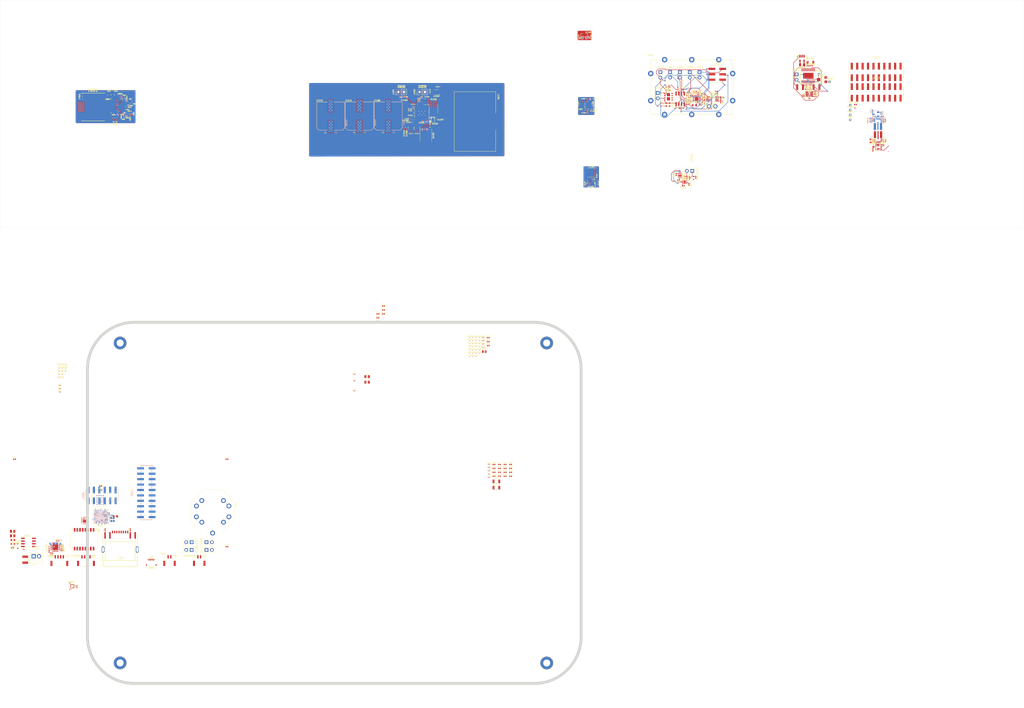
<source format=kicad_pcb>
(kicad_pcb (version 20241229) (generator "pcbnew") (generator_version "9.0")
  (title_block (title "Sonar Development Board"))
  (layers (0 "F.Cu" mixed) (4 "In1.Cu" power "In1.Cu - GND") (6 "In2.Cu" power "In2.Cu - PWR") (8 "In3.Cu" power "In3.Cu - PWR") (10 "In4.Cu" power "In4.Cu - GND") (2 "B.Cu" mixed) (13 "F.Paste" user) (15 "B.Paste" user) (5 "F.SilkS" user "F.Silkscreen") (7 "B.SilkS" user "B.Silkscreen") (1 "F.Mask" user) (3 "B.Mask" user) (25 "Edge.Cuts" user))
  (property "PCBA_BR_REVISION" "A")
  (property "PCBA_BR_TAB_NUMBER" "002")
  (property "PCB_BR_BASE_NUMBER" "103907")
  (property "PCB_BR_REVISION" "A")
  (property "SCALE" "1")
  (net 0 "")
  (net 1 "Net-(C101-Pad1)")
  (net 2 "Net-(C103-Pad1)")
  (net 3 "GND")
  (net 4 "/VTHERM")
  (net 5 "Net-(C107-Pad1)")
  (net 6 "3V3")
  (net 7 "Net-(C109-Pad1)")
  (net 8 "Net-(J107-Pin_2)")
  (net 9 "/MCU/OSC_IN")
  (net 10 "/MCU/OSC_OUT")
  (net 11 "/Power/3V3 Buck/SW")
  (net 12 "/TX+")
  (net 13 "/TX-")
  (net 14 "Net-(J109-Pin_2)")
  (net 15 "/V_SENSE")
  (net 16 "Net-(U301-BOOT0)")
  (net 17 "Net-(C308-Pad1)")
  (net 18 "/nRST")
  (net 19 "Net-(U301-VLXSMPS)")
  (net 20 "RX_5V")
  (net 21 "Net-(J406-Pin_2)")
  (net 22 "Net-(J406-Pin_1)")
  (net 23 "Net-(U403-OFSN)")
  (net 24 "/RX/VREF_1V5")
  (net 25 "Net-(U403-INPR)")
  (net 26 "Net-(U403-INMR)")
  (net 27 "Net-(U403-FBKP)")
  (net 28 "Net-(J407-Pin_1)")
  (net 29 "Net-(J407-Pin_2)")
  (net 30 "Net-(U403-FBKM)")
  (net 31 "Net-(U404B-+)")
  (net 32 "Net-(U601-CAP)")
  (net 33 "VIN")
  (net 34 "Net-(U602-CAP)")
  (net 35 "/RX/GAIN")
  (net 36 "Net-(J601-Pin_1)")
  (net 37 "CHASSISGND")
  (net 38 "Net-(C702-Pad1)")
  (net 39 "Net-(C708-Pad1)")
  (net 40 "/PHY_nRST")
  (net 41 "/Power/5V Buck/PGND")
  (net 42 "Net-(U801-PVDD)")
  (net 43 "Net-(U801-SVIN)")
  (net 44 "Net-(U801-VDD)")
  (net 45 "Net-(U801-BST)")
  (net 46 "/Power/5V Buck/SW")
  (net 47 "Net-(U801-FB)")
  (net 48 "Net-(C810-Pad1)")
  (net 49 "/TX/SIG_IN_AB")
  (net 50 "Net-(U1001A-+)")
  (net 51 "/TX/GND_AB")
  (net 52 "/TX/5V_AB")
  (net 53 "Net-(U1002A-+)")
  (net 54 "/TX/LT1794 Integrated Class AB/SIG_IN+")
  (net 55 "/TX/LT1794 Integrated Class AB/SIG_IN-")
  (net 56 "Net-(U1002B-+)")
  (net 57 "/TX/VCC_AB")
  (net 58 "/Power/3V3 Buck/PGND")
  (net 59 "/Power/VCC Boost/FB")
  (net 60 "Net-(U1201-COMP)")
  (net 61 "/Power/VCC Boost/PGND")
  (net 62 "Net-(U1201-RES)")
  (net 63 "Net-(U1201-SS)")
  (net 64 "Net-(C1205-Pad1)")
  (net 65 "/Power/VCC Boost/SOURCE")
  (net 66 "Net-(D1201-K)")
  (net 67 "/Power/VCC Boost/VCC")
  (net 68 "/ETH.RX-")
  (net 69 "VCC")
  (net 70 "/ETH.RX+")
  (net 71 "Net-(U1202-CAP)")
  (net 72 "Net-(U1301-FB)")
  (net 73 "/ETH.TX+")
  (net 74 "/Power/7V")
  (net 75 "Net-(Q1501-B)")
  (net 76 "Net-(U1501-VBOOT)")
  (net 77 "Net-(U1501-VPHASE)")
  (net 78 "Net-(U1501-VDD)")
  (net 79 "Net-(U1502-VDD)")
  (net 80 "/ETH.TX-")
  (net 81 "Net-(U1502-VBOOT)")
  (net 82 "Net-(U1502-VPHASE)")
  (net 83 "Net-(U1601-VCP)")
  (net 84 "Net-(U1601-CPH)")
  (net 85 "Net-(U1601-CPL)")
  (net 86 "/Stepper Driver/DVDD")
  (net 87 "Net-(D101-A)")
  (net 88 "Net-(D301-A)")
  (net 89 "/RX/PREAMP_IN+")
  (net 90 "/RX/PREAMP_IN-")
  (net 91 "Net-(D1301-A)")
  (net 92 "/USART1.TX")
  (net 93 "/SWDIO")
  (net 94 "/SWCLK")
  (net 95 "/USART1.RX")
  (net 100 "Net-(J103-Pad10)")
  (net 101 "Net-(J103-Pad12)")
  (net 102 "/TGC_RST_AFE")
  (net 103 "/SPI5.MOSI")
  (net 104 "/TX_PWM_A_AFE")
  (net 105 "/RX_SIG_AFE")
  (net 106 "/TX_EN")
  (net 107 "/TX_PWM_B_AFE")
  (net 108 "/TGC_RST")
  (net 109 "/SPI5.NSS")
  (net 110 "/SPI5.SCK")
  (net 111 "/SPI5.MISO")
  (net 113 "/TX_SIG_AFE")
  (net 114 "/MCU/DEBUG_LED")
  (net 115 "/TX_PWM_B")
  (net 116 "/RX_SIG")
  (net 117 "/TX_EN_AFE")
  (net 118 "/TX_SIG")
  (net 119 "/TX_PWM_A")
  (net 120 "/SYNC")
  (net 121 "/SONAR+")
  (net 122 "/RX+")
  (net 123 "/SONAR-")
  (net 124 "/RX-")
  (net 125 "VDDA")
  (net 126 "/MOTOR_A-")
  (net 127 "/MOTOR_A+")
  (net 128 "/MOTOR_B-")
  (net 129 "/MOTOR_B+")
  (net 130 "/RX/PREAMP_OUT-")
  (net 131 "/RX/PREAMP_OUT+")
  (net 132 "/RX/VARAMP_IN-")
  (net 133 "/RX/VARAMP_IN+")
  (net 134 "/RX/VCM")
  (net 135 "Net-(J405-Pin_1)")
  (net 136 "Net-(J405-Pin_2)")
  (net 137 "/TX/10X_ATT_AB")
  (net 138 "/TX/2X_ATT_AB")
  (net 139 "/TX/TX_EN_AB")
  (net 140 "/TX_10X_ATT")
  (net 141 "/GPIO1")
  (net 142 "/TX_2X_ATT")
  (net 144 "/TX/SIG_OUT-_AB")
  (net 145 "/TX/SIG_OUT+_AB")
  (net 146 "/TX/I_SENSE_AB")
  (net 148 "VIN_PROTECTED")
  (net 149 "/TX_I_SENSE")
  (net 150 "/AUX_ANALOG")
  (net 151 "/OCTOSPI1.IO1")
  (net 152 "/OCTOSPI1.IO0")
  (net 153 "/OCTOSPI1.IO2")
  (net 154 "/OCTOSPI1.CLK")
  (net 155 "/OCTOSPI1.NCLK")
  (net 156 "/OCTOSPI1.NCS")
  (net 157 "/OCTOSPI1.DQS")
  (net 158 "/OCTOSPI1.IO7")
  (net 159 "/OCTOSPI1.IO4")
  (net 160 "/OCTOSPI1.IO5")
  (net 161 "/OCTOSPI1.IO6")
  (net 162 "/OCTOSPI1.IO3")
  (net 163 "Net-(J1001-Pin_2)")
  (net 164 "Net-(J1001-Pin_1)")
  (net 165 "Net-(J1202-Pin_2)")
  (net 166 "/Power/VCC Boost/VIN_SENSED")
  (net 168 "/TX/Digital Drive/PGND")
  (net 169 "/Power/VCC Boost/HO")
  (net 170 "/Power/VCC Boost/LO")
  (net 171 "/SD1")
  (net 172 "Net-(Q1501-C)")
  (net 173 "/SD0")
  (net 174 "/LINK_LED")
  (net 175 "/ACT_LED")
  (net 176 "/I2C1.SDA")
  (net 177 "/I2C1.SCL")
  (net 178 "/I2C4.SDA")
  (net 179 "/I2C4.SCL")
  (net 180 "/RX/MODE_SEL")
  (net 181 "Net-(U404A--)")
  (net 182 "Net-(U404A-+)")
  (net 183 "Net-(U601-OUT)")
  (net 184 "Net-(R703-Pad2)")
  (net 185 "Net-(R704-Pad2)")
  (net 186 "Net-(U701-RBIAS)")
  (net 187 "/MAC.RXD0")
  (net 188 "/MAC.RXD1")
  (net 189 "/MAC.CRSDV")
  (net 190 "/MAC.RXER")
  (net 191 "Net-(U801-EN)")
  (net 192 "Net-(U801-FREQ)")
  (net 193 "Net-(U801-ILIM)")
  (net 194 "Net-(U1001B--)")
  (net 195 "Net-(U1001B-+)")
  (net 196 "Net-(R1012-W)")
  (net 197 "Net-(R1012-Pad1)")
  (net 198 "Net-(U1003-RS+)")
  (net 199 "Net-(U1101-FB)")
  (net 200 "/VCC_EN")
  (net 201 "Net-(U1201-SLOPE)")
  (net 202 "Net-(U1201-SYNCIN{slash}RT)")
  (net 203 "Net-(U1301-EN)")
  (net 204 "Net-(U1501-RDRV)")
  (net 205 "Net-(U1501-RBOOT)")
  (net 206 "Net-(U1502-RDRV)")
  (net 207 "Net-(U1502-RBOOT)")
  (net 208 "Net-(U1601-DECAY0)")
  (net 209 "Net-(U1601-DECAY1)")
  (net 210 "Net-(U1601-TOFF)")
  (net 211 "/MOTOR_nFAULT")
  (net 215 "/Ethernet/TD_N")
  (net 217 "/Ethernet/RD_P")
  (net 219 "/Ethernet/RD_N")
  (net 220 "/Ethernet/TD_P")
  (net 222 "/MOTOR_DIR")
  (net 223 "/MOTOR_EN")
  (net 224 "/MOTOR_nSLEEP")
  (net 225 "/MOTOR_MODE0")
  (net 226 "/MOTOR_MODE1")
  (net 227 "/MOTOR_STEP")
  (net 228 "/VCC_MODE")
  (net 229 "/MAC.MDIO")
  (net 230 "/MOTOR_VREF")
  (net 231 "/MAC.TXEN")
  (net 232 "/MAC.TXD0")
  (net 233 "/MAC.TXD1")
  (net 234 "/MAC.MDC")
  (net 235 "/PHY_REF_CLK")
  (net 236 "/PSRAM_nRST")
  (net 243 "5V")
  (net 336 "/Stepper Driver/PGND")
  (net 337 "Net-(Q1503-C)")
  (net 338 "Net-(Q1503-B)")
  (net 339 "/TX/Digital Drive/3V3")
  (footprint "BR_Passives:C_1206_3216Metric-minimized" (layer "F.Cu") (at 271.424847 104.395127)
    (property "Reference" "C702")
    (property "Value" "1nF 2kV" (hide yes))
  )
  (footprint "BR_Passives:R_0201_0603Metric-minimized" (layer "F.Cu") (at 416.95738 -80.48072 180)
    (property "Reference" "R1007")
    (property "Value" "100k")
  )
  (footprint "BR_SOP:TSSOP-20_FE_6.4x6.4mm_EP4.95x2.74mm" (layer "F.Cu") (at 417.67488 -85.80012 90)
    (property "Reference" "U1002")
    (property "Value" "LT1794")
  )
  (footprint "BR_Passives:C_0402_1005Metric-minimized" (layer "F.Cu") (at 98.0948 -68.7768 90)
    (property "Reference" "R804")
    (property "Value" "51k")
  )
  (footprint "BR_Virtual_Parts:TP_ROUND_SMT_300um" (layer "F.Cu") (at 258.829847 38.390127)
    (property "Reference" "TP303")
    (property "Value" "TP_ROUND_TH_300um" (hide yes))
  )
  (footprint "BR_Connectors:PinHeader_1x02_P2.54mm_Vertical" (layer "F.Cu") (at 135.499847 136.500127 90)
    (property "Reference" "J110")
    (property "Value" "SONAR-")
  )
  (footprint "BR_Passives:C_0402_1005Metric-minimized" (layer "F.Cu") (at 145.099847 135.000127)
    (property "Reference" "C109")
    (property "Value" "100nF 50V")
  )
  (footprint "BR_Passives:C_0402_1005Metric-minimized" (layer "F.Cu") (at 369.095 -76.875 90)
    (property "Reference" "R414")
    (property "Value" "2k")
  )
  (footprint "BR_Passives:R_0201_0603Metric-minimized" (layer "F.Cu") (at 90.667495 121.171732)
    (property "Reference" "R303" (hide yes))
    (property "Value" "3k")
  )
  (footprint "BR_Passives:C_0402_1005Metric-minimized" (layer "F.Cu") (at 232.5592 -66.774 -90)
    (property "Reference" "C1203")
    (property "Value" "470nF 16V")
  )
  (footprint "BR_Passives:C_0402_1005Metric-minimized" (layer "F.Cu") (at 419.17488 -90.48072)
    (property "Reference" "C1006")
    (property "Value" "100nF 100V")
  )
  (footprint "BR_Passives:C_0805_2012Metric-minimized" (layer "F.Cu") (at 210.789847 57.880127)
    (property "Reference" "C112")
    (property "Value" "470nF 100V" (hide yes))
  )
  (footprint "BR_SOT:SOT-23" (layer "F.Cu") (at 312.6707 -104.77)
    (property "Reference" "U1401")
    (property "Value" "MG78L05T3" (hide yes))
  )
  (footprint "BR_Virtual_Parts:TP_ROUND_SMT_300um" (layer "F.Cu") (at 258.829847 44.390127)
    (property "Reference" "TP307")
    (property "Value" "TP_ROUND_TH_300um" (hide yes))
  )
  (footprint "BR_Passives:R_0402_1005Metric-minimized" (layer "F.Cu") (at 234.4198 -72.4128 180)
    (property "Reference" "R1204")
    (property "Value" "75k" (hide yes))
  )
  (footprint "BR_Virtual_Parts:TP_ROUND_SMT_300um" (layer "F.Cu") (at 263.329847 38.390127)
    (property "Reference" "TP354")
    (property "Value" "TP_ROUND_TH_300um" (hide yes))
  )
  (footprint "BR_Passives:C_0402_1005Metric-minimized" (layer "F.Cu") (at 231.3972 -65.6564 180)
    (property "Reference" "C1201")
    (property "Value" "10nF 50V")
  )
  (footprint "BR_Virtual_Parts:TP_ROUND_SMT_300um" (layer "F.Cu") (at 261.829847 45.890127)
    (property "Reference" "TP352")
    (property "Value" "TP_ROUND_TH_300um" (hide yes))
  )
  (footprint "BR_Optoelectronics:LED_0603_1608Metric" (layer "F.Cu") (at 92.777701 120.801823 180)
    (property "Reference" "D301" (hide yes))
    (property "Value" "DEBUG" (hide yes))
  )
  (footprint "BR_Passives:C_0402_1005Metric-minimized" (layer "F.Cu") (at 360.699847 -38.199873 -90)
    (property "Reference" "C605")
    (property "Value" "330nF 16V")
  )
  (footprint "BR_IC:QFN-32_x6mm_P0.65mm" (layer "F.Cu") (at 93.945 -71.735 -90)
    (property "Reference" "U801")
    (property "Value" "MIC28517T-E/PHA")
  )
  (footprint "BR_Passives:C_0402_1005Metric-minimized" (layer "F.Cu") (at 62.924847 138.812627 180)
    (property "Reference" "C1607")
    (property "Value" "2u2F 10V")
  )
  (footprint "BR_Passives:R_2512_6332Metric" (layer "F.Cu") (at 242.008 -70.329 -90)
    (property "Reference" "R1205")
    (property "Value" "3mR")
  )
  (footprint "BR_Passives:C_0603_1608Metric-minimized" (layer "F.Cu") (at 229.405 -61.555 -90)
    (property "Reference" "C1209")
    (property "Value" "100nF 100V" (hide yes))
  )
  (footprint "BR_Virtual_Parts:TP_ROUND_SMT_300um" (layer "F.Cu") (at 263.329847 42.890127)
    (property "Reference" "TP357")
    (property "Value" "TP_ROUND_TH_300um" (hide yes))
  )
  (footprint "BR_Passives:C_0201_0603Metric-minimized" (layer "F.Cu") (at 415.45738 -76.98072)
    (property "Reference" "C1001")
    (property "Value" "100nF 25V")
  )
  (footprint "BR_Passives:C_0402_1005Metric-minimized" (layer "F.Cu") (at 93.6308 -67.564 180)
    (property "Reference" "C806")
    (property "Value" "4u7F 10V")
  )
  (footprint "BR_Passives:C_0402_1005Metric-minimized" (layer "F.Cu") (at 272.899847 98.320127)
    (property "Reference" "R701")
    (property "Value" "2k49")
  )
  (footprint "BR_SON:WSON-8-1EP_2x2mm_P0.5mm_EP0.9x1.6mm" (layer "F.Cu") (at 357.5 -38.95 -90)
    (property "Reference" "U601")
    (property "Value" "DAC53401DSGR")
  )
  (footprint "BR_Connectors_JST:SM02B-GHS-TB" (layer "F.Cu") (at 118.149847 142.000127)
    (property "Reference" "J106")
    (property "Value" "SYNC")
  )
  (footprint "BR_Passives:C_0201_0603Metric-minimized" (layer "F.Cu") (at 267.899847 96.335127)
    (property "Reference" "C704")
    (property "Value" "100nF 25V")
  )
  (footprint "BR_Passives:C_0402_1005Metric-minimized" (layer "F.Cu") (at 374.695 -78.475 180)
    (property "Reference" "C411")
    (property "Value" "1uF 10V")
  )
  (footprint "BR_Virtual_Parts:TP_ROUND_SMT_300um" (layer "F.Cu") (at 67.867347 49.875127)
    (property "Reference" "TP362")
    (property "Value" "TP_ROUND_TH_300um" (hide yes))
  )
  (footprint "BR_Virtual_Parts:TP_ROUND_SMT_300um" (layer "F.Cu") (at 263.329847 39.890127)
    (property "Reference" "TP355")
    (property "Value" "TP_ROUND_TH_300um" (hide yes))
  )
  (footprint "BR_Passives:C_0201_0603Metric-minimized" (layer "F.Cu") (at 265.179847 41.565127)
    (property "Reference" "C316")
    (property "Value" "100pF 50V")
  )
  (footprint "BR_Passives:R_0201_0603Metric-minimized" (layer "F.Cu") (at 204.799847 57.275127)
    (property "Reference" "R104")
    (property "Value" "10k")
  )
  (footprint "BR_Connectors:PinHeader_1x02_P2.54mm_Vertical" (layer "F.Cu") (at 348.32 -87.5)
    (property "Reference" "J403")
    (property "Value" "BIAS_RES")
  )
  (footprint "BR_Virtual_Parts:TP_ROUND_SMT_300um" (layer "F.Cu") (at 260.329847 45.890127)
    (property "Reference" "TP319")
    (property "Value" "TP_ROUND_TH_300um" (hide yes))
  )
  (footprint "BR_Passives:C_0402_1005Metric-minimized" (layer "F.Cu") (at 244.04 -79.855 180)
    (property "Reference" "C1214")
    (property "Value" "4u7F 10V")
  )
  (footprint "BR_Passives:C_0402_1005Metric-minimized" (layer "F.Cu") (at 218.489847 24.020127)
    (property "Reference" "R109")
    (property "Value" "100k")
  )
  (footprint "BR_Passives:C_0402_1005Metric-minimized" (layer "F.Cu") (at 241.119 -78.566 90)
    (property "Reference" "C1213")
    (property "Value" "100nF 50V")
  )
  (footprint "BR_Connectors:TEST-TH_BD2.54-P1.4_RED" (layer "F.Cu") (at 374.095 -71.475)
    (property "Reference" "TP401")
    (property "Value" "VCM")
  )
  (footprint "BR_IC:LFCSP-16-1EP_3x3mm_P0.5mm_EP1.6x1.6mm" (layer "F.Cu") (at 365.345 -74.975)
    (property "Reference" "U403")
    (property "Value" "AD8338ACPZ-R7")
  )
  (footprint "BR_Passives:C_0402_1005Metric-minimized" (layer "F.Cu") (at 100.6 -68 90)
    (property "Reference" "R809")
    (property "Value" "4k99")
  )
  (footprint "BR_Passives:R_0201_0603Metric-minimized" (layer "F.Cu") (at 418.17488 -74.98072)
    (property "Reference" "R1003")
    (property "Value" "10k")
  )
  (footprint "BR_Passives:R_0201_0603Metric-minimized" (layer "F.Cu") (at 318.5 -35.5175 -90)
    (property "Reference" "R1102")
    (property "Value" "10k")
  )
  (footprint "BR_Gate_Drivers:EPC23104" (layer "F.Cu") (at 450.371847 -57.099873 90)
    (property "Reference" "U1502")
    (property "Value" "EPC23104ENGRT")
  )
  (footprint "BR_Passives:C_0201_0603Metric-minimized" (layer "F.Cu") (at 235.1723 -73.0478)
    (property "Reference" "C1204")
    (property "Value" "100nF 25V")
  )
  (footprint "BR_Connectors:KF128-2.54-2P" (layer "F.Cu") (at 54.459847 139.500127)
    (property "Reference" "J101")
    (property "Value" "POWER")
  )
  (footprint "BR_Passives:C_0201_0603Metric-minimized" (layer "F.Cu") (at 412.67488 -94.76322 -90)
    (property "Reference" "C1008")
    (property "Value" "100nF 25V")
  )
  (footprint "BR_Passives:R_0201_0603Metric-minimized" (layer "F.Cu") (at 71.454847 152.050127)
    (property "Reference" "R112")
    (property "Value" "10k")
  )
  (footprint "BR_Passives:R_0402_1005Metric-minimized" (layer "F.Cu") (at 232.5592 -65.2182 -90)
    (property "Reference" "R1203" (hide yes))
    (property "Value" "2k2" (hide yes))
  )
  (footprint "BR_Passives:C_0402_1005Metric-minimized" (layer "F.Cu") (at 357.595 -70.475)
    (property "Reference" "R405")
    (property "Value" "470R")
  )
  (footprint "BR_Virtual_Parts:TP_SQUARE_TH_1mm" (layer "F.Cu") (at 437.325 -65.155)
    (property "Reference" "TP504")
    (property "Value" "TX_OUT-" (hide yes))
  )
  (footprint "BR_Passives:C_0402_1005Metric-minimized" (layer "F.Cu") (at 67.324847 136.412627 -90)
    (property "Reference" "C1602")
    (property "Value" "10nF 50V")
  )
  (footprint "BR_Passives:C_0201_0603Metric-minimized" (layer "F.Cu") (at 356.3775 -79.475 180)
    (property "Reference" "R401")
    (property "Value" "100R")
  )
  (footprint "BR_Virtual_Parts:TP_ROUND_SMT_300um" (layer "F.Cu") (at 66.367347 55.875127)
    (property "Reference" "TP361")
    (property "Value" "TP_ROUND_TH_300um" (hide yes))
  )
  (footprint "BR_Virtual_Parts:NetTie-2_SMD_Pad_3.88mm_wide" (layer "F.Cu") (at 79.4 -76.2 -90)
    (property "Reference" "NT801")
    (property "Value" "NetTie-2_0.18mm")
  )
  (footprint "BR_Passives:C_0402_1005Metric-minimized" (layer "F.Cu") (at 362.595 -73.975 -90)
    (property "Reference" "C406")
    (property "Value" "15nF")
  )
  (footprint "BR_Passives:C_0201_0603Metric-minimized" (layer "F.Cu") (at 267.899847 100.985127)
    (property "Reference" "C707")
    (property "Value" "100nF 25V")
  )
  (footprint "BR_Passives:R_0201_0603Metric-minimized" (layer "F.Cu") (at 418.39238 -81.48072 180)
    (property "Reference" "R1010")
    (property "Value" "100k")
  )
  (footprint "BR_Virtual_Parts:TP_ROUND_SMT_300um" (layer "F.Cu") (at 261.829847 36.890127)
    (property "Reference" "TP320")
    (property "Value" "TP_ROUND_TH_300um" (hide yes))
  )
  (footprint "BR_Virtual_Parts:TP_ROUND_SMT_300um" (layer "F.Cu") (at 69.367347 52.875127)
    (property "Reference" "TP364")
    (property "Value" "TP_ROUND_TH_300um" (hide yes))
  )
  (footprint "BR_Passives:R_0402_1005Metric-minimized" (layer "F.Cu") (at 98.0948 -73.7552 90)
    (property "Reference" "R805")
    (property "Value" "2R2" (hide yes))
  )
  (footprint "BR_Passives:C_0402_1005Metric-minimized" (layer "F.Cu") (at 240.343 -65.677 -90)
    (property "Reference" "C1206")
    (property "Value" "1uF 50V")
  )
  (footprint "BR_Passives:R_0201_0603Metric-minimized" (layer "F.Cu") (at 415.45738 -75.98072 180)
    (property "Reference" "R1002")
    (property "Value" "1M")
  )
  (footprint "BR_Passives:C_0603_1608Metric-minimized" (layer "F.Cu") (at 91.98 -65.95 90)
    (property "Reference" "C812")
    (property "Value" "10uF 10V" (hide yes))
  )
  (footprint "BR_Passives:C_0402_1005Metric-minimized" (layer "F.Cu") (at 278.099847 96.480127)
    (property "Reference" "R708")
    (property "Value" "2k49")
  )
  (footprint "BR_Passives:C_0402_1005Metric-minimized" (layer "F.Cu") (at 275.499847 102.000127)
    (property "Reference" "R707")
    (property "Value" "1M")
  )
  (footprint "BR_Passives:C_0402_1005Metric-minimized" (layer "F.Cu") (at 451.871847 -51.862873 90)
    (property "Reference" "R1508")
    (property "Value" "24k9")
  )
  (footprint "BR_Virtual_Parts:TP_ROUND_SMT_300um" (layer "F.Cu") (at 258.829847 42.890127)
    (property "Reference" "TP306")
    (property "Value" "TP_ROUND_TH_300um" (hide yes))
  )
  (footprint "BR_SON:WSON-8-1EP_2x2mm_P0.5mm_EP0.9x1.6mm" (layer "F.Cu") (at 243.278 -78.096 180)
    (property "Reference" "U1202")
    (property "Value" "DAC53401DSGR")
  )
  (footprint "BR_SOT:SOT-23" (layer "F.Cu") (at 449.371847 -52.462873 90)
    (property "Reference" "Q1503")
    (property "Value" "MMBT3904L" (hide yes))
  )
  (footprint "BR_Passives:C_0402_1005Metric-minimized" (layer "F.Cu") (at 315.65 -74.95)
    (property "Reference" "R1301")
    (property "Value" "51k")
  )
  (footprint "BR_Passives:C_0402_1005Metric-minimized" (layer "F.Cu") (at 359.099847 -34.249873 180)
    (property "Reference" "C603")
    (property "Value" "4u7F 10V")
  )
  (footprint "BR_Passives:C_0402_1005Metric-minimized" (layer "F.Cu") (at 226.763 -75.918)
    (property "Reference" "R1206")
    (property "Value" "137k")
  )
  (footprint "BR_Virtual_Parts:TP_ROUND_SMT_300um" (layer "F.Cu") (at 258.829847 41.390127)
    (property "Reference" "TP305")
    (property "Value" "TP_ROUND_TH_300um" (hide yes))
  )
  (footprint "BR_Passives:C_0201_0603Metric-minimized" (layer "F.Cu") (at 355.3125 -70.475)
    (property "Reference" "R402")
    (property "Value" "100R")
  )
  (footprint "BR_Connectors:PinHeader_1x02_P2.54mm_Vertical" (layer "F.Cu") (at 128.539847 132.910127 -90)
    (property "Reference" "J107")
    (property "Value" "SONAR+")
  )
  (footprint "BR_Passives:C_0805_2012Metric-minimized" (layer "F.Cu") (at 44.599847 129.900127 180)
    (property "Reference" "C102")
    (property "Value" "2u2F 100V" (hide yes))
  )
  (footprint "BR_Passives:C_0402_1005Metric-minimized" (layer "F.Cu") (at 359.699847 -38.199873 90)
    (property "Reference" "R601")
    (property "Value" "100k")
  )
  (footprint "BR_Inductors:XR1265-100M" (layer "F.Cu") (at 82.275 -71.15 180)
    (property "Reference" "L801")
    (property "Value" "10uH 10A" (hide yes))
  )
  (footprint "BR_IC:UFBGA-169_7x7mm_Layout13x13_P0.5mm-minimized" (layer "F.Cu") (at 85.899847 120.900127 180)
    (property "Reference" "U301")
    (property "Value" "STM32H563AII3Q" (hide yes))
  )
  (footprint "BR_Passives:C_1210_3225Metric-minimized" (layer "F.Cu") (at 413.82488 -80.48072)
    (property "Reference" "R1013")
    (property "Value" "1k" (hide yes))
  )
  (footprint "BR_Connectors_JST:SM02B-GHS-TB" (layer "F.Cu") (at 132.089847 142.000127)
    (property "Reference" "J111")
    (property "Value" "TRANSDUCER")
  )
  (footprint "BR_Passives:C_0201_0603Metric-minimized" (layer "F.Cu") (at 310.6 -103.9825 90)
    (property "Reference" "C1402")
    (property "Value" "100nF 25V")
  )
  (footprint "BR_Passives:C_0402_1005Metric-minimized" (layer "F.Cu") (at 272.899847 102.000127)
    (property "Reference" "R703")
    (property "Value" "75R")
  )
  (footprint "BR_SOT:SOT-23-5_mini" (layer "F.Cu") (at 315.65 -36.1375 -90)
    (property "Reference" "U1101")
    (property "Value" "TLV62569DBVR" (hide yes))
  )
  (footprint "BR_IC:WQFN-24-3x3x0.8mm-DRV8311" (layer "F.Cu") (at 78.499847 122.697627)
    (property "Reference" "U701")
    (property "Value" "DP83825IRMQR" (hide yes))
  )
  (footprint "BR_Virtual_Parts:TP_ROUND_SMT_300um" (layer "F.Cu") (at 260.329847 39.890127)
    (property "Reference" "TP312")
    (property "Value" "TP_ROUND_TH_300um" (hide yes))
  )
  (footprint "BR_Virtual_Parts:M3_Clearance_Plated_6mm" (layer "F.Cu") (at 95 189.5)
    (property "Reference" "H103" (hide yes))
    (property "Value" "M3_Clearance_Plated_6mm" (hide yes))
  )
  (footprint "BR_Passives:C_0402_1005Metric-minimized" (layer "F.Cu") (at 98.8568 -68.0276 90)
    (property "Reference" "C810")
    (property "Value" "100nF 100V")
  )
  (footprint "BR_Virtual_Parts:TP_ROUND_SMT_300um" (layer "F.Cu") (at 260.329847 42.890127)
    (property "Reference" "TP317")
    (property "Value" "TP_ROUND_TH_300um" (hide yes))
  )
  (footprint "BR_Virtual_Parts:TP_ROUND_SMT_300um" (layer "F.Cu") (at 260.329847 44.390127)
    (property "Reference" "TP318")
    (property "Value" "TP_ROUND_TH_300um" (hide yes))
  )
  (footprint "BR_Virtual_Parts:TP_ROUND_SMT_300um" (layer "F.Cu") (at 69.367347 51.375127)
    (property "Reference" "TP309")
    (property "Value" "TP_ROUND_TH_300um" (hide yes))
  )
  (footprint "BR_Passives:C_0402_1005Metric-minimized" (layer "F.Cu") (at 374.695 -77.475 180)
    (property "Reference" "C412")
    (property "Value" "100nF 50V")
  )
  (footprint "BR_Passives:C_0402_1005Metric-minimized" (layer "F.Cu") (at 270.299847 102.000127)
    (property "Reference" "C710")
    (property "Value" "1uF 10V")
  )
  (footprint "BR_SO:SOIC-8_3.9x4.9mm_P1.27mm" (layer "F.Cu") (at 357.595 -74.975 -90)
    (property "Reference" "U402")
    (property "Value" "OPA1612AIDR")
  )
  (footprint "BR_Passives:C_0402_1005Metric-minimized" (layer "F.Cu") (at 232.5592 -70.6412 -90)
    (property "Reference" "R1207")
    (property "Value" "10k")
  )
  (footprint "BR_Passives:C_0201_0603Metric-minimized" (layer "F.Cu") (at 267.899847 102.535127)
    (property "Reference" "C708")
    (property "Value" "100nF 25V")
  )
  (footprint "BR_Discretes:D_SOD-523" (layer "F.Cu") (at 351.095 -79.675 -90)
    (property "Reference" "D401")
    (property "Value" "RB520S-30")
  )
  (footprint "BR_Connectors:PinHeader_1x02_P2.54mm_Vertical" (layer "F.Cu") (at 357.5 -87.5)
    (property "Reference" "J405")
    (property "Value" "GAIN_RES")
  )
  (footprint "BR_Passives:C_0402_1005Metric-minimized" (layer "F.Cu") (at 65.724847 132.412627)
    (property "Reference" "R1603")
    (property "Value" "330k")
  )
  (footprint "BR_Passives:C_0402_1005Metric" (layer "F.Cu") (at 99.7 -67.92 90)
    (property "Reference" "C811")
    (property "Value" "4n7F 100V" (hide yes))
  )
  (footprint "BR_SOT:SOT-353_SC-70-5" (layer "F.Cu") (at 362.899847 -37.899873)
    (property "Reference" "U603")
    (property "Value" "74LVC1G66GW,125")
  )
  (footprint "BR_Virtual_Parts:M3_Clearance_Plated_6mm" (layer "F.Cu") (at 295 39.5)
    (property "Reference" "H101" (hide yes))
    (property "Value" "M3_Clearance_Plated_6mm" (hide yes))
  )
  (footprint "BR_Virtual_Parts:TP_ROUND_SMT_300um" (layer "F.Cu") (at 260.329847 41.390127)
    (property "Reference" "TP313")
    (property "Value" "TP_ROUND_TH_300um" (hide yes))
  )
  (footprint "BR_Passives:C_0402_1005Metric-minimized" (layer "F.Cu") (at 364.899694 -38.199746 -90)
    (property "Reference" "C606")
    (property "Value" "100nF 50V")
  )
  (footprint "BR_Passives:C_1206_3216Metric-minimized" (layer "F.Cu") (at 418.67488 -91.98072)
    (property "Reference" "C1005")
    (property "Value" "4u7F 100V" (hide yes))
  )
  (footprint "BR_Virtual_Parts:M3_Clearance_Plated_6mm" (layer "F.Cu") (at 295.026016 189.548614)
    (property "Reference" "H104" (hide yes))
    (property "Value" "M3_Clearance_Plated_6mm" (hide yes))
  )
  (footprint "BR_Passives:C_0402_1005Metric-minimized" (layer "F.Cu") (at 44.499847 135.500127 180)
    (property "Reference" "C107")
    (property "Value" "100nF 50V")
  )
  (footprint "BR_Passives:C_0402_1005Metric-minimized" (layer "F.Cu") (at 314.25 -70.25)
    (property "Reference" "C1303" (hide yes))
    (property "Value" "10uF 10V")
  )
  (footprint "BR_Virtual_Parts:NetTie-2_SMD_Pad_0.18mm_wide_long" (layer "F.Cu") (at 455.221847 -50.462873)
    (property "Reference" "NT1501" (hide yes))
    (property "Value" "NetTie-2_0.18mm" (hide yes))
  )
  (footprint "BR_Passives:R_0402_1005Metric-minimized" (layer "F.Cu") (at 97 -75.8952)
    (property "Reference" "R807")
    (property "Value" "2k2" (hide yes))
  )
  (footprint "BR_Inductors:L_Taiyo-Yuden_NR-4018" (layer "F.Cu") (at 316.1 -40.4)
    (property "Reference" "L1101")
    (property "Value" "2u2 2.2A" (hide yes))
  )
  (footprint "BR_Passives:C_0201_0603Metric-minimized" (layer "F.Cu") (at 74.037347 153.567627 -90)
    (property "Reference" "C113")
    (property "Value" "100nF 25V")
  )
  (footprint "BR_Passives:C_0402_1005Metric" (layer "F.Cu") (at 368.095 -76.955 90)
    (property "Reference" "C408")
    (property "Value" "3.9pF 50V" (hide yes))
  )
  (footprint "BR_Connectors:HDR-SMD_20P-P2.54-V-M-R2-C10-S7.5" (layer "F.Cu") (at 449.5 -87.59)
    (property "Reference" "J501")
    (property "Value" "LABEL")
  )
  (footprint "BR_Passives:C_0805_2012Metric-minimized" (layer "F.Cu") (at 89.85 -76.9 90)
    (property "Reference" "C804")
    (property "Value" "2u2F 100V" (hide yes))
  )
  (footprint "BR_Passives:C_0805_2012Metric-minimized" (layer "F.Cu") (at 91.4252 -76.9 90)
    (property "Reference" "C805")
    (property "Value" "2u2F 100V" (hide yes))
  )
  (footprint "BR_Virtual_Parts:TP_ROUND_SMT_300um" (layer "F.Cu") (at 66.367347 52.875127)
    (property "Reference" "TP359")
    (property "Value" "TP_ROUND_TH_300um" (hide yes))
  )
  (footprint "BR_Passives:C_0603_1608Metric-minimized" (layer "F.Cu") (at 95 -76.1)
    (property "Reference" "C809")
    (property "Value" "100nF 100V" (hide yes))
  )
  (footprint "BR_Passives:C_0402_1005Metric-minimized" (layer "F.Cu") (at 368.495 -74.475)
    (property "Reference" "R412")
    (property "Value" "1k")
  )
  (footprint "BR_Passives:C_0402_1005Metric-minimized" (layer "F.Cu") (at 100.0188 -72.5932)
    (property "Reference" "C808")
    (property "Value" "2u2F 10V")
  )
  (footprint "BR_Passives:C_0402_1005Metric-minimized" (layer "F.Cu") (at 218.489847 25.860127)
    (property "Reference" "R110")
    (property "Value" "100k")
  )
  (footprint "BR_Virtual_Parts:TP_ROUND_SMT_300um" (layer "F.Cu") (at 69.367347 49.875127)
    (property "Reference" "TP321")
    (property "Value" "TP_ROUND_TH_300um" (hide yes))
  )
  (footprint "BR_Virtual_Parts:TP_ROUND_SMT_300um" (layer "F.Cu") (at 263.329847 36.890127)
    (property "Reference" "TP353")
    (property "Value" "TP_ROUND_TH_300um" (hide yes))
  )
  (footprint "BR_Passives:C_0402_1005Metric-minimized" (layer "F.Cu") (at 275.499847 100.160127)
    (property "Reference" "R706")
    (property "Value" "30k")
  )
  (footprint "BR_Passives:C_0201_0603Metric-minimized" (layer "F.Cu") (at 204.799847 54.175127)
    (property "Reference" "C104")
    (property "Value" "100nF 25V")
  )
  (footprint "BR_Passives:C_0402_1005Metric-minimized" (layer "F.Cu") (at 447.971847 -50.962873 90)
    (property "Reference" "R1507")
    (property "Value" "5k1")
  )
  (footprint "BR_Passives:R_0201_0603Metric-minimized" (layer "F.Cu") (at 420.67488 -77.26322 90)
    (property "Reference" "R1006")
    (property "Value" "10k")
  )
  (footprint "BR_Passives:C_0402_1005Metric-minimized" (layer "F.Cu") (at 376.595 -75.375 -90)
    (property "Reference" "R409")
    (property "Value" "1k")
  )
  (footprint "BR_Passives:R_0603_1608Metric" (layer "F.Cu") (at 364.27 -71.975)
    (property "Reference" "R408")
    (property "Value" "0R")
  )
  (footprint "BR_Connectors:PinHeader_1x02_P2.54mm_Vertical" (layer "F.Cu") (at 135.499847 132.910127 90)
    (property "Reference" "J109")
    (property "Value" "SONAR-")
  )
  (footprint "BR_Passives:C_0402_1005Metric-minimized" (layer "F.Cu") (at 98.0694 -70.9994 90)
    (property "Reference" "R810")
    (property "Value" "681R")
  )
  (footprint "BR_Passives:C_0402_1005Metric-minimized" (layer "F.Cu") (at 270.299847 100.160127)
    (property "Reference" "C709")
    (property "Value" "1uF 10V")
  )
  (footprint "BR_Passives:C_1210_3225Metric-minimized" (layer "F.Cu") (at 421.52488 -80.48072)
    (property "Reference" "R1014")
    (property "Value" "1k" (hide yes))
  )
  (footprint "BR_Passives:R_0201_0603Metric-minimized" (layer "F.Cu") (at 439.575 -70.59)
    (property "Reference" "R501")
    (property "Value" "20k")
  )
  (footprint "BR_Passives:C_0402_1005Metric-minimized" (layer "F.Cu") (at 215.889847 29.540127)
    (property "Reference" "R107")
    (property "Value" "100k")
  )
  (footprint "BR_Passives:C_0402_1005Metric-minimized" (layer "F.Cu") (at 418.57488 -79.48072 180)
    (property "Reference" "C1004")
    (property "Value" "100nF 100V")
  )
  (footprint "BR_Discretes:D_SOD-523" (layer "F.Cu") (at 352.595 -79.775 90)
    (property "Reference" "D402")
    (property "Value" "RB520S-30")
  )
  (footprint "BR_Passives:C_0402_1005Metric-minimized" (layer "F.Cu") (at 97.6884 -67.6148)
    (property "Reference" "R803")
    (property "Value" "100k")
  )
  (footprint "BR_SOT:SOT-23-5_mini" (layer "F.Cu") (at 414.72488 -93.84322 -90)
    (property "Reference" "U1003")
    (property "Value" "CSA230PASOT235" (hide yes))
  )
  (footprint "BR_Passives:C_0201_0603Metric-minimized" (layer "F.Cu") (at 265.179847 36.915127)
    (property "Reference" "C305")
    (property "Value" "4u7F 6V3")
  )
  (footprint "BR_Virtual_Parts:TP_SQUARE_TH_1mm" (layer "F.Cu") (at 437.325 -72.055)
    (property "Reference" "TP501")
    (property "Value" "TX_EN" (hide yes))
  )
  (footprint "BR_Passives:R_0201_0603Metric-minimized" (layer "F.Cu") (at 71.554847 155.050127)
    (property "Reference" "R111")
    (property "Value" "10k")
  )
  (footprint "BR_Passives:C_0402_1005Metric" (layer "F.Cu") (at 61.724847 135.392627 90)
    (property "Reference" "C1605")
    (property "Value" "22nF 50V" (hide yes))
  )
  (footprint "BR_Passives:C_0402_1005Metric-minimized" (layer "F.Cu") (at 355.75 -39.5 90)
    (property "Reference" "C602")
    (property "Value" "4u7F 10V")
  )
  (footprint "BR_Passives:C_0402_1005Metric-minimized" (layer "F.Cu") (at 67.724847 135.112627)
    (property "Reference" "C1606")
    (property "Value" "1uF 10V")
  )
  (footprint "BR_Connectors:TEST-TH_BD2.54-P1.4_RED" (layer "F.Cu") (at 371.095 -71.475)
    (property "Reference" "TP402")
    (property "Value" "VOUT")
  )
  (footprint "BR_Passives:C_0402_1005Metric-minimized" (layer "F.Cu") (at 417.57488 -90.48072)
    (property "Reference" "C1007")
    (property "Value" "100nF 100V")
  )
  (footprint "BR_Passives:C_0402_1005Metric-minimized" (layer "F.Cu") (at 314.05 -74.95)
    (property "Reference" "C1301")
    (property "Value" "2u2F 10V")
  )
  (footprint "BR_Passives:R_0201_0603Metric-minimized" (layer "F.Cu") (at 420.95738 -75.98072)
    (property "Reference" "R1005")
    (property "Value" "1M")
  )
  (footprint "BR_Connectors_JST:SM04B-GHS-TB" (layer "F.Cu") (at 78.999847 142.000127)
    (property "Reference" "J105")
    (property "Value" "ETHERNET")
  )
  (footprint "BR_Connectors:PinHeader_1x02_P2.54mm_Vertical" (layer "F.Cu") (at 347.095 -77.75)
    (property "Reference" "J401")
    (property "Value" "RX_IN")
  )
  (footprint "BR_IC:BGA-24_6x8mm_Layout5x5_P1.0mm" (layer "F.Cu") (at 86.099847 113.100127 -90)
    (property "Reference" "U901")
    (property "Value" "S27KL0642DPBHB023")
  )
  (footprint "BR_Passives:C_0805_2012Metric-minimized" (layer "F.Cu") (at 44.599847 127.800127 180)
    (property "Reference" "C106")
    (property "Value" "2u2F 100V" (hide yes))
  )
  (footprint "BR_Passives:R_0201_0603Metric-minimized" (layer "F.Cu") (at 415.45738 -76.48072)
    (property "Reference" "R1001")
    (property "Value" "1M")
  )
  (footprint "BR_Passives:C_0402_1005Metric-minimized" (layer "F.Cu") (at 314.9 -104.1 90)
    (property "Reference" "C1401")
    (property "Value" "330nF 16V")
  )
  (footprint "BR_Passives:C_0402_1005Metric-minimized" (layer "F.Cu") (at 232.1782 -63.9546)
    (property "Reference" "R1202")
    (property "Value" "68k1")
  )
  (footprint "BR_Virtual_Parts:TP_SQUARE_TH_1mm" (layer "F.Cu") (at 437.325 -69.755)
    (property "Reference" "TP502")
    (property "Value" "TX_SIG_IN" (hide yes))
  )
  (footprint "BR_Passives:C_0402_1005Metric-minimized" (layer "F.Cu") (at 362.595 -75.975 90)
    (property "Reference" "C405")
    (property "Value" "15nF")
  )
  (footprint "BR_Passives:C_1210_3225Metric" (layer "F.Cu") (at 50.499847 141.100127 -90)
    (property "Reference" "C105")
    (property "Value" "10uF 100V" (hide yes))
  )
  (footprint "BR_Passives:C_0603_1608Metric-minimized" (layer "F.Cu") (at 228.205 -61.555 90)
    (property "Reference" "C1210")
    (property "Value" "100nF 100V" (hide yes))
  )
  (footprint "BR_SOT:SOT-23-8" (layer "F.Cu") (at 418.17488 -77.30572)
    (property "Reference" "U1001")
    (property "Value" "SL9062D")
  )
  (footprint "BR_Virtual_Parts:NetTie-2_SMD_Pad_0.18mm_wide_long" (layer "F.Cu") (at 315.7 -35.8 -90)
    (property "Reference" "NT1101" (hide yes))
    (property "Value" "NetTie-2_0.18mm" (hide yes))
  )
  (footprint "BR_Virtual_Parts:TP_SQUARE_TH_1mm" (layer "F.Cu") (at 427.67488 -82.98072)
    (property "Reference" "TP1002")
    (property "Value" "POT1" (hide yes))
  )
  (footprint "BR_Passives:C_1210_3225Metric" (layer "F.Cu") (at 237.941 -73.632 180)
    (property "Reference" "C1202")
    (property "Value" "10uF 100V" (hide yes))
  )
  (footprint "BR_Passives:C_0402_1005Metric-minimized" (layer "F.Cu") (at 74.737347 153.750127 90)
    (property "Reference" "C114")
    (property "Value" "1uF 50V")
  )
  (footprint "BR_Virtual_Parts:TP_SQUARE_TH_1mm" (layer "F.Cu") (at 422.67488 -86.48072)
    (property "Reference" "TP1001")
    (property "Value" "POT2" (hide yes))
  )
  (footprint "BR_Inductors:LMSC20120652R2MTA" (layer "F.Cu") (at 265.729847 43.540127)
    (property "Reference" "L301")
    (property "Value" "2u2H 2.2A")
  )
  (footprint "BR_Connectors:PinHeader_1x02_P2.54mm_Vertical" (layer "F.Cu") (at 366.68 -87.5)
    (property "Reference" "J407")
    (property "Value" "VARAMP_OUT")
  )
  (footprint "BR_Passives:R_0402_1005Metric-minimized" (layer "F.Cu") (at 452.871847 -55.362873 -90)
    (property "Reference" "R1504")
    (property "Value" "2R2" (hide yes))
  )
  (footprint "BR_Passives:C_0402_1005Metric-minimized" (layer "F.Cu") (at 145.099847 94.000127)
    (property "Reference" "C101")
    (property "Value" "100nF 50V")
  )
  (footprint "BR_Virtual_Parts:TP_ROUND_SMT_300um" (layer "F.Cu") (at 258.829847 39.890127)
    (property "Reference" "TP304")
    (property "Value" "TP_ROUND_TH_300um" (hide yes))
  )
  (footprint "BR_Virtual_Parts:TP_ROUND_SMT_300um" (layer "F.Cu") (at 258.829847 36.890127)
    (property "Reference" "TP302")
    (property "Value" "TP_ROUND_TH_300um" (hide yes))
  )
  (footprint "BR_Passives:C_0402_1005Metric-minimized" (layer "F.Cu") (at 314.3 -68.55 180)
    (property "Reference" "R1303")
    (property "Value" "62k")
  )
  (footprint "BR_Discretes:D_SOD-323" (layer "F.Cu") (at 241.627 -64.996 -90)
    (property "Reference" "D1201")
    (property "Value" "BAS20H" (hide yes))
  )
  (footprint "BR_Passives:C_0402_1005Metric-minimized" (layer "F.Cu") (at 270.299847 96.480127)
    (property "Reference" "C701")
    (property "Value" "10uF 10V")
  )
  (footprint "BR_Electromechanical:44-CBSA-1.0X1.5X0.4" (layer "F.Cu") (at 343.7976 -93.3524)
    (property "Reference" "SH401")
    (property "Value" "44-CBSA-1.0X1.5X0.4")
  )
  (footprint "BR_Passives:C_0402_1005Metric-minimized" (layer "F.Cu") (at 267.579847 40.740127)
    (property "Reference" "R305")
    (property "Value" "10k")
  )
  (footprint "BR_Passives:C_0402_1005Metric-minimized" (layer "F.Cu") (at 68.124847 136.412627 -90)
    (property "Reference" "C1601")
    (property "Value" "2u2F 10V")
  )
  (footprint "BR_Passives:C_0805_2012Metric-minimized" (layer "F.Cu") (at 210.789847 55.280127)
    (property "Reference" "C111")
    (property "Value" "470nF 100V" (hide yes))
  )
  (footprint "BR_Passives:C_0402_1005Metric-minimized" (layer "F.Cu") (at 439.775 -72.285)
    (property "Reference" "R502")
    (property "Value" "2k")
  )
  (footprint "BR_Passives:C_0805_2012Metric-minimized" (layer "F.Cu") (at 99.9236 -73.7616)
    (property "Reference" "C807")
    (property "Value" "1uF 100V" (hide yes))
  )
  (footprint "BR_Virtual_Parts:TP_ROUND_SMT_300um" (layer "F.Cu") (at 67.867347 55.875127)
    (property "Reference" "TP322")
    (property "Value" "TP_ROUND_TH_300um" (hide yes))
  )
  (footprint "BR_Passives:C_0201_0603Metric-minimized" (layer "F.Cu") (at 360.595 -74.975 -90)
    (property "Reference" "R403")
    (property "Value" "100R")
  )
  (footprint "BR_Passives:C_0603_1608Metric-minimized" (layer "F.Cu") (at 44.730427 131.900707 180)
    (property "Reference" "C110")
    (property "Value" "220nF 100V" (hide yes))
  )
  (footprint "BR_Passives:R_0201_0603Metric-minimized" (layer "F.Cu") (at 421.17488 -77.26322 -90)
    (property "Reference" "R1004")
    (property "Value" "1M")
  )
  (footprint "BR_Inductors:H1102FNL" (layer "F.Cu") (at 78.094847 131.500127 180)
    (property "Reference" "T701")
    (property "Value" "HR641680E" (hide yes))
  )
  (footprint "BR_Virtual_Parts:TP_ROUND_SMT_300um" (layer "F.Cu") (at 258.829847 45.890127)
    (property "Reference" "TP308")
    (property "Value" "TP_ROUND_TH_300um" (hide yes))
  )
  (footprint "BR_Passives:C_0402_1005Metric-minimized" (layer "F.Cu") (at 361.095 -72.475)
    (property "Reference" "C401")
    (property "Value" "100nF 100V")
  )
  (footprint "BR_Virtual_Parts:TP_ROUND_SMT_300um" (layer "F.Cu") (at 66.367347 49.875127)
    (property "Reference" "TP339")
    (property "Value" "TP_ROUND_TH_300um" (hide yes))
  )
  (footprint "BR_Passives:C_0402_1005Metric-minimized" (layer "F.Cu") (at 278.099847 100.160127)
    (property "Reference" "R710")
    (property "Value" "2k49")
  )
  (footprint "BR_Passives:C_0402_1005Metric-minimized" (layer "F.Cu") (at 278.099847 102.000127)
    (property "Reference" "R711")
    (property "Value" "2k49")
  )
  (footprint "BR_Passives:R_0201_0603Metric-minimized" (layer "F.Cu") (at 204.799847 61.925127)
    (property "Reference" "TH101")
    (property "Value" "10k 3380K")
  )
  (footprint "BR_Passives:C_0402_1005Metric-minimized" (layer "F.Cu") (at 315.85 -70.25)
    (property "Reference" "R1302")
    (property "Value" "13.3k")
  )
  (footprint "BR_Passives:C_0201_0603Metric-minimized" (layer "F.Cu") (at 377.595 -73.6925 -90)
    (property "Reference" "C410")
    (property "Value" "1uF 16V")
  )
  (footprint "BR_Virtual_Parts:TP_ROUND_SMT_300um" (layer "F.Cu") (at 67.867347 54.375127)
    (property "Reference" "TP323")
    (property "Value" "TP_ROUND_TH_300um" (hide yes))
  )
  (footprint "BR_Passives:C_0402_1005Metric-minimized" (layer "F.Cu") (at 215.889847 25.860127)
    (property "Reference" "R105")
    (property "Value" "100k")
  )
  (footprint "BR_SON:WSON-8-1EP_2x2mm_P0.5mm_EP0.9x1.6mm" (layer "F.Cu") (at 359.699847 -35.999873)
    (property "Reference" "U602")
    (property "Value" "DAC53401DSGR")
  )
  (footprint "BR_Virtual_Parts:TP_ROUND_SMT_300um" (layer "F.Cu") (at 261.829847 42.890127)
    (property "Reference" "TP341")
    (property "Value" "TP_ROUND_TH_300um" (hide yes))
  )
  (footprint "BR_Inductors:L_1008_2520Metric" (layer "F.Cu") (at 311.55 -72.6 -90)
    (property "Reference" "L1301")
    (property "Value" "4u7 1.6A")
  )
  (footprint "BR_Connectors_FFC_FPC:TE_2328702-6_1x06-1MP_P0.5mm_Horizontal" (layer "F.Cu") (at 109.599847 142.600127)
    (property "Reference" "J102")
    (property "Value" "DEBUG")
  )
  (footprint "BR_Passives:C_0402_1005Metric-minimized" (layer "F.Cu") (at 272.899847 96.480127)
    (property "Reference" "C711")
    (property "Value" "10uF 10V")
  )
  (footprint "BR_Passives:C_0402_1005Metric-minimized" (layer "F.Cu") (at 267.579847 37.060127)
    (property "Reference" "C301")
    (property "Value" "10uF 10V")
  )
  (footprint "BR_Passives:C_0402_1005Metric-minimized" (layer "F.Cu") (at 45.499847 94.000127)
    (property "Reference" "C103")
    (property "Value" "100nF 50V")
  )
  (footprint "BR_Passives:C_0402_1005Metric-minimized" (layer "F.Cu") (at 365.095 -78.075 90)
    (property "Reference" "C407")
    (property "Value" "100nF 50V")
  )
  (footprint "BR_Passives:C_Elec_12.5x12.5" (layer "F.Cu") (at 207.233 -66.921 90)
    (property "Reference" "C1215")
    (property "Value" "220uF 100V")
  )
  (footprint "BR_Virtual_Parts:TP_ROUND_SMT_300um" (layer "F.Cu") (at 67.867347 51.375127)
    (property "Reference" "TP363")
    (property "Value" "TP_ROUND_TH_300um" (hide yes))
  )
  (footprint "BR_Passives:C_0402_1005Metric-minimized" (layer "F.Cu") (at 453.871847 -55.362873 90)
    (property "Reference" "C1506")
    (property "Value" "1uF 10V")
  )
  (footprint "BR_Passives:C_0402_1005Metric-minimized" (layer "F.Cu") (at 376.595 -73.575 -90)
    (property "Reference" "R410")
    (property "Value" "1k")
  )
  (footprint "BR_Passives:C_0402_1005Metric-minimized" (layer "F.Cu") (at 272.899847 100.160127)
    (property "Reference" "R702")
    (property "Value" "2k49")
  )
  (footprint "BR_Virtual_Parts:NetTie-2_SMD_Pad_3.88mm_wide" (layer "F.Cu") (at 232.155 -74.355 180)
    (property "Reference" "NT1201")
    (property "Value" "Net_Tie_0201")
  )
  (footprint "BR_Virtual_Parts:TP_ROUND_SMT_300um" (layer "F.Cu") (at 260.329847 36.890127)
    (property "Reference" "TP310")
    (property "Value" "TP_ROUND_TH_300um" (hide yes))
  )
  (footprint "BR_Passives:C_0402_1005Metric-minimized" (layer "F.Cu") (at 356.85 -36.9 180)
    (property "Reference" "C601")
    (property "Value" "100nF 50V")
  )
  (footprint "BR_Passives:C_0603_1608Metric-minimized" (layer "F.Cu") (at 93.25 -65.95 90)
    (property "Reference" "C813")
    (property "Value" "10uF 10V" (hide yes))
  )
  (footprint "BR_Passives:R_0201_0603Metric-minimized" (layer "F.Cu") (at 49.717347 136.300127)
    (property "Reference" "R103")
    (property "Value" "47k")
  )
  (footprint "BR_Passives:C_0603_1608Metric-minimized" (layer "F.Cu") (at 44.699847 133.600127 180)
    (property "Reference" "C108")
    (property "Value" "220nF 100V" (hide yes))
  )
  (footprint "BR_Connectors:PinHeader_1x02_P2.54mm_Vertical" (layer "F.Cu") (at 235.399 -78.204 90)
    (property "Reference" "J1202")
    (property "Value" "RDAC")
  )
  (footprint "BR_Virtual_Parts:TP_ROUND_SMT_300um" (layer "F.Cu") (at 261.829847 41.390127)
    (property "Reference" "TP333")
    (property "Value" "TP_ROUND_TH_300um" (hide yes))
  )
  (footprint "BR_Passives:C_0402_1005Metric-minimized" (layer "F.Cu") (at 62.924847 138.012627 180)
    (property "Reference" "C1603")
    (property "Value" "10nF 50V")
  )
  (footprint "BR_Passives:C_0402_1005Metric-minimized" (layer "F.Cu") (at 275.499847 96.480127)
    (property "Reference" "R704")
    (property "Value" "75R")
  )
  (footprint "BR_Passives:C_0402_1005Metric-minimized" (layer "F.Cu") (at 313.6 -35.4 90)
    (property "Reference" "C1101")
    (property "Value" "10uF 10V")
  )
  (footprint "BR_Connectors_JST:SM04B-GHS-TB" (layer "F.Cu") (at 66.499847 142.000127)
    (property "Reference" "J112")
    (property "Value" "MOTOR")
  )
  (footprint "BR_Discretes:D_SOD-323" (layer "F.Cu") (at 46.999847 134.700127 -90)
    (property "Reference" "D101")
    (property "Value" "10V" (hide yes))
  )
  (footprint "BR_Inductors:B65655B0010X000" (layer "F.Cu") (at 138.379847 118.460127 -90)
    (property "Reference" "T101")
    (property "Value" "B65655B0010X000")
  )
  (footprint "BR_Passives:C_0402_1005Metric-minimized" (layer "F.Cu") (at 366.495 -77.975)
    (property "Reference" "C404")
    (property "Value" "47nF 50V")
  )
  (footprint "BR_Passives:C_0402_1005Metric-minimized" (layer "F.Cu") (at 361.095 -73.475)
    (property "Reference" "R407")
    (property "Value" "75R")
  )
  (footprint "BR_Passives:C_0402_1005Metric" (layer "F.Cu") (at 368.095 -72.995 -90)
    (property "Reference" "C409")
    (property "Value" "3.9pF 50V" (hide yes))
  )
  (footprint "BR_Passives:C_Elec_12.5x12.5" (layer "F.Cu") (at 220.733 -66.921 90)
    (property "Reference" "C1208")
    (property "Value" "220uF 100V")
  )
  (footprint "BR_Passives:RES-ADJ-SMD_3P-L3.8-W3.7_VGF39NCHXT" (layer "F.Cu") (at 424.17488 -83.98072)
    (property "Reference" "R1012")
    (property "Value" "50k")
  )
  (footprint "BR_Connectors:PinHeader_1x02_P2.54mm_Vertical" (layer "F.Cu") (at 362.09 -87.5)
    (property "Reference" "J406")
    (property "Value" "LPF_CAP")
  )
  (footprint "BR_IC:DFN-8-1EP_4x4mm_P1.0mm_EP1.45x3.4mm" (layer "F.Cu") (at 352.095 -75.975)
    (property "Reference" "U401")
    (property "Value" "MD0100DK6-G")
  )
  (footprint "BR_Passives:R_0805_2012Metric" (layer "F.Cu") (at 414.76238 -90.98072 180)
    (property "Reference" "R1015")
    (property "Value" "10mR" (hide yes))
  )
  (footprint "BR_Virtual_Parts:TP_ROUND_SMT_300um" (layer "F.Cu") (at 263.329847 44.390127)
    (property "Reference" "TP358")
    (property "Value" "TP_ROUND_TH_300um" (hide yes))
  )
  (footprint "BR_Passives:C_0402_1005Metric-minimized" (layer "F.Cu") (at 236.669 -75.918)
    (property "Reference" "R1208")
    (property "Value" "24k9")
  )
  (footprint "BR_Discretes:D_SOD-993-minimized" (layer "F.Cu") (at 312.725 -70.15 180)
    (property "Reference" "D1301")
    (property "Value" "PMEG3010AESB")
  )
  (footprint "BR_SO:SO-8_3.9x4.9mm_P1.27mm" (layer "F.Cu") (at 51.999847 133.000127)
    (property "Reference" "Q101")
    (property "Value" "DMP6023LSS-13")
  )
  (footprint "BR_Passives:C_0402_1005Metric-minimized" (layer "F.Cu") (at 218.489847 22.180127)
    (property "Reference" "R108")
    (property "Value" "100k")
  )
  (footprint "BR_Virtual_Parts:TP_ROUND_SMT_300um" (layer "F.Cu") (at 66.367347 51.375127)
    (property "Reference" "TP340")
    (property "Value" "TP_ROUND_TH_300um" (hide yes))
  )
  (footprint "BR_Connectors:HDR-SMD_20P-P2.54-V-M-R2-C10-S7.5" (layer "F.Cu") (at 449.5 -78)
    (property "Reference" "J502")
    (property "Value" "LABEL")
  )
  (footprint "BR_Passives:C_0402_1005Metric-minimized" (layer "F.Cu") (at 275.499847 98.320127)
    (property "Reference" "R705")
    (property "Value" "6k49")
  )
  (footprint "BR_Passives:C_0402_1005Metric-minimized" (layer "F.Cu") (at 87.999847 127.100127 90)
    (property "Reference" "R101")
    (property "Value" "1k")
  )
  (footprint "BR_Passives:C_Elec_12.5x12.5" (layer "F.Cu") (at 193.733 -66.871 90)
    (property "Reference" "C1219")
    (property "Value" "220uF 100V")
  )
  (footprint "BR_Passives:C_0402_1005Metric-minimized" (layer "F.Cu") (at 270.299847 98.320127)
    (property "Reference" "C703")
    (property "Value" "1uF 10V")
  )
  (footprint "BR_Passives:C_1206_3216Metric-minimized" (layer "F.Cu") (at 271.424847 107.345127)
    (property "Reference" "C712")
    (property "Value" "1nF 2kV" (hide yes))
  )
  (footprint "BR_Passives:C_0402_1005Metric-minimized" (layer "F.Cu") (at 361.095 -76.475)
    (property "Reference" "R406")
    (property "Value" "75R")
  )
  (footprint "BR_Passives:C_0402_1005Metric-minimized" (layer "F.Cu") (at 67.724847 134.312627 180)
    (property "Reference" "R1604")
    (property "Value" "10k")
  )
  (footprint "BR_Passives:C_1210_3225Metric" (layer "F.Cu") (at 234.2162 -61.2144 90)
    (property "Reference" "C1212")
    (property "Value" "10uF 100V" (hide yes))
  )
  (footprint "BR_Passives:R_0201_0603Metric-minimized" (layer "F.Cu") (at 66.717347 62.500127)
    (property "Reference" "R202")
    (property "Value" "3k")
  )
  (footprint "BR_Discretes:D_SOD-523" (layer "F.Cu") (at 352.595 -72.275 -90)
    (property "Reference" "D404")
    (property "Value" "RB520S-30")
  )
  (footprint "BR_Connectors:PinHeader_1x02_P2.54mm_Vertical" (layer "F.Cu") (at 352.91 -87.5)
    (property "Reference" "J404")
    (property "Value" "BIAS_RES")
  )
  (footprint "BR_Virtual_Parts:TP_ROUND_SMT_300um" (layer "F.Cu") (at 263.329847 41.390127)
    (property "Reference" "TP356")
    (property "Value" "TP_ROUND_TH_300um" (hide yes))
  )
  (footprint "BR_Connectors:PinHeader_1x02_P2.54mm_Vertical" (layer "F.Cu") (at 225.493 -78.204 90)
    (property "Reference" "J1201")
    (property "Value" "RFBT")
  )
  (footprint "BR_Passives:C_0402_1005Metric-minimized" (layer "F.Cu") (at 317.7 -36.9 -90)
    (property "Reference" "C1102")
    (property "Value" "10uF 10V")
  )
  (footprint "BR_Passives:C_0402_1005Metric-minimized" (layer "F.Cu") (at 96.6216 -66.04)
    (property "Reference" "R802")
    (property "Value" "10k")
  )
  (footprint "BR_Passives:C_0402_1005Metric-minimized" (layer "F.Cu") (at 99.799847 127.100127 90)
    (property "Reference" "R102")
    (property "Value" "1k")
  )
  (footprint "BR_Passives:C_0201_0603Metric-minimized" (layer "F.Cu") (at 267.899847 99.435127)
    (property "Reference" "C706")
    (property "Value" "10nF 25V")
  )
  (footprint "BR_Passives:C_0402_1005Metric-minimized" (layer "F.Cu") (at 452.271847 -53.462873)
    (property "Reference" "C1504")
    (property "Value" "100nF 50V")
  )
  (footprint "BR_IC:LGA-12_2x2mm_P1mm" (layer "F.Cu") (at 72.537347 153.550127)
    (property "Reference" "U101")
    (property "Value" "LIS2DH12TR" (hide yes))
  )
  (footprint "BR_Passives:C_0402_1005Metric" (layer "F.Cu") (at 314.38 -69.4 180)
    (property "Reference" "C1302")
    (property "Value" "330pF 50V" (hide yes))
  )
  (footprint "BR_Passives:C_0402_1005Metric" (layer "F.Cu") (at 361.595 -74.955 -90)
    (property "Reference" "C402")
    (property "Value" "200pF 50V" (hide yes))
  )
  (footprint "BR_Passives:R_0201_0603Metric-minimized" (layer "F.Cu") (at 66.717347 60.950127)
    (property "Reference" "R201")
    (property "Value" "47k")
  )
  (footprint "BR_Passives:C_0402_1005Metric-minimized" (layer "F.Cu") (at 98.4 -66.8 180)
    (property "Reference" "R808")
    (property "Value" "24k9")
  )
  (footprint "BR_Virtual_Parts:M3_Clearance_Plated_6mm" (layer "F.Cu") (at 95 39.5)
    (property "Reference" "H102" (hide yes))
    (property "Value" "M3_Clearance_Plated_6mm" (hide yes))
  )
  (footprint "BR_Discretes:D_SOD-523" (layer "F.Cu") (at 351.095 -72.275 90)
    (property "Reference" "D403")
    (property "Value" "RB520S-30")
  )
  (footprint "BR_Passives:R_0402_1005Metric-minimized" (layer "F.Cu") (at 447.871847 -54.962873 -90)
    (property "Reference" "R1505")
    (property "Value" "2R2" (hide yes))
  )
  (footprint "BR_Virtual_Parts:TP_ROUND_SMT_300um" (layer "F.Cu") (at 261.829847 38.390127)
    (property "Reference" "TP327")
    (property "Value" "TP_ROUND_TH_300um" (hide yes))
  )
  (footprint "BR_Passives:C_0402_1005Metric-minimized" (layer "F.Cu") (at 358.695 -79.475)
    (property "Reference" "R404")
    (property "Value" "470R")
  )
  (footprint "BR_Connectors:RJ45-TH_RC01812" (layer "F.Cu") (at 94.999847 132.232627 180)
    (property "Reference" "J103")
    (property "Value" "PORT1")
  )
  (footprint "BR_Passives:R_0201_0603Metric-minimized" (layer "F.Cu") (at 418.39238 -80.48072)
    (property "Reference" "R1009")
    (property "Value" "100k")
  )
  (footprint "BR_Connectors:PinHeader_1x02_P2.54mm_Vertical" (layer "F.Cu") (at 363.274847 -41.199873 -90)
    (property "Reference" "J601")
    (property "Value" "CAP")
  )
  (footprint "BR_Passives:C_0201_0603Metric-minimized" (layer "F.Cu") (at 66.717347 59.400127)
    (property "Reference" "C201")
    (property "Value" "100nF 25V")
  )
  (footprint "BR_Passives:C_0402_1005Metric-minimized" (layer "F.Cu") (at 215.889847 27.700127)
    (property "Reference" "R106")
    (property "Value" "100k")
  )
  (footprint "BR_IC:VQFN-24-1EP_4x4mm_P0.5mm_EP2.6x2.6mm-minimized" (layer "F.Cu") (at 64.574847 135.225127 90)
    (property "Reference" "U1601")
    (property "Value" "DRV8426RGER")
  )
  (footprint "BR_Virtual_Parts:TP_ROUND_SMT_300um" (layer "F.Cu") (at 261.829847 39.890127)
    (property "Reference" "TP331")
    (property "Value" "TP_ROUND_TH_300um" (hide yes))
  )
  (footprint "BR_Passives:C_0603_1608Metric-minimized" (layer "F.Cu") (at 446.871847 -55.262873 -90)
    (property "Reference" "C1505")
    (property "Value" "100nF 100V" (hide yes))
  )
  (footprint "BR_Passives:R_0201_0603Metric-minimized" (layer "F.Cu") (at 416.95738 -81.48072)
    (property "Reference" "R1008")
    (property "Value" "100k")
  )
  (footprint "BR_Passives:C_0805_2012Metric-minimized" (layer "F.Cu") (at 93 -76.9 90)
    (property "Reference" "C803")
    (property "Value" "2u2F 100V" (hide yes))
  )
  (footprint "BR_Passives:C_0402_1005Metric-minimized" (layer "F.Cu") (at 267.579847 38.900127)
    (property "Reference" "R304")
    (property "Value" "10k")
  )
  (footprint "BR_Passives:R_0201_0603Metric-minimized" (layer "F.Cu") (at 232.5592 -69.2155 -90)
    (property "Reference" "R1201")
    (property "Value" "1k")
  )
  (footprint "BR_Connectors:PinHeader_1x02_P2.54mm_Vertical" (layer "F.Cu") (at 128.539847 136.500127 -90)
    (property "Reference" "J108")
    (property "Value" "SONAR+")
  )
  (footprint "BR_SOP:MSOP-8_3x3mm_P0.65mm" (layer "F.Cu") (at 372.7075 -74.975)
    (property "Reference" "U404")
    (property "Value" "WS72552M-8/TR")
  )
  (footprint "BR_Passives:C_0402_1005Metric-minimized" (layer "F.Cu") (at 318.5 -36.9 -90)
    (property "Reference" "R1101")
    (property "Value" "45k3")
  )
  (footprint "BR_Passives:C_0402_1005Metric-minimized" (layer "F.Cu") (at 416.77488 -79.48072)
    (property "Reference" "C1003")
    (property "Value" "100nF 100V")
  )
  (footprint "BR_Virtual_Parts:TP_SQUARE_TH_1mm" (layer "F.Cu") (at 437.325 -67.455)
    (property "Reference" "TP503")
    (property "Value" "TX_OUT+" (hide yes))
  )
  (footprint "BR_Virtual_Parts:TP_ROUND_SMT_300um" (layer "F.Cu") (at 67.867347 52.875127)
    (property "Reference" "TP324")
    (property "Value" "TP_ROUND_TH_300um" (hide yes))
  )
  (footprint "BR_Passives:R_0402_1005Metric-minimized" (layer "F.Cu") (at 98.8568 -72.1868 90)
    (property "Reference" "R806")
    (property "Value" "2R2" (hide yes))
  )
  (footprint "BR_Passives:C_0402_1005Metric-minimized" (layer "F.Cu") (at 61.724847 137.112627 90)
    (property "Reference" "C1604")
    (property "Value" "220nF 25V")
  )
  (footprint "BR_Passives:C_0201_0603Metric-minimized" (layer "F.Cu") (at 267.899847 97.885127)
    (property "Reference" "C705")
    (property "Value" "10nF 25V")
  )
  (footprint "BR_Passives:C_0402_1005Metric-minimized" (layer "F.Cu") (at 96.6152 -66.8528 180)
    (property "Reference" "R801")
    (property "Value" "20k")
  )
  (footprint "BR_Passives:C_0402_1005Metric" (layer "F.Cu") (at 231.2612 -64.8182 180)
    (property "Reference" "C1205")
    (property "Value" "22nF 50V" (hide yes))
  )
  (footprint "BR_Passives:C_1210_3225Metric" (layer "F.Cu") (at 231.4162 -61.2144 90)
    (property "Reference" "C1211")
    (property "Value" "10uF 100V" (hide yes))
  )
  (footprint "BR_Passives:C_0402_1005Metric-minimized" (layer "F.Cu") (at 278.099847 98.320127)
    (property "Reference" "R709")
    (property "Value" "2k49")
  )
  (footprint "BR_Virtual_Parts:TP_ROUND_SMT_300um" (layer "F.Cu") (at 261.829847 44.390127)
    (property "Reference" "TP342")
    (property "Value" "TP_ROUND_TH_300um" (hide yes))
  )
  (footprint "BR_Passives:C_0402_1005Metric-minimized" (layer "F.Cu") (at 85.899847 108.400127)
    (property "Reference" "C902")
    (property "Value" "100nF 50V")
  )
  (footprint "BR_SOP:HTSSOP-20-1EP_4.4x6.5mm_P0.65mm_EP2.85x4mm" (layer "F.Cu") (at 236.443 -68.177 -90)
    (property "Reference" "U1201")
    (property "Value" "LM5122MHX/NOPB")
  )
  (footprint "BR_Passives:C_0402_1005Metric-minimized" (layer "F.Cu") (at 368.495 -75.475)
    (property "Reference" "R411")
    (property "Value" "1k")
  )
  (footprint "BR_Passives:C_0201_0603Metric-minimized" (layer "F.Cu") (at 265.179847 40.015127)
    (property "Reference" "C310")
    (property "Value" "4u7F 6V3")
  )
  (footprint "BR_SOT:SOT-23-5" (layer "F.Cu") (at 314.6 -72.6125 90)
    (property "Reference" "U1301")
    (property "Value" "LM27313XMFX/NOPB")
  )
  (footprint "BR_Virtual_Parts:TP_ROUND_SMT_300um" (layer "F.Cu") (at 260.329847 38.390127)
    (property "Reference" "TP311")
    (property "Value" "TP_ROUND_TH_300um" (hide yes))
  )
  (footprint "BR_Connectors:PinHeader_2x03_P2.54mm_Vertical_SMD" (layer "F.Cu") (at 375 -86.5)
    (property "Reference" "J402")
    (property "Value" "PREAMP")
  )
  (footprint "BR_Passives:C_0402_1005Metric-minimized" (layer "F.Cu") (at 364.095 -78.075 90)
    (property "Reference" "C403")
    (property "Value" "1uF 10V")
  )
  (footprint "BR_Passives:C_0201_0603Metric-minimized" (layer "F.Cu") (at 265.179847 38.465127)
    (property "Reference" "C308")
    (property "Value" "4u7F 6V3")
  )
  (footprint "BR_Virtual_Parts:TP_ROUND_SMT_300um" (layer "F.Cu") (at 66.367347 54.375127)
    (property "Reference" "TP360")
    (property "Value" "TP_ROUND_TH_300um" (hide yes))
  )
  (footprint "BR_Passives:C_0402_1005Metric-minimized" (layer "F.Cu") (at 361.749694 -34.949746 -90)
    (property "Reference" "C604")
    (property "Value" "100nF 50V")
  )
  (footprint "BR_Inductors:FC-SE2918-100M-28A" (layer "F.Cu") (at 261.397 -64.338 -90)
    (property "Reference" "L1201")
    (property "Value" "10uH 30A")
  )
  (footprint "BR_Passives:C_0603_1608Metric-minimized" (layer "F.Cu") (at 243.151 -65.185 90)
    (property "Reference" "C1207")
    (property "Value" "10uF 16V" (hide yes))
  )
  (footprint "BR_Passives:C_0402_1005Metric-minimized" (layer "F.Cu") (at 369.095 -73.075 90)
    (property "Reference" "R413")
    (property "Value" "2k")
  )
  (footprint "BR_Passives:C_0201_0603Metric-minimized" (layer "F.Cu") (at 420.95738 -78.48072 180)
    (property "Reference" "C1002")
    (property "Value" "100nF 25V")
  )
  (footprint "BR_SOP:PowerPAK_SO-8_Dual" (layer "F.Cu") (at 238.383 -57.87 -90)
    (property "Reference" "Q1201")
    (property "Value" "SQJ974EP")
  )
  (footprint "BR_Passives:C_0402_1005Metric-minimized" (layer "F.Cu") (at 85.899847 106.560127)
    (property "Reference" "C901")
    (property "Value" "1uF 10V")
  )
  (footprint "BR_Connectors:PinHeader_1x02_P2.54mm_Vertical" (layer "F.Cu") (at 412.17488 -86.48072)
    (property "Reference" "J1001")
    (property "Value" "TX_OUT_GAIN")
  )
  (footprint "BR_Passives:C_0201_0603Metric-minimized" (layer "B.Cu") (at 86.415795 122.900127)
    (property "Reference" "C306" (hide yes))
    (property "Value" "100nF 25V" (hide yes))
  )
  (footprint "BR_Passives:C_0201_0603Metric-minimized" (layer "B.Cu") (at 85.359847 123.532627 90)
    (property "Reference" "C323" (hide yes))
    (property "Value" "100nF 25V" (hide yes))
  )
  (footprint "BR_Passives:C_0201_0603Metric-minimized" (layer "B.Cu") (at 90.036831 122.654728 90)
    (property "Reference" "C302" (hide yes))
    (property "Value" "6pF 50V" (hide yes))
  )
  (footprint "BR_Passives:C_0402_1005Metric-minimized" (layer "B.Cu") (at 451.819694 -68.260746 90)
    (property "Reference" "R1501")
    (property "Value" "24k9")
  )
  (footprint "BR_Connectors:PinHeader_2x06_P2.54mm_Vertical_SMD" (layer "B.Cu") (at 86.529847 110.975127 -90)
    (property "Reference" "J901")
    (property "Value" "OCTOSPI")
  )
  (footprint "BR_Passives:C_Elec_12.5x12.5" (layer "B.Cu") (at 193.733 -66.871 90)
    (property "Reference" "C1218")
    (property "Value" "220uF 100V")
  )
  (footprint "BR_Passives:R_0402_1005Metric-minimized" (layer "B.Cu") (at 447.819694 -65.260746 -90)
    (property "Reference" "R1503")
    (property "Value" "2R2" (hide yes))
  )
  (footprint "BR_Virtual_Parts:TP_ROUND_SMT_300um" (layer "B.Cu") (at 86.899847 118.402627)
    (property "Reference" "TP350" (hide yes))
    (property "Value" "TP_ROUND_TH_300um" (hide yes))
  )
  (footprint "BR_Virtual_Parts:TP_ROUND_SMT_300um" (layer "B.Cu") (at 86.899847 120.392627)
    (property "Reference" "TP365" (hide yes))
    (property "Value" "TP_ROUND_TH_300um" (hide yes))
  )
  (footprint "BR_Virtual_Parts:TP_ROUND_SMT_300um" (layer "B.Cu") (at 87.899847 118.897627)
    (property "Reference" "TP330" (hide yes))
    (property "Value" "TP_ROUND_TH_300um" (hide yes))
  )
  (footprint "BR_Virtual_Parts:TP_ROUND_SMT_300um" (layer "B.Cu") (at 88.899847 121.402627)
    (property "Reference" "TP301" (hide yes))
    (property "Value" "TP_ROUND_TH_300um" (hide yes))
  )
  (footprint "BR_Passives:C_0201_0603Metric-minimized" (layer "B.Cu") (at 86.475732 124.117627 90)
    (property "Reference" "C314" (hide yes))
    (property "Value" "100nF 25V" (hide yes))
  )
  (footprint "BR_Passives:C_0201_0603Metric-minimized" (layer "B.Cu") (at 82.629922 121.896385 180)
    (property "Reference" "C324" (hide yes))
    (property "Value" "100nF 25V" (hide yes))
  )
  (footprint "BR_Passives:C_Elec_12.5x12.5" (layer "B.Cu") (at 207.233 -66.921 90)
    (property "Reference" "C1216")
    (property "Value" "220uF 100V")
  )
  (footprint "BR_Passives:C_0603_1608Metric-minimized" (layer "B.Cu") (at 446.819694 -65.060746 -90)
    (property "Reference" "C1502")
    (property "Value" "100nF 100V" (hide yes))
  )
  (footprint "BR_Passives:R_0201_0603Metric-minimized" (layer "B.Cu") (at 86.415795 122.400127 180)
    (property "Reference" "R302" (hide yes))
    (property "Value" "10k")
  )
  (footprint "BR_Passives:C_0201_0603Metric-minimized" (layer "B.Cu") (at 83.139847 119.722627)
    (property "Reference" "C320" (hide yes))
    (property "Value" "100nF 25V" (hide yes))
  )
  (footprint "BR_Passives:C_Elec_12.5x12.5" (layer "B.Cu") (at 220.733 -66.921 90)
    (property "Reference" "C1217")
    (property "Value" "220uF 100V")
  )
  (footprint "BR_Virtual_Parts:TP_ROUND_SMT_300um" (layer "B.Cu") (at 88.399847 119.902627)
    (property "Reference" "TP347" (hide yes))
    (property "Value" "TP_ROUND_TH_300um" (hide yes))
  )
  (footprint "BR_Passives:C_0201_0603Metric-minimized" (layer "B.Cu") (at 82.629922 122.403581 180)
    (property "Reference" "C325" (hide yes))
    (property "Value" "100nF 25V" (hide yes))
  )
  (footprint "BR_Virtual_Parts:TP_ROUND_SMT_300um" (layer "B.Cu") (at 84.399847 120.400127)
    (property "Reference" "TP346" (hide yes))
    (property "Value" "TP_ROUND_TH_300um" (hide yes))
  )
  (footprint "BR_Passives:C_0402_1005Metric-minimized" (layer "B.Cu") (at 447.819694 -69.260746 -90)
    (property "Reference" "R1506")
    (property "Value" "5k1")
  )
  (footprint "BR_Passives:C_0201_0603Metric-minimized" (layer "B.Cu") (at 89.202359 119.273973 -90)
    (property "Reference" "C304" (hide yes))
    (property "Value" "100nF 25V" (hide yes))
  )
  (footprint "BR_Virtual_Parts:TP_ROUND_SMT_300um" (layer "B.Cu") (at 82.899847 121.402627)
    (property "Reference" "TP335" (hide yes))
    (property "Value" "TP_ROUND_TH_300um" (hide yes))
  )
  (footprint "BR_Passives:C_0402_1005Metric-minimized" (layer "B.Cu") (at 417.57488 -82.98072)
    (property "Reference" "R1011")
    (property "Value" "200R")
  )
  (footprint "BR_Virtual_Parts:TP_ROUND_SMT_300um" (layer "B.Cu") (at 86.399847 119.400127)
    (property "Reference" "TP326" (hide yes))
    (property "Value" "TP_ROUND_TH_300um" (hide yes))
  )
  (footprint "BR_Passives:C_0201_0603Metric-minimized" (layer "B.Cu") (at 90.036831 121.479481 -90)
    (property "Reference" "C307" (hide yes))
    (property "Value" "6pF 50V" (hide yes))
  )
  (footprint "BR_Virtual_Parts:TP_ROUND_SMT_300um" (layer "B.Cu") (at 83.899847 121.900127)
    (property "Reference" "TP336" (hide yes))
    (property "Value" "TP_ROUND_TH_300um" (hide yes))
  )
  (footprint "BR_Virtual_Parts:TP_ROUND_SMT_300um" (layer "B.Cu") (at 87.899847 119.897627)
    (property "Reference" "TP348" (hide yes))
    (property "Value" "TP_ROUND_TH_300um" (hide yes))
  )
  (footprint "BR_Virtual_Parts:TP_ROUND_SMT_300um" (layer "B.Cu") (at 83.399847 121.397627)
    (property "Reference" "TP351" (hide yes))
    (property "Value" "TP_ROUND_TH_300um" (hide yes))
  )
  (footprint "BR_Passives:C_0201_0603Metric-minimized" (layer "B.Cu") (at 85.899847 117.682627 90)
    (property "Reference" "C318" (hide yes))
    (property "Value" "100nF 25V" (hide yes))
  )
  (footprint "BR_Passives:C_0201_0603Metric-minimized" (layer "B.Cu") (at 84.849847 124.617627 90)
    (property "Reference" "C322" (hide yes))
    (property "Value" "100nF 25V" (hide yes))
  )
  (footprint "BR_Passives:R_0603_1608Metric" (layer "B.Cu") (at 63.099847 133.612627)
    (property "Reference" "R1601")
    (property "Value" "0R")
  )
  (footprint "BR_Passives:C_0402_1005Metric-minimized" (layer "B.Cu") (at 452.319694 -66.760746)
    (property "Reference" "C1503")
    (property "Value" "100nF 50V")
  )
  (footprint "BR_Passives:C_0201_0603Metric-minimized" (layer "B.Cu") (at 87.899847 124.400127 180)
    (property "Reference" "C312" (hide yes))
    (property "Value" "100nF 25V" (hide yes))
  )
  (footprint "BR_Passives:R_0402_1005Metric-minimized" (layer "B.Cu") (at 452.819694 -64.760746 -90)
    (property "Reference" "R1502")
    (property "Value" "2R2" (hide yes))
  )
  (footprint "BR_Passives:C_0201_0603Metric-minimized" (layer "B.Cu") (at 87.946101 117.690059 90)
    (property "Reference" "C319" (hide yes))
    (property "Value" "100nF 25V" (hide yes))
  )
  (footprint "BR_Passives:C_0201_0603Metric-minimized" (layer "B.Cu") (at 89.117347 120.89834)
    (property "Reference" "C321" (hide yes))
    (property "Value" "100nF 25V" (hide yes))
  )
  (footprint "BR_Passives:C_0201_0603Metric-minimized" (layer "B.Cu") (at 83.399847 117.617627 90)
    (property "Reference" "C317" (hide yes))
    (property "Value" "100nF 25V" (hide yes))
  )
  (footprint "BR_Passives:R_0603_1608Metric" (layer "B.Cu") (at 66.149847 133.612627 180)
    (property "Reference" "R1602")
    (property "Value" "0R")
  )
  (footprint "BR_Virtual_Parts:TP_ROUND_SMT_400um" (layer "B.Cu") (at 87.899847 120.900127)
    (property "Reference" "TP328" (hide yes))
    (property "Value" "TP_ROUND_TH_400um" (hide yes))
  )
  (footprint "BR_Virtual_Parts:TP_ROUND_SMT_300um" (layer "B.Cu") (at 84.399847 122.900127)
    (property "Reference" "TP338" (hide yes))
    (property "Value" "TP_ROUND_TH_300um" (hide yes))
  )
  (footprint "BR_Virtual_Parts:TP_ROUND_SMT_300um" (layer "B.Cu") (at 86.399847 119.900127)
    (property "Reference" "TP325" (hide yes))
    (property "Value" "TP_ROUND_TH_300um" (hide yes))
  )
  (footprint "BR_Virtual_Parts:TP_ROUND_SMT_300um" (layer "B.Cu") (at 82.899847 118.900127)
    (property "Reference" "TP315" (hide yes))
    (property "Value" "TP_ROUND_TH_300um" (hide yes))
  )
  (footprint "BR_Passives:C_0201_0603Metric-minimized" (layer "B.Cu") (at 88.118381 120.400127 180)
    (property "Reference" "C309" (hide yes))
    (property "Value" "100nF 25V" (hide yes))
  )
  (footprint "BR_Virtual_Parts:TP_ROUND_SMT_300um" (layer "B.Cu") (at 83.399847 122.392627)
    (property "Reference" "TP337" (hide yes))
    (property "Value" "TP_ROUND_TH_300um" (hide yes))
  )
  (footprint "BR_SOT:SOT-23" (layer "B.Cu") (at 449.319694 -67.760746 -90)
    (property "Reference" "Q1501")
    (property "Value" "MMBT3904L" (hide yes))
  )
  (footprint "BR_Passives:C_0402_1005Metric-minimized" (layer "B.Cu") (at 89.863705 119.647537 -90)
    (property "Reference" "C303")
    (property "Value" "10uF 10V")
  )
  (footprint "BR_Virtual_Parts:TP_ROUND_SMT_300um" (layer "B.Cu") (at 82.899847 118.397627)
    (property "Reference" "TP314" (hide yes))
    (property "Value" "TP_ROUND_TH_300um" (hide yes))
  )
  (footprint "BR_Passives:C_0402_1005Metric-minimized" (layer "B.Cu") (at 453.819694 -64.760746 -90)
    (property "Reference" "C1501")
    (property "Value" "1uF 10V")
  )
  (footprint "BR_Virtual_Parts:TP_ROUND_SMT_300um" (layer "B.Cu") (at 86.899847 123.397627)
    (property "Reference" "TP329" (hide yes))
    (property "Value" "TP_ROUND_TH_300um" (hide yes))
  )
  (footprint "BR_Virtual_Parts:TP_ROUND_SMT_300um" (layer "B.Cu") (at 84.899847 119.397627)
    (property "Reference" "TP343" (hide yes))
    (property "Value" "TP_ROUND_TH_300um" (hide yes))
  )
  (footprint "BR_Passives:R_0402_1005Metric-minimized" (layer "B.Cu") (at 91.149847 120.322627 180)
    (property "Reference" "R301" (hide yes))
    (property "Value" "10R" (hide yes))
  )
  (footprint "BR_Virtual_Parts:TP_ROUND_SMT_300um" (layer "B.Cu") (at 83.899847 119.397627)
    (property "Reference" "TP345" (hide yes))
    (property "Value" "TP_ROUND_TH_300um" (hide yes))
  )
  (footprint "BR_Passives:C_0201_0603Metric-minimized" (layer "B.Cu") (at 83.909847 123.602627 90)
    (property "Reference" "C311" (hide yes))
    (property "Value" "100nF 25V" (hide yes))
  )
  (footprint "BR_Passives:C_0402_1005Metric-minimized" (layer "B.Cu") (at 88.548941 122.400127 180)
    (property "Reference" "C313")
    (property "Value" "10uF 10V")
  )
  (footprint "BR_Connectors:HDR-SMD_20P-P2.54-V-M-R2-C10-S7.5" (layer "B.Cu") (at 107.289847 109.690127 -90)
    (property "Reference" "J104")
    (property "Value" "FPGA")
  )
  (footprint "BR_Virtual_Parts:TP_ROUND_SMT_300um" (layer "B.Cu") (at 84.399847 118.900127)
    (property "Reference" "TP344" (hide yes))
    (property "Value" "TP_ROUND_TH_300um" (hide yes))
  )
  (footprint "BR_Passives:C_0201_0603Metric-minimized" (layer "B.Cu") (at 89.182347 123.822627 180)
    (property "Reference" "C315" (hide yes))
    (property "Value" "100nF 25V" (hide yes))
  )
  (footprint "BR_Oscillators:Crystal_SMD_2016-4Pin_2.0x1.6mm" (layer "B.Cu") (at 91.449846 122.272628 90)
    (property "Reference" "X301" (hide yes))
    (property "Value" "25MHz 8pF")
  )
  (footprint "BR_Virtual_Parts:TP_ROUND_SMT_300um" (layer "B.Cu") (at 87.099847 118.892627)
    (property "Reference" "TP349" (hide yes))
    (property "Value" "TP_ROUND_TH_300um" (hide yes))
  )
  (footprint "BR_Virtual_Parts:TP_ROUND_SMT_300um" (layer "B.Cu") (at 87.569847 118.572627)
    (property "Reference" "TP332" (hide yes))
    (property "Value" "TP_ROUND_TH_300um" (hide yes))
  )
  (footprint "BR_Gate_Drivers:EPC23104" (layer "B.Cu") (at 450.319694 -63.123746 -90)
    (property "Reference" "U1501")
    (property "Value" "EPC23104ENGRT")
  )
  (footprint "BR_Virtual_Parts:TP_ROUND_SMT_300um" (layer "B.Cu") (at 83.399847 118.900127)
    (property "Reference" "TP316" (hide yes))
    (property "Value" "TP_ROUND_TH_300um" (hide yes))
  )
  (footprint "BR_Virtual_Parts:TP_ROUND_SMT_300um" (layer "B.Cu") (at 86.899847 119.397627)
    (property "Reference" "TP334" (hide yes))
    (property "Value" "TP_ROUND_TH_300um" (hide yes))
  )
  (gr_poly (pts (xy 290.271924 29.83677) (xy 291.394539 29.921606) (xy 292.500473 30.061331) (xy 293.588361 30.254581) (xy 294.656838 30.499992) (xy 295.70454 30.796198) (xy 296.730103 31.141835) (xy 297.732161 31.53554) (xy 298.70935 31.975946) (xy 299.660305 32.46169) (xy 300.583663 32.991406) (xy 301.478058 33.563732) (xy 302.342126 34.177301) (xy 303.174502 34.830749) (xy 303.973821 35.522712) (xy 304.73872 36.251825) (xy 305.467833 37.016723) (xy 306.159796 37.816043) (xy 306.813245 38.648419) (xy 307.426814 39.512487) (xy 307.99914 40.406882) (xy 308.528857 41.33024) (xy 309.014601 42.281196) (xy 309.455008 43.258386) (xy 309.848712 44.260444) (xy 310.19435 45.286007) (xy 310.490557 46.333711) (xy 310.735968 47.402189) (xy 310.929218 48.490079) (xy 311.068944 49.596014) (xy 311.15378 50.718631) (xy 311.182362 51.856566) (xy 311.182362 177.093123) (xy 311.15378 178.231058) (xy 311.068944 179.353676) (xy 310.929218 180.459612) (xy 310.735968 181.547502) (xy 310.490557 182.615981) (xy 310.19435 183.663684) (xy 309.848712 184.689248) (xy 309.455008 185.691307) (xy 309.014601 186.668497) (xy 308.528857 187.619454) (xy 307.99914 188.542812) (xy 307.426814 189.437207) (xy 306.813245 190.301276) (xy 306.159796 191.133652) (xy 305.467833 191.932972) (xy 304.73872 192.697871) (xy 303.973821 193.426984) (xy 303.174502 194.118947) (xy 302.342126 194.772395) (xy 301.478058 195.385964) (xy 300.583663 195.958289) (xy 299.660305 196.488006) (xy 298.70935 196.97375) (xy 297.732161 197.414156) (xy 296.730103 197.80786) (xy 295.70454 198.153498) (xy 294.656838 198.449704) (xy 293.588361 198.695115) (xy 292.500473 198.888365) (xy 291.394539 199.02809) (xy 290.271924 199.112927) (xy 289.133991 199.141508) (xy 101.720356 199.141508) (xy 100.582422 199.112927) (xy 99.459806 199.02809) (xy 98.353871 198.888365) (xy 97.265982 198.695115) (xy 96.197504 198.449704) (xy 95.149801 198.153498) (xy 94.124238 197.80786) (xy 93.122179 197.414156) (xy 92.144989 196.97375) (xy 91.194033 196.488006) (xy 90.270676 195.958289) (xy 89.37628 195.385964) (xy 88.512212 194.772395) (xy 87.679836 194.118947) (xy 86.880517 193.426984) (xy 86.115618 192.697871) (xy 85.386505 191.932972) (xy 84.694541 191.133652) (xy 84.041093 190.301276) (xy 83.427524 189.437207) (xy 82.855199 188.542812) (xy 82.325482 187.619454) (xy 81.839738 186.668497) (xy 81.399331 185.691307) (xy 81.005627 184.689248) (xy 80.659989 183.663684) (xy 80.363782 182.615981) (xy 80.118372 181.547502) (xy 79.925121 180.459612) (xy 79.785396 179.353676) (xy 79.70056 178.231058) (xy 79.671978 177.093123) (xy 79.671978 51.856566) (xy 79.70056 50.718631) (xy 79.785396 49.596014) (xy 79.925121 48.490079) (xy 80.118372 47.402189) (xy 80.363782 46.333711) (xy 80.659989 45.286007) (xy 81.005627 44.260444) (xy 81.399331 43.258386) (xy 81.839738 42.281196) (xy 82.325482 41.33024) (xy 82.855199 40.406882) (xy 83.427524 39.512487) (xy 84.041093 38.648419) (xy 84.694541 37.816043) (xy 85.386505 37.016723) (xy 86.115618 36.251825) (xy 86.880517 35.522712) (xy 87.679836 34.830749) (xy 88.512212 34.177301) (xy 89.37628 33.563732) (xy 90.270676 32.991406) (xy 91.194033 32.46169) (xy 92.144989 31.975946) (xy 93.122179 31.53554) (xy 94.124238 31.141835) (xy 95.149801 30.796198) (xy 96.197504 30.499992) (xy 97.265982 30.254581) (xy 98.353871 30.061331) (xy 99.459806 29.921606) (xy 100.582422 29.83677) (xy 101.720356 29.808188) (xy 289.133991 29.808188)) (stroke (width 1.322916)) (fill no) (layer "Edge.Cuts"))
  (gr_rect (start 38.7 -121.3) (end 518.8 -14.65) (stroke (width 0.05)) (fill no) (layer "Edge.Cuts"))
  (segment (start 314.6 -71.475) (end 314.6 -74.2) (width 0.3) (layer "F.Cu") (net 3))
  (segment (start 314.6 -74.2) (end 314.45 -74.35) (width 0.3) (layer "F.Cu") (net 3))
  (segment (start 234.0198 -72.4128) (end 234.168 -72.2646) (width 0.25) (layer "F.Cu") (net 3))
  (segment (start 100.7236 -72.898) (end 100.4188 -72.5932) (width 0.35) (layer "F.Cu") (net 3))
  (segment (start 238.718 -71.0395) (end 238.718 -71.872243) (width 0.25) (layer "F.Cu") (net 3))
  (segment (start 234.8898 -73.0478) (end 234.520502 -73.0478) (width 0.25) (layer "F.Cu") (net 3))
  (segment (start 100.9014 -73.5202) (end 100.66 -73.7616) (width 0.35) (layer "F.Cu") (net 3))
  (segment (start 234.168 -72.2646) (end 234.168 -71.0395) (width 0.25) (layer "F.Cu") (net 3))
  (segment (start 234.0198 -72.547098) (end 234.0198 -72.4128) (width 0.25) (layer "F.Cu") (net 3))
  (segment (start 314.45 -74.35) (end 314.45 -74.95) (width 0.3) (layer "F.Cu") (net 3))
  (segment (start 238.718 -71.872243) (end 238.335955 -72.254288) (width 0.25) (layer "F.Cu") (net 3))
  (segment (start 96.995 -71.41) (end 97.385675 -71.41) (width 0.35) (layer "F.Cu") (net 3))
  (segment (start 96.995 -71.41) (end 98.0588 -71.41) (width 0.35) (layer "F.Cu") (net 3))
  (segment (start 100.7236 -73.7616) (end 100.7236 -72.898) (width 0.35) (layer "F.Cu") (net 3))
  (segment (start 241.239 -78.846) (end 241.119 -78.966) (width 0.25) (layer "F.Cu") (net 3))
  (segment (start 234.520502 -73.0478) (end 234.0198 -72.547098) (width 0.25) (layer "F.Cu") (net 3))
  (segment (start 97.388342 -70.111046) (end 97.387296 -70.11) (width 0.35) (layer "F.Cu") (net 3))
  (segment (start 98.0948 -69.404588) (end 98.0948 -69.1768) (width 0.25) (layer "F.Cu") (net 3))
  (segment (start 232.5592 -68.679519) (end 232.567059 -68.67166) (width 0.25) (layer "F.Cu") (net 3))
  (segment (start 242.328 -78.846) (end 241.239 -78.846) (width 0.25) (layer "F.Cu") (net 3))
  (segment (start 97.388342 -70.111046) (end 98.0948 -69.404588) (width 0.25) (layer "F.Cu") (net 3))
  (segment (start 97.387296 -70.11) (end 96.995 -70.11) (width 0.35) (layer "F.Cu") (net 3))
  (segment (start 232.5592 -68.933) (end 232.5592 -68.679519) (width 0.25) (layer "F.Cu") (net 3))
  (segment (start 98.0588 -71.41) (end 98.0694 -71.3994) (width 0.35) (layer "F.Cu") (net 3))
  (segment (start 97.385675 -71.41) (end 97.386164 -71.409511) (width 0.35) (layer "F.Cu") (net 3))
  (via (at 232.567059 -68.67166) (size 0.6) (drill 0.3) (layers "F.Cu" "B.Cu") (net 3))
  (via (at 86.099847 111.100127) (size 0.4) (drill 0.2) (layers "F.Cu" "B.Cu") (net 3))
  (via (at 231.7782 -63.9546) (size 0.6) (drill 0.3) (layers "F.Cu" "B.Cu") (net 3))
  (via (at 314.65 -70.25) (size 0.6) (drill 0.3) (layers "F.Cu" "B.Cu") (net 3))
  (via (at 85.399847 123.400127) (size 0.25) (drill 0.15) (layers "F.Cu" "B.Cu") (net 3))
  (via (at 88.399847 121.400127) (size 0.25) (drill 0.15) (layers "F.Cu" "B.Cu") (net 3))
  (via (at 83.399847 119.900127) (size 0.25) (drill 0.15) (layers "F.Cu" "B.Cu") (net 3))
  (via (at 243.151 -65.885) (size 0.6) (drill 0.3) (layers "F.Cu" "B.Cu") (net 3))
  (via (at 235.023 -67.282) (size 0.6) (drill 0.3) (layers "F.Cu" "B.Cu") (net 3))
  (via (at 87.899847 118.400127) (size 0.25) (drill 0.15) (layers "F.Cu" "B.Cu") (net 3))
  (via (at 85.899847 118.400127) (size 0.25) (drill 0.15) (layers "F.Cu" "B.Cu") (net 3))
  (via (at 88.399847 123.400127) (size 0.25) (drill 0.15) (layers "F.Cu" "B.Cu") (net 3))
  (via (at 88.399847 118.900127) (size 0.25) (drill 0.15) (layers "F.Cu" "B.Cu") (net 3))
  (via (at 236.42 -69.187) (size 0.6) (drill 0.3) (layers "F.Cu" "B.Cu") (net 3))
  (via (at 237.309 -68.171) (size 0.6) (drill 0.3) (layers "F.Cu" "B.Cu") (net 3))
  (via (at 318.5 -35) (size 0.6) (drill 0.3) (layers "F.Cu" "B.Cu") (net 3))
  (via (at 236.42 -67.282) (size 0.6) (drill 0.3) (layers "F.Cu" "B.Cu") (net 3))
  (via (at 238.335955 -72.254288) (size 0.6) (drill 0.3) (layers "F.Cu" "B.Cu") (net 3))
  (via (at 84.399847 118.400127) (size 0.25) (drill 0.15) (layers "F.Cu" "B.Cu") (net 3))
  (via (at 87.099847 113.100127) (size 0.4) (drill 0.2) (layers "F.Cu" "B.Cu") (net 3))
  (via (at 235.023 -69.187) (size 0.6) (drill 0.3) (layers "F.Cu" "B.Cu") (net 3))
  (via (at 84.099847 115.100127) (size 0.4) (drill 0.2) (layers "F.Cu" "B.Cu") (net 3))
  (via (at 235.658 -68.171) (size 0.6) (drill 0.3) (layers "F.Cu" "B.Cu") (net 3))
  (via (at 97.388342 -70.111046) (size 0.6) (drill 0.3) (layers "F.Cu" "B.Cu") (net 3))
  (via (at 237.944 -69.187) (size 0.6) (drill 0.3) (layers "F.Cu" "B.Cu") (net 3))
  (via (at 97.386164 -71.409511) (size 0.6) (drill 0.3) (layers "F.Cu" "B.Cu") (net 3))
  (via (at 77.4 -76.2) (size 0.6) (drill 0.3) (layers "F.Cu" "B.Cu") (net 3))
  (via (at 83.899847 123.400127) (size 0.25) (drill 0.15) (layers "F.Cu" "B.Cu") (net 3))
  (via (at 97.0216 -66.04) (size 0.6) (drill 0.3) (layers "F.Cu" "B.Cu") (net 3))
  (via (at 87.399847 123.400127) (size 0.25) (drill 0.15) (layers "F.Cu" "B.Cu") (net 3))
  (via (at 232.5592 -70.2412) (size 0.6) (drill 0.3) (layers "F.Cu" "B.Cu") (net 3))
  (via (at 77.4 -75) (size 0.6) (drill 0.3) (layers "F.Cu" "B.Cu") (net 3))
  (via (at 83.399847 121.900127) (size 0.25) (drill 0.15) (layers "F.Cu" "B.Cu") (net 3))
  (via (at 77.4 -77.4) (size 0.6) (drill 0.3) (layers "F.Cu" "B.Cu") (net 3))
  (via (at 237.944 -67.282) (size 0.6) (drill 0.3) (layers "F.Cu" "B.Cu") (net 3))
  (via (at 83.899847 118.400127) (size 0.25) (drill 0.15) (layers "F.Cu" "B.Cu") (net 3))
  (via (at 88.899847 118.900127) (size 0.25) (drill 0.15) (layers "F.Cu" "B.Cu") (net 3))
  (via (at 316.25 -70.25) (size 0.6) (drill 0.3) (layers "F.Cu" "B.Cu") (net 3))
  (via (at 88.399847 120.400127) (size 0.25) (drill 0.15) (layers "F.Cu" "B.Cu") (net 3))
  (via (at 100.66 -73.7616) (size 0.6) (drill 0.3) (layers "F.Cu" "B.Cu") (net 3))
  (via (at 232.563047 -67.177073) (size 0.6) (drill 0.3) (layers "F.Cu" "B.Cu") (net 3))
  (via (at 86.399847 119.900127) (size 0.25) (drill 0.15) (layers "F.Cu" "B.Cu") (net 4))
  (segment (start 241.299 -78.346) (end 241.119 -78.166) (width 0.25) (layer "F.Cu") (net 6))
  (segment (start 317.7 -37.3) (end 318.5 -37.3) (width 0.5) (layer "F.Cu") (net 6))
  (segment (start 317.7 -38.9) (end 317.5 -39.1) (width 0.5) (layer "F.Cu") (net 6))
  (segment (start 361.749694 -35.349746) (end 361.349694 -35.349746) (width 0.2) (layer "F.Cu") (net 6))
  (segment (start 360.949567 -35.749873) (end 360.649847 -35.749873) (width 0.2) (layer "F.Cu") (net 6))
  (segment (start 242.328 -78.346) (end 241.299 -78.346) (width 0.25) (layer "F.Cu") (net 6))
  (segment (start 357.25 -36.9) (end 357.25 -38) (width 0.2) (layer "F.Cu") (net 6))
  (segment (start 363.89972 -38.599746) (end 363.849847 -38.549873) (width 0.2) (layer "F.Cu") (net 6))
  (segment (start 364.899694 -38.599746) (end 363.89972 -38.599746) (width 0.2) (layer "F.Cu") (net 6))
  (segment (start 317.7 -37.3) (end 317.7 -38.9) (width 0.5) (layer "F.Cu") (net 6))
  (segment (start 361.349694 -35.349746) (end 360.949567 -35.749873) (width 0.2) (layer "F.Cu") (net 6))
  (via (at 361.749694 -35.349746) (size 0.4) (drill 0.2) (layers "F.Cu" "B.Cu") (net 6))
  (via (at 85.899847 117.900127) (size 0.25) (drill 0.15) (layers "F.Cu" "B.Cu") (net 6))
  (via (at 357.25 -36.9) (size 0.4) (drill 0.2) (layers "F.Cu" "B.Cu") (net 6))
  (via (at 364.899694 -38.599746) (size 0.4) (drill 0.2) (layers "F.Cu" "B.Cu") (net 6))
  (via (at 85.099847 111.100127) (size 0.4) (drill 0.2) (layers "F.Cu" "B.Cu") (net 6))
  (via (at 84.399847 117.900127) (size 0.25) (drill 0.15) (layers "F.Cu" "B.Cu") (net 6))
  (via (at 87.899847 117.900127) (size 0.25) (drill 0.15) (layers "F.Cu" "B.Cu") (net 6))
  (via (at 88.899847 122.900127) (size 0.25) (drill 0.15) (layers "F.Cu" "B.Cu") (net 6))
  (via (at 82.899847 122.400127) (size 0.25) (drill 0.15) (layers "F.Cu" "B.Cu") (net 6))
  (via (at 87.099847 114.100127) (size 0.4) (drill 0.2) (layers "F.Cu" "B.Cu") (net 6))
  (via (at 317.5 -40.4) (size 0.6) (drill 0.3) (layers "F.Cu" "B.Cu") (net 6))
  (via (at 86.399847 123.900127) (size 0.25) (drill 0.15) (layers "F.Cu" "B.Cu") (net 6))
  (via (at 317.5 -39.1) (size 0.6) (drill 0.3) (layers "F.Cu" "B.Cu") (net 6))
  (via (at 84.099847 114.100127) (size 0.4) (drill 0.2) (layers "F.Cu" "B.Cu") (net 6))
  (via (at 87.899847 123.900127) (size 0.25) (drill 0.15) (layers "F.Cu" "B.Cu") (net 6))
  (via (at 85.399847 123.900127) (size 0.25) (drill 0.15) (layers "F.Cu" "B.Cu") (net 6))
  (via (at 83.899847 123.900127) (size 0.25) (drill 0.15) (layers "F.Cu" "B.Cu") (net 6))
  (via (at 83.399847 117.900127) (size 0.25) (drill 0.15) (layers "F.Cu" "B.Cu") (net 6))
  (via (at 317.5 -41.7) (size 0.6) (drill 0.3) (layers "F.Cu" "B.Cu") (net 6))
  (via (at 88.899847 120.900127) (size 0.25) (drill 0.15) (layers "F.Cu" "B.Cu") (net 6))
  (via (at 82.899847 121.900127) (size 0.25) (drill 0.15) (layers "F.Cu" "B.Cu") (net 6))
  (via (at 88.899847 123.400127) (size 0.25) (drill 0.15) (layers "F.Cu" "B.Cu") (net 6))
  (via (at 82.899847 119.900127) (size 0.25) (drill 0.15) (layers "F.Cu" "B.Cu") (net 6))
  (via (at 88.899847 120.400127) (size 0.25) (drill 0.15) (layers "F.Cu" "B.Cu") (net 9))
  (via (at 88.899847 119.900127) (size 0.25) (drill 0.15) (layers "F.Cu" "B.Cu") (net 10))
  (via (at 86.399847 119.400127) (size 0.25) (drill 0.15) (layers "F.Cu" "B.Cu") (net 15))
  (via (at 86.899847 123.400127) (size 0.25) (drill 0.15) (layers "F.Cu" "B.Cu") (net 16))
  (via (at 83.899847 117.900127) (size 0.25) (drill 0.15) (layers "F.Cu" "B.Cu") (net 17))
  (via (at 87.399847 123.900127) (size 0.25) (drill 0.15) (layers "F.Cu" "B.Cu") (net 17))
  (via (at 87.899847 120.400127) (size 0.25) (drill 0.15) (layers "F.Cu" "B.Cu") (net 18))
  (via (at 84.899847 117.900127) (size 0.25) (drill 0.15) (layers "F.Cu" "B.Cu") (net 19))
  (segment (start 359.5 -72.5) (end 360 -72.5) (width 0.2) (layer "F.Cu") (net 20))
  (segment (start 348.575 -71.575) (end 348.5 -71.5) (width 0.2) (layer "F.Cu") (net 20))
  (segment (start 311.6907 -103.7) (end 311.7207 -103.67) (width 0.3) (layer "F.Cu") (net 20))
  (segment (start 351.095 -80.905) (end 351.095 -80.375) (width 0.2) (layer "F.Cu") (net 20))
  (segment (start 377.725 -75.775) (end 376.595 -75.775) (width 0.2) (layer "F.Cu") (net 20))
  (segment (start 360.695 -70.330922) (end 360.45 -70.085922) (width 0.2) (layer "F.Cu") (net 20))
  (segment (start 375.095 -78.475) (end 375.095 -77.475) (width 0.2) (layer "F.Cu") (net 20))
  (segment (start 378 -75.5) (end 377.725 -75.775) (width 0.2) (layer "F.Cu") (net 20))
  (segment (start 375.095 -77.475) (end 375.095 -76.225) (width 0.2) (layer "F.Cu") (net 20))
  (segment (start 360 -72) (end 359.5 -72.5) (width 0.2) (layer "F.Cu") (net 20))
  (segment (start 360.025 -72.475) (end 360.695 -72.475) (width 0.2) (layer "F.Cu") (net 20))
  (segment (start 360.695 -72.475) (end 360.695 -70.330922) (width 0.2) (layer "F.Cu") (net 20))
  (segment (start 375.095 -76.225) (end 374.82 -75.95) (width 0.2) (layer "F.Cu") (net 20))
  (segment (start 360 -72.5) (end 360.025 -72.475) (width 0.2) (layer "F.Cu") (net 20))
  (segment (start 350.5 -81.5) (end 351.095 -80.905) (width 0.2) (layer "F.Cu") (net 20))
  (segment (start 351.095 -71.575) (end 348.575 -71.575) (width 0.2) (layer "F.Cu") (net 20))
  (segment (start 376.42 -75.95) (end 376.595 -75.775) (width 0.2) (layer "F.Cu") (net 20))
  (segment (start 359 -70.5) (end 360 -71.5) (width 0.2) (layer "F.Cu") (net 20))
  (segment (start 310.6 -103.7) (end 311.6907 -103.7) (width 0.3) (layer "F.Cu") (net 20))
  (segment (start 360 -71.5) (end 360 -72) (width 0.2) (layer "F.Cu") (net 20))
  (segment (start 374.82 -75.95) (end 376.42 -75.95) (width 0.2) (layer "F.Cu") (net 20))
  (via (at 348.5 -71.5) (size 0.6) (drill 0.3) (layers "F.Cu" "B.Cu") (net 20))
  (via (at 350.5 -81.5) (size 0.6) (drill 0.3) (layers "F.Cu" "B.Cu") (net 20))
  (via (at 310.624555 -103.5725) (size 0.6) (drill 0.3) (layers "F.Cu" "B.Cu") (net 20))
  (via (at 360.45 -70.085922) (size 0.6) (drill 0.3) (layers "F.Cu" "B.Cu") (net 20))
  (via (at 378 -75.5) (size 0.6) (drill 0.3) (layers "F.Cu" "B.Cu") (net 20))
  (via (at 311.7207 -103.67) (size 0.6) (drill 0.3) (layers "F.Cu" "B.Cu") (net 20))
  (via (at 359 -70.5) (size 0.6) (drill 0.3) (layers "F.Cu" "B.Cu") (net 20))
  (segment (start 372.925678 -75.5) (end 378 -75.5) (width 0.2) (layer "B.Cu") (net 20))
  (segment (start 360.535922 -70) (end 361.574322 -70) (width 0.2) (layer "B.Cu") (net 20))
  (segment (start 367.726678 -70.301) (end 372.925678 -75.5) (width 0.2) (layer "B.Cu") (net 20))
  (segment (start 361.574322 -70) (end 361.875322 -70.301) (width 0.2) (layer "B.Cu") (net 20))
  (segment (start 361.875322 -70.301) (end 367.726678 -70.301) (width 0.2) (layer "B.Cu") (net 20))
  (segment (start 349.669981 -66.1266) (end 348.5 -67.296581) (width 0.2) (layer "B.Cu") (net 20))
  (segment (start 348.5 -79.5) (end 350.5 -81.5) (width 0.2) (layer "B.Cu") (net 20))
  (segment (start 348.5 -67.296581) (end 348.5 -71.5) (width 0.2) (layer "B.Cu") (net 20))
  (segment (start 350.930019 -66.1266) (end 349.669981 -66.1266) (width 0.2) (layer "B.Cu") (net 20))
  (segment (start 355.803419 -71) (end 350.930019 -66.1266) (width 0.2) (layer "B.Cu") (net 20))
  (segment (start 360.45 -70.085922) (end 360.535922 -70) (width 0.2) (layer "B.Cu") (net 20))
  (segment (start 348.5 -71.5) (end 348.5 -79.5) (width 0.2) (layer "B.Cu") (net 20))
  (segment (start 359 -70.5) (end 358.5 -71) (width 0.2) (layer "B.Cu") (net 20))
  (segment (start 358.5 -71) (end 355.803419 -71) (width 0.2) (layer "B.Cu") (net 20))
  (segment (start 361.595 -75.435) (end 362.455 -75.435) (width 0.2) (layer "F.Cu") (net 21))
  (segment (start 361.5 -76.48) (end 361.495 -76.475) (width 0.2) (layer "F.Cu") (net 21))
  (segment (start 362.5 -79.925678) (end 361.699 -79.124678) (width 0.2) (layer "F.Cu") (net 21))
  (segment (start 362.455 -75.435) (end 362.595 -75.575) (width 0.2) (layer "F.Cu") (net 21))
  (segment (start 362.5 -84.55) (end 362.5 -79.925678) (width 0.2) (layer "F.Cu") (net 21))
  (segment (start 361.699 -79.124678) (end 361.699 -78.376232) (width 0.2) (layer "F.Cu") (net 21))
  (segment (start 361.551 -77.771768) (end 361.5 -77.720768) (width 0.2) (layer "F.Cu") (net 21))
  (segment (start 361.5 -77.720768) (end 361.5 -76.48) (width 0.2) (layer "F.Cu") (net 21))
  (segment (start 361.551 -78.228232) (end 361.551 -77.771768) (width 0.2) (layer "F.Cu") (net 21))
  (segment (start 361.699 -78.376232) (end 361.551 -78.228232) (width 0.2) (layer "F.Cu") (net 21))
  (segment (start 361.595 -76.375) (end 361.495 -76.475) (width 0.2) (layer "F.Cu") (net 21))
  (segment (start 362.09 -84.96) (end 362.5 -84.55) (width 0.2) (layer "F.Cu") (net 21))
  (segment (start 361.595 -75.435) (end 361.595 -76.375) (width 0.2) (layer "F.Cu") (net 21))
  (segment (start 362.071 -72.159936) (end 364.006936 -70.224) (width 0.2) (layer "F.Cu") (net 22))
  (segment (start 372.445999 -70.558817) (end 372.445999 -77.144001) (width 0.2) (layer "F.Cu") (net 22))
  (segment (start 372.111182 -70.224) (end 372.445999 -70.558817) (width 0.2) (layer "F.Cu") (net 22))
  (segment (start 362.071 -72.899) (end 362.071 -72.159936) (width 0.2) (layer "F.Cu") (net 22))
  (segment (start 362.495 -74.475) (end 362.595 -74.375) (width 0.2) (layer "F.Cu") (net 22))
  (segment (start 361.495 -73.475) (end 362.071 -72.899) (width 0.2) (layer "F.Cu") (net 22))
  (segment (start 372.445999 -77.144001) (end 362.09 -87.5) (width 0.2) (layer "F.Cu") (net 22))
  (segment (start 361.495 -73.475) (end 361.495 -74.375) (width 0.2) (layer "F.Cu") (net 22))
  (segment (start 364.006936 -70.224) (end 372.111182 -70.224) (width 0.2) (layer "F.Cu") (net 22))
  (segment (start 361.595 -74.475) (end 362.495 -74.475) (width 0.2) (layer "F.Cu") (net 22))
  (segment (start 361.495 -74.375) (end 361.595 -74.475) (width 0.2) (layer "F.Cu") (net 22))
  (segment (start 366.095 -77.975) (end 366.095 -77.700001) (width 0.2) (layer "F.Cu") (net 23))
  (segment (start 366.095 -77.700001) (end 365.595 -77.200001) (width 0.2) (layer "F.Cu") (net 23))
  (segment (start 365.595 -77.200001) (end 365.595 -76.4125) (width 0.2) (layer "F.Cu") (net 23))
  (segment (start 366 -80) (end 366.895 -79.105) (width 0.2) (layer "F.Cu") (net 24))
  (segment (start 363.645678 -76.4125) (end 362 -78.058178) (width 0.2) (layer "F.Cu") (net 24))
  (segment (start 362 -79) (end 363 -80) (width 0.2) (layer "F.Cu") (net 24))
  (segment (start 362 -78.058178) (end 362 -79) (width 0.2) (layer "F.Cu") (net 24))
  (segment (start 363 -80) (end 366 -80) (width 0.2) (layer "F.Cu") (net 24))
  (segment (start 364.595 -76.4125) (end 363.645678 -76.4125) (width 0.2) (layer "F.Cu") (net 24))
  (segment (start 366.095 -77.095) (end 366.095 -76.4125) (width 0.2) (layer "F.Cu") (net 24))
  (segment (start 366.895 -79.105) (end 366.895 -77.975) (width 0.2) (layer "F.Cu") (net 24))
  (segment (start 366.895 -77.975) (end 366.895 -77.895) (width 0.2) (layer "F.Cu") (net 24))
  (segment (start 366.895 -77.895) (end 366.095 -77.095) (width 0.2) (layer "F.Cu") (net 24))
  (segment (start 363.9075 -75.725) (end 363.2575 -76.375) (width 0.2) (layer "F.Cu") (net 25))
  (segment (start 363.2575 -76.375) (end 362.595 -76.375) (width 0.2) (layer "F.Cu") (net 25))
  (segment (start 362.595 -73.575) (end 363.2575 -73.575) (width 0.2) (layer "F.Cu") (net 26))
  (segment (start 363.2575 -73.575) (end 363.9075 -74.225) (width 0.2) (layer "F.Cu") (net 26))
  (segment (start 366.860678 -77.435) (end 368.095 -77.435) (width 0.2) (layer "F.Cu") (net 27))
  (segment (start 366.7825 -75.725) (end 366.5 -76.0075) (width 0.2) (layer "F.Cu") (net 27))
  (segment (start 366.5 -76.0075) (end 366.5 -77.074322) (width 0.2) (layer "F.Cu") (net 27))
  (segment (start 366.5 -77.074322) (end 366.860678 -77.435) (width 0.2) (layer "F.Cu") (net 27))
  (segment (start 367.845 -75.225) (end 366.7825 -75.225) (width 0.2) (layer "F.Cu") (net 28))
  (segment (start 367.525 -76.475) (end 367.5 -76.5) (width 0.2) (layer "F.Cu") (net 28))
  (segment (start 367.5 -76.5) (end 367.0835 -76.5) (width 0.2) (layer "F.Cu") (net 28))
  (segment (start 368.095 -75.475) (end 367.845 -75.225) (width 0.2) (layer "F.Cu") (net 28))
  (segment (start 368.095 -75.475) (end 368.095 -76.475) (width 0.2) (layer "F.Cu") (net 28))
  (segment (start 368.095 -76.475) (end 367.525 -76.475) (width 0.2) (layer "F.Cu") (net 28))
  (via (at 367.0835 -76.5) (size 0.6) (drill 0.3) (layers "F.Cu" "B.Cu") (net 28))
  (segment (start 369.779232 -87.5) (end 366.68 -87.5) (width 0.2) (layer "B.Cu") (net 28))
  (segment (start 370.852 -80.2685) (end 370.852 -86.427232) (width 0.2) (layer "B.Cu") (net 28))
  (segment (start 370.852 -86.427232) (end 369.779232 -87.5) (width 0.2) (layer "B.Cu") (net 28))
  (segment (start 367.0835 -76.5) (end 370.852 -80.2685) (width 0.2) (layer "B.Cu") (net 28))
  (segment (start 367.975 -73.475) (end 367 -72.5) (width 0.2) (layer "F.Cu") (net 29))
  (segment (start 368.095 -73.475) (end 367.975 -73.475) (width 0.2) (layer "F.Cu") (net 29))
  (segment (start 368.095 -74.475) (end 367.845 -74.725) (width 0.2) (layer "F.Cu") (net 29))
  (segment (start 368.095 -73.475) (end 368.095 -74.475) (width 0.2) (layer "F.Cu") (net 29))
  (segment (start 367.845 -74.725) (end 366.7825 -74.725) (width 0.2) (layer "F.Cu") (net 29))
  (via (at 367 -72.5) (size 0.6) (drill 0.3) (layers "F.Cu" "B.Cu") (net 29))
  (segment (start 358.148 -78.648) (end 364.46 -84.96) (width 0.2) (layer "B.Cu") (net 29))
  (segment (start 360.94218 -70.85291) (end 358.148 -73.64709) (width 0.2) (layer "B.Cu") (net 29))
  (segment (start 358.148 -73.64709) (end 358.148 -78.648) (width 0.2) (layer "B.Cu") (net 29))
  (segment (start 367 -72.5) (end 365.35291 -70.85291) (width 0.2) (layer "B.Cu") (net 29))
  (segment (start 364.46 -84.96) (end 366.68 -84.96) (width 0.2) (layer "B.Cu") (net 29))
  (segment (start 365.35291 -70.85291) (end 360.94218 -70.85291) (width 0.2) (layer "B.Cu") (net 29))
  (segment (start 368.095 -72.515) (end 367.529 -71.949) (width 0.2) (layer "F.Cu") (net 30))
  (segment (start 366.449 -72.949) (end 366.7825 -73.2825) (width 0.2) (layer "F.Cu") (net 30))
  (segment (start 366.7825 -73.2825) (end 366.7825 -74.225) (width 0.2) (layer "F.Cu") (net 30))
  (segment (start 366.551 -71.949) (end 366.449 -72.051) (width 0.2) (layer "F.Cu") (net 30))
  (segment (start 367.529 -71.949) (end 366.551 -71.949) (width 0.2) (layer "F.Cu") (net 30))
  (segment (start 366.449 -72.051) (end 366.449 -72.949) (width 0.2) (layer "F.Cu") (net 30))
  (segment (start 374.845 -73.975) (end 374.82 -74) (width 0.2) (layer "F.Cu") (net 31))
  (segment (start 376.595 -73.975) (end 376.595 -74.975) (width 0.2) (layer "F.Cu") (net 31))
  (segment (start 376.595 -73.975) (end 374.845 -73.975) (width 0.2) (layer "F.Cu") (net 31))
  (segment (start 376.595 -73.975) (end 377.595 -73.975) (width 0.2) (layer "F.Cu") (net 31))
  (segment (start 355.75 -39.9) (end 356.75 -39.9) (width 0.2) (layer "F.Cu") (net 32))
  (segment (start 358.749847 -34.299873) (end 358.699847 -34.249873) (width 0.2) (layer "F.Cu") (net 34))
  (segment (start 358.749847 -35.249873) (end 358.749847 -34.299873) (width 0.2) (layer "F.Cu") (net 34))
  (segment (start 360.699847 -38.599873) (end 360.699847 -41.164873) (width 0.2) (layer "F.Cu") (net 35))
  (segment (start 361.899847 -38.599873) (end 361.949847 -38.549873) (width 0.2) (layer "F.Cu") (net 35))
  (segment (start 360.699847 -38.599873) (end 361.899847 -38.599873) (width 0.2) (layer "F.Cu") (net 35))
  (segment (start 360.699847 -41.164873) (end 360.734847 -41.199873) (width 0.2) (layer "F.Cu") (net 35))
  (segment (start 359.699847 -38.599873) (end 360.699847 -38.599873) (width 0.2) (layer "F.Cu") (net 35))
  (segment (start 362.387346 -37.899873) (end 363.223847 -38.736374) (width 0.2) (layer "F.Cu") (net 36))
  (segment (start 361.949847 -37.899873) (end 362.387346 -37.899873) (width 0.2) (layer "F.Cu") (net 36))
  (segment (start 360.649847 -37.749873) (end 360.699847 -37.799873) (width 0.2) (layer "F.Cu") (net 36))
  (segment (start 360.699847 -37.799873) (end 360.799847 -37.899873) (width 0.2) (layer "F.Cu") (net 36))
  (segment (start 360.649847 -36.749873) (end 360.649847 -37.749873) (width 0.2) (layer "F.Cu") (net 36))
  (segment (start 363.223847 -41.148873) (end 363.274847 -41.199873) (width 0.2) (layer "F.Cu") (net 36))
  (segment (start 360.799847 -37.899873) (end 361.949847 -37.899873) (width 0.2) (layer "F.Cu") (net 36))
  (segment (start 363.223847 -38.736374) (end 363.223847 -41.148873) (width 0.2) (layer "F.Cu") (net 36))
  (via (at 82.899847 118.400127) (size 0.25) (drill 0.15) (layers "F.Cu" "B.Cu") (net 40))
  (segment (start 93.2308 -67.564) (end 92.97 -67.8248) (width 0.35) (layer "F.Cu") (net 41))
  (segment (start 92.97 -67.8248) (end 92.97 -68.685) (width 0.35) (layer "F.Cu") (net 41))
  (segment (start 94.27 -67.8032) (end 94.0308 -67.564) (width 0.35) (layer "F.Cu") (net 42))
  (segment (start 94.27 -68.685) (end 94.27 -67.8032) (width 0.35) (layer "F.Cu") (net 42))
  (via (at 94.0308 -67.564) (size 0.6) (drill 0.3) (layers "F.Cu" "B.Cu") (net 42))
  (via (at 98.8568 -71.7868) (size 0.6) (drill 0.3) (layers "F.Cu" "B.Cu") (net 42))
  (segment (start 98.7172 -73.3552) (end 99.1236 -73.7616) (width 0.35) (layer "F.Cu") (net 43))
  (segment (start 98.0948 -73.3552) (end 98.7172 -73.3552) (width 0.35) (layer "F.Cu") (net 43))
  (segment (start 96.9998 -73.3552) (end 96.995 -73.36) (width 0.35) (layer "F.Cu") (net 43))
  (segment (start 98.0948 -73.3552) (end 96.9998 -73.3552) (width 0.35) (layer "F.Cu") (net 43))
  (segment (start 96.995 -72.71) (end 97.73499 -72.71) (width 0.35) (layer "F.Cu") (net 44))
  (segment (start 97.85819 -72.5868) (end 98.8568 -72.5868) (width 0.35) (layer "F.Cu") (net 44))
  (segment (start 99.6188 -72.5932) (end 98.8632 -72.5932) (width 0.35) (layer "F.Cu") (net 44))
  (segment (start 97.73499 -72.71) (end 97.85819 -72.5868) (width 0.35) (layer "F.Cu") (net 44))
  (segment (start 98.8632 -72.5932) (end 98.8568 -72.5868) (width 0.35) (layer "F.Cu") (net 44))
  (segment (start 94.27 -74.785) (end 94.27 -76.07) (width 0.35) (layer "F.Cu") (net 45))
  (segment (start 94.27 -76.07) (end 94.3 -76.1) (width 0.35) (layer "F.Cu") (net 45))
  (segment (start 94.92 -74.785) (end 94.92 -75.32) (width 0.35) (layer "F.Cu") (net 46))
  (segment (start 94.92 -75.32) (end 95.7 -76.1) (width 0.35) (layer "F.Cu") (net 46))
  (segment (start 93.62 -68.685) (end 93.62 -69.87) (width 0.35) (layer "F.Cu") (net 46))
  (segment (start 93.62 -69.87) (end 92.45 -71.04) (width 0.35) (layer "F.Cu") (net 46))
  (segment (start 96.6 -75.8952) (end 95.9048 -75.8952) (width 0.35) (layer "F.Cu") (net 46))
  (segment (start 95.9048 -75.8952) (end 95.7 -76.1) (width 0.35) (layer "F.Cu") (net 46))
  (via (at 93.4 -71.85) (size 0.6) (drill 0.3) (layers "F.Cu" "B.Cu") (net 46))
  (via (at 98 -66.8) (size 0.6) (drill 0.3) (layers "F.Cu" "B.Cu") (net 46))
  (via (at 95.7 -76.1) (size 0.6) (drill 0.3) (layers "F.Cu" "B.Cu") (net 46))
  (segment (start 97.15 -66.8) (end 98 -66.8) (width 0.35) (layer "B.Cu") (net 46))
  (segment (start 95.7 -76.1) (end 95.7 -74.15) (width 0.35) (layer "B.Cu") (net 46))
  (segment (start 95.7 -74.15) (end 93.4 -71.85) (width 0.35) (layer "B.Cu") (net 46))
  (segment (start 93.4 -71.85) (end 93.4 -70.55) (width 0.35) (layer "B.Cu") (net 46))
  (segment (start 93.4 -70.55) (end 97.15 -66.8) (width 0.35) (layer "B.Cu") (net 46))
  (segment (start 98.8568 -69.349098) (end 98.8568 -68.4276) (width 0.25) (layer "F.Cu") (net 47))
  (segment (start 97.9088 -70.76) (end 98.0694 -70.5994) (width 0.25) (layer "F.Cu") (net 47))
  (segment (start 96.995 -70.76) (end 97.9088 -70.76) (width 0.25) (layer "F.Cu") (net 47))
  (segment (start 98.0694 -70.136498) (end 98.8568 -69.349098) (width 0.25) (layer "F.Cu") (net 47))
  (segment (start 100.6 -68.4) (end 99.7 -68.4) (width 0.35) (layer "F.Cu") (net 47))
  (segment (start 99.6724 -68.4276) (end 99.7 -68.4) (width 0.25) (layer "F.Cu") (net 47))
  (segment (start 98.8568 -68.4276) (end 99.6724 -68.4276) (width 0.25) (layer "F.Cu") (net 47))
  (segment (start 98.0694 -70.136498) (end 98.0694 -70.5994) (width 0.25) (layer "F.Cu") (net 47))
  (segment (start 98.8 -66.8) (end 98.8 -67.5708) (width 0.35) (layer "F.Cu") (net 48))
  (segment (start 98.8 -67.5708) (end 98.8568 -67.6276) (width 0.35) (layer "F.Cu") (net 48))
  (segment (start 415.73988 -76.98072) (end 415.73988 -76.48072) (width 0.2) (layer "F.Cu") (net 50))
  (segment (start 415.73988 -76.98072) (end 417.03738 -76.98072) (width 0.2) (layer "F.Cu") (net 50))
  (segment (start 415.73988 -75.98072) (end 415.73988 -76.48072) (width 0.2) (layer "F.Cu") (net 50))
  (segment (start 419.32488 -78.28072) (end 419.52488 -78.48072) (width 0.2) (layer "F.Cu") (net 52))
  (segment (start 414.982381 -76.48072) (end 415.17488 -76.48072) (width 0.2) (layer "F.Cu") (net 52))
  (segment (start 419.31238 -78.28072) (end 419.32488 -78.28072) (width 0.2) (layer "F.Cu") (net 52))
  (segment (start 416.221268 -74.27872) (end 414.73138 -75.768608) (width 0.2) (layer "F.Cu") (net 52))
  (segment (start 421.494492 -78.88172) (end 422.44588 -77.930332) (width 0.2) (layer "F.Cu") (net 52))
  (segment (start 412.67488 -95.04572) (end 413.70988 -95.04572) (width 0.2) (layer "F.Cu") (net 52))
  (segment (start 410.77288 -80.136942) (end 410.77288 -91.923108) (width 0.2) (layer "F.Cu") (net 52))
  (segment (start 420.67488 -78.201332) (end 421.17488 -77.701332) (width 0.2) (layer "F.Cu") (net 52))
  (segment (start 414.73138 -76.229719) (end 414.982381 -76.48072) (width 0.2) (layer "F.Cu") (net 52))
  (segment (start 420.67488 -78.48072) (end 420.67488 -78.201332) (width 0.2) (layer "F.Cu") (net 52))
  (segment (start 414.73138 -75.768608) (end 414.73138 -76.229719) (width 0.2) (layer "F.Cu") (net 52))
  (segment (start 413.77488 -94.925108) (end 413.77488 -94.98072) (width 0.2) (layer "F.Cu") (net 52))
  (segment (start 420.67488 -78.630719) (end 420.925881 -78.88172) (width 0.2) (layer "F.Cu") (net 52))
  (segment (start 410.77288 -91.923108) (end 413.77488 -94.925108) (width 0.2) (layer "F.Cu") (net 52))
  (segment (start 420.67488 -78.48072) (end 420.67488 -78.630719) (width 0.2) (layer "F.Cu") (net 52))
  (segment (start 420.193492 -74.27872) (end 416.221268 -74.27872) (width 0.2) (layer "F.Cu") (net 52))
  (segment (start 419.52488 -78.48072) (end 420.67488 -78.48072) (width 0.2) (layer "F.Cu") (net 52))
  (segment (start 422.44588 -77.930332) (end 422.44588 -76.531108) (width 0.2) (layer "F.Cu") (net 52))
  (segment (start 413.70988 -95.04572) (end 413.77488 -94.98072) (width 0.2) (layer "F.Cu") (net 52))
  (segment (start 414.429102 -76.48072) (end 410.77288 -80.136942) (width 0.2) (layer "F.Cu") (net 52))
  (segment (start 422.44588 -76.531108) (end 420.193492 -74.27872) (width 0.2) (layer "F.Cu") (net 52))
  (segment (start 421.17488 -77.701332) (end 421.17488 -77.54572) (width 0.2) (layer "F.Cu") (net 52))
  (segment (start 415.17488 -76.48072) (end 414.429102 -76.48072) (width 0.2) (layer "F.Cu") (net 52))
  (segment (start 420.925881 -78.88172) (end 421.494492 -78.88172) (width 0.2) (layer "F.Cu") (net 52))
  (segment (start 416.37488 -79.48072) (end 416.37488 -80.18072) (width 0.2) (layer "F.Cu") (net 53))
  (segment (start 416.67488 -82.95608) (end 416.69952 -82.98072) (width 0.2) (layer "F.Cu") (net 53))
  (segment (start 416.67488 -81.48072) (end 416.67488 -82.95608) (width 0.2) (layer "F.Cu") (net 53))
  (segment (start 416.37488 -80.18072) (end 416.67488 -80.48072) (width 0.2) (layer "F.Cu") (net 53))
  (segment (start 416.67488 -80.48072) (end 416.67488 -81.48072) (width 0.2) (layer "F.Cu") (net 53))
  (segment (start 417.03738 -79.34322) (end 417.17488 -79.48072) (width 0.2) (layer "F.Cu") (net 54))
  (segment (start 417.95088 -75.03922) (end 417.95088 -77.379719) (width 0.2) (layer "F.Cu") (net 54))
  (segment (start 417.699879 -77.63072) (end 417.03738 -77.63072) (width 0.2) (layer "F.Cu") (net 54))
  (segment (start 417.03738 -77.63072) (end 417.03738 -78.28072) (width 0.2) (layer "F.Cu") (net 54))
  (segment (start 417.03738 -78.28072) (end 417.03738 -79.34322) (width 0.2) (layer "F.Cu") (net 54))
  (segment (start 417.89238 -74.98072) (end 417.95088 -75.03922) (width 0.2) (layer "F.Cu") (net 54))
  (segment (start 417.95088 -77.379719) (end 417.699879 -77.63072) (width 0.2) (layer "F.Cu") (net 54))
  (segment (start 419.31238 -77.63072) (end 420.58988 -77.63072) (width 0.2) (layer "F.Cu") (net 55))
  (segment (start 419.31238 -77.63072) (end 418.61488 -77.63072) (width 0.2) (layer "F.Cu") (net 55))
  (segment (start 420.58988 -77.63072) (end 420.67488 -77.54572) (width 0.2) (layer "F.Cu") (net 55))
  (segment (start 418.61488 -77.63072) (end 418.17488 -78.07072) (width 0.2) (layer "F.Cu") (net 55))
  (segment (start 418.17488 -78.07072) (end 418.17488 -79.48072) (width 0.2) (layer "F.Cu") (net 55))
  (segment (start 418.67488 -81.48072) (end 418.67488 -80.48072) (width 0.2) (layer "F.Cu") (net 56))
  (segment (start 418.65024 -81.50536) (end 418.67488 -81.48072) (width 0.2) (layer "F.Cu") (net 56))
  (segment (start 418.65024 -82.98072) (end 418.65024 -81.50536) (width 0.2) (layer "F.Cu") (net 56))
  (segment (start 418.67488 -80.48072) (end 418.67488 -79.78072) (width 0.2) (layer "F.Cu") (net 56))
  (segment (start 418.67488 -79.78072) (end 418.97488 -79.48072) (width 0.2) (layer "F.Cu") (net 56))
  (segment (start 232.568 -71.0412) (end 233.5163 -71.0412) (width 0.25) (layer "F.Cu") (net 59))
  (segment (start 232.568 -71.0412) (end 232.460256 -71.0412) (width 0.2) (layer "F.Cu") (net 59))
  (segment (start 233.5163 -71.0412) (end 233.518 -71.0395) (width 0.25) (layer "F.Cu") (net 59))
  (segment (start 228.033 -78.204) (end 227.163 -77.334) (width 0.2) (layer "F.Cu") (net 59))
  (segment (start 230.9972 -65.0342) (end 230.7812 -64.8182) (width 0.2) (layer "F.Cu") (net 59))
  (segment (start 236.269 -75.927) (end 236.269 -77.334) (width 0.2) (layer "F.Cu") (net 59))
  (segment (start 232.5592 -71.0412) (end 232.568 -71.0412) (width 0.25) (layer "F.Cu") (net 59))
  (segment (start 230.9972 -65.6564) (end 230.9972 -65.0342) (width 0.2) (layer "F.Cu") (net 59))
  (segment (start 227.163 -77.334) (end 227.163 -75.927) (width 0.2) (layer "F.Cu") (net 59))
  (segment (start 236.269 -75.918) (end 236.269 -75.927) (width 0.2) (layer "F.Cu") (net 59))
  (segment (start 236.269 -77.334) (end 235.399 -78.204) (width 0.2) (layer "F.Cu") (net 59))
  (segment (start 227.163 -75.927) (end 227.163 -75.918) (width 0.2) (layer "F.Cu") (net 59))
  (segment (start 232.460256 -71.0412) (end 231.568 -70.148944) (width 0.2) (layer "F.Cu") (net 59))
  (segment (start 231.568 -70.148944) (end 231.568 -66.427) (width 0.2) (layer "F.Cu") (net 59))
  (segment (start 230.9972 -65.8562) (end 230.9972 -65.6564) (width 0.2) (layer "F.Cu") (net 59))
  (segment (start 231.568 -66.427) (end 230.9972 -65.8562) (width 0.2) (layer "F.Cu") (net 59))
  (via (at 232.568 -71.0412) (size 0.6) (drill 0.3) (layers "F.Cu" "B.Cu") (net 59))
  (via (at 236.269 -75.927) (size 0.6) (drill 0.3) (layers "F.Cu" "B.Cu") (net 59))
  (via (at 227.163 -75.927) (size 0.6) (drill 0.3) (layers "F.Cu" "B.Cu") (net 59))
  (segment (start 228.867 -75.927) (end 232.568 -72.226) (width 0.2) (layer "B.Cu") (net 59))
  (segment (start 232.568 -72.226) (end 236.269 -75.927) (width 0.2) (layer "B.Cu") (net 59))
  (segment (start 232.568 -71.0412) (end 232.568 -72.226) (width 0.2) (layer "B.Cu") (net 59))
  (segment (start 227.163 -75.927) (end 228.867 -75.927) (width 0.2) (layer "B.Cu") (net 59))
  (segment (start 233.2143 -65.6182) (end 232.5592 -65.6182) (width 0.25) (layer "F.Cu") (net 60))
  (segment (start 233.518 -65.3145) (end 233.2143 -65.6182) (width 0.25) (layer "F.Cu") (net 60))
  (segment (start 231.8354 -65.6182) (end 231.7972 -65.6564) (width 0.25) (layer "F.Cu") (net 60))
  (segment (start 232.5592 -65.6182) (end 231.8354 -65.6182) (width 0.25) (layer "F.Cu") (net 60))
  (via (at 220.733 -70.183) (size 0.6) (drill 0.3) (layers "F.Cu" "B.Cu") (net 61))
  (via (at 220.098 -69.421) (size 0.6) (drill 0.3) (layers "F.Cu" "B.Cu") (net 61))
  (via (at 220.733 -71.707) (size 0.6) (drill 0.3) (layers "F.Cu" "B.Cu") (net 61))
  (via (at 220.098 -72.469) (size 0.6) (drill 0.3) (layers "F.Cu" "B.Cu") (net 61))
  (via (at 194.348 -72.469) (size 0.6) (drill 0.3) (layers "F.Cu" "B.Cu") (net 61))
  (via (at 193.713 -73.231) (size 0.6) (drill 0.3) (layers "F.Cu" "B.Cu") (net 61))
  (via (at 220.098 -73.993) (size 0.6) (drill 0.3) (layers "F.Cu" "B.Cu") (net 61))
  (via (at 220.733 -73.231) (size 0.6) (drill 0.3) (layers "F.Cu" "B.Cu") (net 61))
  (via (at 193.713 -71.707) (size 0.6) (drill 0.3) (layers "F.Cu" "B.Cu") (net 61))
  (via (at 193.713 -70.183) (size 0.6) (drill 0.3) (layers "F.Cu" "B.Cu") (net 61))
  (via (at 206.578 -73.993) (size 0.6) (drill 0.3) (layers "F.Cu" "B.Cu") (net 61))
  (via (at 193.078 -73.993) (size 0.6) (drill 0.3) (layers "F.Cu" "B.Cu") (net 61))
  (via (at 221.368 -72.469) (size 0.6) (drill 0.3) (layers "F.Cu" "B.Cu") (net 61))
  (via (at 221.368 -70.945) (size 0.6) (drill 0.3) (layers "F.Cu" "B.Cu") (net 61))
  (via (at 207.848 -72.469) (size 0.6) (drill 0.3) (layers "F.Cu" "B.Cu") (net 61))
  (via (at 221.368 -69.421) (size 0.6) (drill 0.3) (layers "F.Cu" "B.Cu") (net 61))
  (via (at 193.078 -69.421) (size 0.6) (drill 0.3) (layers "F.Cu" "B.Cu") (net 61))
  (via (at 207.848 -70.945) (size 0.6) (drill 0.3) (layers "F.Cu" "B.Cu") (net 61))
  (via (at 206.578 -72.469) (size 0.6) (drill 0.3) (layers "F.Cu" "B.Cu") (net 61))
  (via (at 194.348 -70.945) (size 0.6) (drill 0.3) (layers "F.Cu" "B.Cu") (net 61))
  (via (at 193.078 -72.469) (size 0.6) (drill 0.3) (layers "F.Cu" "B.Cu") (net 61))
  (via (at 220.098 -70.945) (size 0.6) (drill 0.3) (layers "F.Cu" "B.Cu") (net 61))
  (via (at 194.348 -69.421) (size 0.6) (drill 0.3) (layers "F.Cu" "B.Cu") (net 61))
  (via (at 206.578 -69.421) (size 0.6) (drill 0.3) (layers "F.Cu" "B.Cu") (net 61))
  (via (at 207.213 -73.231) (size 0.6) (drill 0.3) (layers "F.Cu" "B.Cu") (net 61))
  (via (at 207.213 -70.183) (size 0.6) (drill 0.3) (layers "F.Cu" "B.Cu") (net 61))
  (via (at 193.078 -70.945) (size 0.6) (drill 0.3) (layers "F.Cu" "B.Cu") (net 61))
  (via (at 207.213 -71.707) (size 0.6) (drill 0.3) (layers "F.Cu" "B.Cu") (net 61))
  (via (at 207.848 -73.993) (size 0.6) (drill 0.3) (layers "F.Cu" "B.Cu") (net 61))
  (via (at 206.578 -70.945) (size 0.6) (drill 0.3) (layers "F.Cu" "B.Cu") (net 61))
  (via (at 194.348 -73.993) (size 0.6) (drill 0.3) (layers "F.Cu" "B.Cu") (net 61))
  (via (at 207.848 -69.421) (size 0.6) (drill 0.3) (layers "F.Cu" "B.Cu") (net 61))
  (via (at 221.368 -73.993) (size 0.6) (drill 0.3) (layers "F.Cu" "B.Cu") (net 61))
  (segment (start 235.082226 -66.393) (end 235.468 -66.007226) (width 0.25) (layer "F.Cu") (net 62))
  (segment (start 232.5782 -66.393) (end 235.082226 -66.393) (width 0.25) (layer "F.Cu") (net 62))
  (segment (start 235.468 -66.007226) (end 235.468 -65.3145) (width 0.25) (layer "F.Cu") (net 62))
  (segment (start 232.5592 -66.374) (end 232.5782 -66.393) (width 0.25) (layer "F.Cu") (net 62))
  (segment (start 235.468 -71.0395) (end 235.468 -73.0346) (width 0.25) (layer "F.Cu") (net 63))
  (segment (start 235.468 -73.0346) (end 235.4548 -73.0478) (width 0.25) (layer "F.Cu") (net 63))
  (segment (start 231.7412 -64.8182) (end 232.5592 -64.8182) (width 0.25) (layer "F.Cu") (net 64))
  (segment (start 240.042 -66.378) (end 240.2805 -66.1395) (width 0.25) (layer "F.Cu") (net 65))
  (segment (start 238.394001 -66.378) (end 240.042 -66.378) (width 0.25) (layer "F.Cu") (net 65))
  (segment (start 240.2805 -66.1395) (end 240.343 -66.077) (width 0.25) (layer "F.Cu") (net 65))
  (segment (start 238.068 -65.3145) (end 238.068 -66.051999) (width 0.25) (layer "F.Cu") (net 65))
  (segment (start 238.068 -66.051999) (end 238.394001 -66.378) (width 0.25) (layer "F.Cu") (net 65))
  (via (at 240.2805 -66.1395) (size 0.6) (drill 0.3) (layers "F.Cu" "B.Cu") (net 65))
  (via (at 237.748 -60.54) (size 0.6) (drill 0.3) (layers "F.Cu" "B.Cu") (net 65))
  (segment (start 240.2805 -63.0725) (end 237.748 -60.54) (width 0.5) (layer "B.Cu") (net 65))
  (segment (start 240.2805 -66.1395) (end 240.2805 -63.0725) (width 0.5) (layer "B.Cu") (net 65))
  (segment (start 240.343 -65.277) (end 240.858 -65.277) (width 0.25) (layer "F.Cu") (net 66))
  (segment (start 239.4055 -65.277) (end 239.368 -65.3145) (width 0.25) (layer "F.Cu") (net 66))
  (segment (start 240.343 -65.277) (end 239.4055 -65.277) (width 0.25) (layer "F.Cu") (net 66))
  (segment (start 240.858 -65.277) (end 241.627 -66.046) (width 0.25) (layer "F.Cu") (net 66))
  (segment (start 242.166 -64.485) (end 241.627 -63.946) (width 0.25) (layer "F.Cu") (net 67))
  (segment (start 243.151 -64.485) (end 242.166 -64.485) (width 0.25) (layer "F.Cu") (net 67))
  (segment (start 241.416 -63.735) (end 238.279298 -63.735) (width 0.25) (layer "F.Cu") (net 67))
  (segment (start 238.279298 -63.735) (end 237.418 -64.596298) (width 0.25) (layer "F.Cu") (net 67))
  (segment (start 237.418 -64.596298) (end 237.418 -65.3145) (width 0.25) (layer "F.Cu") (net 67))
  (segment (start 241.627 -63.946) (end 241.416 -63.735) (width 0.25) (layer "F.Cu") (net 67))
  (segment (start 226.363 -75.927) (end 226.363 -77.334) (width 0.2) (layer "F.Cu") (net 69))
  (segment (start 226.363 -77.334) (end 225.493 -78.204) (width 0.2) (layer "F.Cu") (net 69))
  (segment (start 226.363 -75.918) (end 226.363 -75.927) (width 0.2) (layer "F.Cu") (net 69))
  (via (at 226.363 -75.927) (size 0.6) (drill 0.3) (layers "F.Cu" "B.Cu") (net 69))
  (via (at 220.79 -63.665) (size 0.6) (drill 0.3) (layers "F.Cu" "B.Cu") (net 69))
  (via (at 231.4162 -59.8144) (size 0.6) (drill 0.3) (layers "F.Cu" "B.Cu") (net 69))
  (via (at 207.905 -62.903) (size 0.6) (drill 0.3) (layers "F.Cu" "B.Cu") (net 69))
  (via (at 220.155 -59.855) (size 0.6) (drill 0.3) (layers "F.Cu" "B.Cu") (net 69))
  (via (at 220.155 -64.427) (size 0.6) (drill 0.3) (layers "F.Cu" "B.Cu") (net 69))
  (via (at 193.77 -60.617) (size 0.6) (drill 0.3) (layers "F.Cu" "B.Cu") (net 69))
  (via (at 193.135 -61.379) (size 0.6) (drill 0.3) (layers "F.Cu" "B.Cu") (net 69))
  (via (at 207.905 -59.855) (size 0.6) (drill 0.3) (layers "F.Cu" "B.Cu") (net 69))
  (via (at 228.205 -60.855) (size 0.6) (drill 0.3) (layers "F.Cu" "B.Cu") (net 69))
  (via (at 220.79 -62.141) (size 0.6) (drill 0.3) (layers "F.Cu" "B.Cu") (net 69))
  (via (at 194.405 -59.855) (size 0.6) (drill 0.3) (layers "F.Cu" "B.Cu") (net 69))
  (via (at 207.27 -63.665) (size 0.6) (drill 0.3) (layers "F.Cu" "B.Cu") (net 69))
  (via (at 193.135 -64.427) (size 0.6) (drill 0.3) (layers "F.Cu" "B.Cu") (net 69))
  (via (at 207.905 -64.427) (size 0.6) (drill 0.3) (layers "F.Cu" "B.Cu") (net 69))
  (via (at 194.405 -61.379) (size 0.6) (drill 0.3) (layers "F.Cu" "B.Cu") (net 69))
  (via (at 194.405 -64.427) (size 0.6) (drill 0.3) (layers "F.Cu" "B.Cu") (net 69))
  (via (at 221.425 -59.855) (size 0.6) (drill 0.3) (layers "F.Cu" "B.Cu") (net 69))
  (via (at 194.405 -62.903) (size 0.6) (drill 0.3) (layers "F.Cu" "B.Cu") (net 69))
  (via (at 207.27 -60.617) (size 0.6) (drill 0.3) (layers "F.Cu" "B.Cu") (net 69))
  (via (at 193.135 -59.855) (size 0.6) (drill 0.3) (layers "F.Cu" "B.Cu") (net 69))
  (via (at 220.79 -60.617) (size 0.6) (drill 0.3) (layers "F.Cu" "B.Cu") (net 69))
  (via (at 220.155 -61.379) (size 0.6) (drill 0.3) (layers "F.Cu" "B.Cu") (net 69))
  (via (at 193.135 -62.903) (size 0.6) (drill 0.3) (layers "F.Cu" "B.Cu") (net 69))
  (via (at 220.155 -62.903) (size 0.6) (drill 0.3) (layers "F.Cu" "B.Cu") (net 69))
  (via (at 207.905 -61.379) (size 0.6) (drill 0.3) (layers "F.Cu" "B.Cu") (net 69))
  (via (at 221.425 -62.903) (size 0.6) (drill 0.3) (layers "F.Cu" "B.Cu") (net 69))
  (via (at 206.635 -64.427) (size 0.6) (drill 0.3) (layers "F.Cu" "B.Cu") (net 69))
  (via (at 206.635 -62.903) (size 0.6) (drill 0.3) (layers "F.Cu" "B.Cu") (net 69))
  (via (at 221.425 -64.427) (size 0.6) (drill 0.3) (layers "F.Cu" "B.Cu") (net 69))
  (via (at 206.635 -59.855) (size 0.6) (drill 0.3) (layers "F.Cu" "B.Cu") (net 69))
  (via (at 206.635 -61.379) (size 0.6) (drill 0.3) (layers "F.Cu" "B.Cu") (net 69))
  (via (at 193.77 -63.665) (size 0.6) (drill 0.3) (layers "F.Cu" "B.Cu") (net 69))
  (via (at 234.2162 -59.8144) (size 0.6) (drill 0.3) (layers "F.Cu" "B.Cu") (net 69))
  (via (at 229.405 -60.855) (size 0.6) (drill 0.3) (layers "F.Cu" "B.Cu") (net 69))
  (via (at 207.27 -62.141) (size 0.6) (drill 0.3) (layers "F.Cu" "B.Cu") (net 69))
  (via (at 221.425 -61.379) (size 0.6) (drill 0.3) (layers "F.Cu" "B.Cu") (net 69))
  (via (at 193.77 -62.141) (size 0.6) (drill 0.3) (layers "F.Cu" "B.Cu") (net 69))
  (segment (start 244.44 -79.058) (end 244.44 -79.855) (width 0.25) (layer "F.Cu") (net 71))
  (segment (start 244.228 -78.846) (end 244.44 -79.058) (width 0.25) (layer "F.Cu") (net 71))
  (segment (start 314.7 -68.89) (end 314.7 -68.55) (width 0.3) (layer "F.Cu") (net 72))
  (segment (start 314.86 -69.05) (end 314.7 -68.89) (width 0.3) (layer "F.Cu") (net 72))
  (segment (start 315.55 -70.35) (end 315.45 -70.25) (width 0.3) (layer "F.Cu") (net 72))
  (segment (start 314.86 -69.4) (end 314.86 -69.05) (width 0.3) (layer "F.Cu") (net 72))
  (segment (start 315.55 -71.475) (end 315.55 -70.35) (width 0.3) (layer "F.Cu") (net 72))
  (segment (start 315.45 -70) (end 315.45 -70.25) (width 0.3) (layer "F.Cu") (net 72))
  (segment (start 314.86 -69.41) (end 315.45 -70) (width 0.3) (layer "F.Cu") (net 72))
  (segment (start 314.86 -69.4) (end 314.86 -69.41) (width 0.3) (layer "F.Cu") (net 72))
  (segment (start 314.9 -103.7) (end 313.6507 -103.7) (width 0.3) (layer "F.Cu") (net 74))
  (segment (start 313.6507 -103.7) (end 313.6207 -103.67) (width 0.3) (layer "F.Cu") (net 74))
  (via (at 313.6207 -103.67) (size 0.6) (drill 0.3) (layers "F.Cu" "B.Cu") (net 74))
  (via (at 313.9 -68.55) (size 0.6) (drill 0.3) (layers "F.Cu" "B.Cu") (net 74))
  (via (at 314.9 -103.7) (size 0.6) (drill 0.3) (layers "F.Cu" "B.Cu") (net 74))
  (via (at 313.9 -69.4) (size 0.6) (drill 0.3) (layers "F.Cu" "B.Cu") (net 74))
  (segment (start 450.419694 -68.710746) (end 451.769694 -68.710746) (width 0.2) (layer "B.Cu") (net 75))
  (segment (start 451.769694 -68.710746) (end 451.819694 -68.660746) (width 0.2) (layer "B.Cu") (net 75))
  (segment (start 446.819694 -65.760746) (end 447.719694 -65.760746) (width 0.2) (layer "B.Cu") (net 76))
  (segment (start 448.717194 -65.660746) (end 448.891694 -65.486246) (width 0.2) (layer "B.Cu") (net 76))
  (segment (start 447.819694 -65.660746) (end 448.717194 -65.660746) (width 0.2) (layer "B.Cu") (net 76))
  (segment (start 447.719694 -65.760746) (end 447.819694 -65.660746) (width 0.2) (layer "B.Cu") (net 76))
  (segment (start 446.819694 -64.360746) (end 446.881694 -64.298746) (width 0.2) (layer "B.Cu") (net 77))
  (segment (start 446.881694 -64.298746) (end 448.741694 -64.298746) (width 0.2) (layer "B.Cu") (net 77))
  (segment (start 451.241694 -66.082746) (end 451.241694 -65.448746) (width 0.2) (layer "B.Cu") (net 78))
  (segment (start 451.919694 -66.760746) (end 451.241694 -66.082746) (width 0.2) (layer "B.Cu") (net 78))
  (segment (start 451.293847 -54.774873) (end 451.293847 -54.040873) (width 0.2) (layer "F.Cu") (net 79))
  (segment (start 451.293847 -54.040873) (end 451.871847 -53.462873) (width 0.2) (layer "F.Cu") (net 79))
  (segment (start 448.769347 -54.562873) (end 448.943847 -54.737373) (width 0.2) (layer "F.Cu") (net 81))
  (segment (start 447.871847 -54.562873) (end 448.769347 -54.562873) (width 0.2) (layer "F.Cu") (net 81))
  (segment (start 447.871847 -54.562873) (end 446.871847 -54.562873) (width 0.2) (layer "F.Cu") (net 81))
  (segment (start 446.871847 -55.962873) (end 448.755847 -55.962873) (width 0.2) (layer "F.Cu") (net 82))
  (segment (start 448.755847 -55.962873) (end 448.793847 -55.924873) (width 0.2) (layer "F.Cu") (net 82))
  (segment (start 369.299 -88.601) (end 350.899 -88.601) (width 0.2) (layer "F.Cu") (net 89))
  (segment (start 352.495 -78.975) (end 352.595 -79.075) (width 0.2) (layer "F.Cu") (net 89))
  (segment (start 355.840388 -79.074) (end 356.408999 -79.074) (width 0.2) (layer "F.Cu") (net 89))
  (segment (start 352.595 -79.075) (end 351.994 -79.676) (width 0.2) (layer "F.Cu") (net 89))
  (segment (start 352.5 -81.301256) (end 353.613132 -81.301256) (width 0.2) (layer "F.Cu") (net 89))
  (segment (start 356.5 -80.32) (end 356.5 -80.5) (width 0.2) (layer "F.Cu") (net 89))
  (segment (start 349.78 -83.5) (end 348.32 -84.96) (width 0.2) (layer "F.Cu") (net 89))
  (segment (start 346.5 -88) (end 346.5 -86.78) (width 0.2) (layer "F.Cu") (net 89))
  (segment (start 370.649 -87.251) (end 369.299 -88.601) (width 0.2) (layer "F.Cu") (net 89))
  (segment (start 346.5 -86.78) (end 348.32 -84.96) (width 0.2) (layer "F.Cu") (net 89))
  (segment (start 356.66 -79.475) (end 356.66 -77.75) (width 0.2) (layer "F.Cu") (net 89))
  (segment (start 351.095 -78.975) (end 352.495 -78.975) (width 0.2) (layer "F.Cu") (net 89))
  (segment (start 351.994 -80.795256) (end 352.5 -81.301256) (width 0.2) (layer "F.Cu") (net 89))
  (segment (start 377.525 -89.04) (end 375.736 -87.251) (width 0.2) (layer "F.Cu") (net 89))
  (segment (start 348.32 -81.75) (end 351.095 -78.975) (width 0.2) (layer "F.Cu") (net 89))
  (segment (start 356.66 -79.325001) (end 356.66 -79.475) (width 0.2) (layer "F.Cu") (net 89))
  (segment (start 353.613132 -81.301256) (end 355.840388 -79.074) (width 0.2) (layer "F.Cu") (net 89))
  (segment (start 350.345 -76.475) (end 351.095 -77.225) (width 0.2) (layer "F.Cu") (net 89))
  (segment (start 350.5 -83.5) (end 349.78 -83.5) (width 0.2) (layer "F.Cu") (net 89))
  (segment (start 375.736 -87.251) (end 370.649 -87.251) (width 0.2) (layer "F.Cu") (net 89))
  (segment (start 348.32 -84.96) (end 348.32 -81.75) (width 0.2) (layer "F.Cu") (net 89))
  (segment (start 356.408999 -79.074) (end 356.66 -79.325001) (width 0.2) (layer "F.Cu") (net 89))
  (segment (start 356.66 -77.75) (end 356.96 -77.45) (width 0.2) (layer "F.Cu") (net 89))
  (segment (start 347.5 -89) (end 346.5 -88) (width 0.2) (layer "F.Cu") (net 89))
  (segment (start 350.899 -88.601) (end 350.5 -89) (width 0.2) (layer "F.Cu") (net 89))
  (segment (start 350.5 -89) (end 347.5 -89) (width 0.2) (layer "F.Cu") (net 89))
  (segment (start 356.66 -80.16) (end 356.5 -80.32) (width 0.2) (layer "F.Cu") (net 89))
  (segment (start 351.095 -77.225) (end 351.095 -78.975) (width 0.2) (layer "F.Cu") (net 89))
  (segment (start 351.994 -79.676) (end 351.994 -80.795256) (width 0.2) (layer "F.Cu") (net 89))
  (segment (start 356.66 -79.475) (end 356.66 -80.16) (width 0.2) (layer "F.Cu") (net 89))
  (via (at 350.5 -83.5) (size 0.6) (drill 0.3) (layers "F.Cu" "B.Cu") (net 89))
  (via (at 356.5 -80.5) (size 0.6) (drill 0.3) (layers "F.Cu" "B.Cu") (net 89))
  (segment (start 350.5 -84.5) (end 350.5 -83.5) (width 0.2) (layer "B.Cu") (net 89))
  (segment (start 352.061 -86.061) (end 350.5 -84.5) (width 0.2) (layer "B.Cu") (net 89))
  (segment (start 356.5 -82.92705) (end 353.36605 -86.061) (width 0.2) (layer "B.Cu") (net 89))
  (segment (start 353.36605 -86.061) (end 352.061 -86.061) (width 0.2) (layer "B.Cu") (net 89))
  (segment (start 356.5 -80.5) (end 356.5 -82.92705) (width 0.2) (layer "B.Cu") (net 89))
  (segment (start 350.345 -73.725) (end 351.095 -72.975) (width 0.2) (layer "F.Cu") (net 90))
  (segment (start 352.595 -72.975) (end 355.215 -72.975) (width 0.2) (layer "F.Cu") (net 90))
  (segment (start 370.54 -83.96) (end 372.475 -83.96) (width 0.2) (layer "F.Cu") (net 90))
  (segment (start 351.095 -72.975) (end 352.595 -72.975) (width 0.2) (layer "F.Cu") (net 90))
  (segment (start 355.215 -72.975) (end 355.69 -72.5) (width 0.2) (layer "F.Cu") (net 90))
  (segment (start 370.5 -84) (end 370.54 -83.96) (width 0.2) (layer "F.Cu") (net 90))
  (segment (start 370 -84) (end 370.5 -84) (width 0.2) (layer "F.Cu") (net 90))
  (segment (start 355.595 -72.405) (end 355.69 -72.5) (width 0.2) (layer "F.Cu") (net 90))
  (segment (start 348.475 -72.975) (end 347 -71.5) (width 0.2) (layer "F.Cu") (net 90))
  (segment (start 350.345 -74.475) (end 350.345 -73.725) (width 0.2) (layer "F.Cu") (net 90))
  (segment (start 355.595 -70.475) (end 355.595 -72.405) (width 0.2) (layer "F.Cu") (net 90))
  (segment (start 351.095 -72.975) (end 348.475 -72.975) (width 0.2) (layer "F.Cu") (net 90))
  (via (at 347 -71.5) (size 0.6) (drill 0.3) (layers "F.Cu" "B.Cu") (net 90))
  (via (at 370 -84) (size 0.6) (drill 0.3) (layers "F.Cu" "B.Cu") (net 90))
  (segment (start 347 -71.5) (end 345.994 -72.506) (width 0.2) (layer "B.Cu") (net 90))
  (segment (start 367.939 -86.061) (end 370 -84) (width 0.2) (layer "B.Cu") (net 90))
  (segment (start 345.994 -80.584) (end 352.91 -87.5) (width 0.2) (layer "B.Cu") (net 90))
  (segment (start 354.349 -86.061) (end 367.939 -86.061) (width 0.2) (layer "B.Cu") (net 90))
  (segment (start 352.91 -87.5) (end 354.349 -86.061) (width 0.2) (layer "B.Cu") (net 90))
  (segment (start 345.994 -72.506) (end 345.994 -80.584) (width 0.2) (layer "B.Cu") (net 90))
  (via (at 82.899847 121.400127) (size 0.25) (drill 0.15) (layers "F.Cu" "B.Cu") (net 92))
  (via (at 83.399847 122.400127) (size 0.25) (drill 0.15) (layers "F.Cu" "B.Cu") (net 93))
  (via (at 84.399847 122.900127) (size 0.25) (drill 0.15) (layers "F.Cu" "B.Cu") (net 94))
  (via (at 83.899847 121.900127) (size 0.25) (drill 0.15) (layers "F.Cu" "B.Cu") (net 95))
  (via (at 83.399847 118.400127) (size 0.25) (drill 0.15) (layers "F.Cu" "B.Cu") (net 103))
  (segment (start 453.220847 -50.861873) (end 449.662847 -50.861873) (width 0.2) (layer "F.Cu") (net 104))
  (segment (start 449.662847 -50.861873) (end 449.269847 -51.254873) (width 0.2) (layer "F.Cu") (net 104))
  (segment (start 449.269847 -54.175307) (end 449.793847 -54.699307) (width 0.2) (layer "F.Cu") (net 104))
  (segment (start 449.793847 -54.699307) (end 449.793847 -54.774873) (width 0.2) (layer "F.Cu") (net 104))
  (segment (start 455.422847 -53.063873) (end 453.220847 -50.861873) (width 0.2) (layer "F.Cu") (net 104))
  (segment (start 449.269847 -51.254873) (end 449.269847 -54.175307) (width 0.2) (layer "F.Cu") (net 104))
  (segment (start 450.241694 -65.823745) (end 448.905693 -67.159746) (width 0.2) (layer "B.Cu") (net 104))
  (segment (start 450.241694 -65.448746) (end 450.241694 -65.823745) (width 0.2) (layer "B.Cu") (net 104))
  (segment (start 369.27 -77.275) (end 369.095 -77.275) (width 0.2) (layer "F.Cu") (net 105))
  (segment (start 372.044999 -75.355001) (end 371.45 -75.95) (width 0.2) (layer "F.Cu") (net 105))
  (segment (start 372.044999 -72.424999) (end 372.044999 -75.355001) (width 0.2) (layer "F.Cu") (net 105))
  (segment (start 371.45 -75.95) (end 370.595 -75.95) (width 0.2) (layer "F.Cu") (net 105))
  (segment (start 370.595 -75.95) (end 369.27 -77.275) (width 0.2) (layer "F.Cu") (net 105))
  (segment (start 371.095 -71.475) (end 372.044999 -72.424999) (width 0.2) (layer "F.Cu") (net 105))
  (via (at 84.899847 123.400127) (size 0.25) (drill 0.15) (layers "F.Cu" "B.Cu") (net 106))
  (segment (start 449.670847 -53.769177) (end 450.293847 -54.392177) (width 0.2) (layer "F.Cu") (net 107))
  (segment (start 452.849079 -52.811873) (end 449.915543 -52.811873) (width 0.2) (layer "F.Cu") (net 107))
  (segment (start 450.293847 -54.392177) (end 450.293847 -54.774873) (width 0.2) (layer "F.Cu") (net 107))
  (segment (start 453.402079 -53.364873) (end 452.849079 -52.811873) (width 0.2) (layer "F.Cu") (net 107))
  (segment (start 449.670847 -53.056569) (end 449.670847 -53.769177) (width 0.2) (layer "F.Cu") (net 107))
  (segment (start 449.915543 -52.811873) (end 449.670847 -53.056569) (width 0.2) (layer "F.Cu") (net 107))
  (segment (start 449.741694 -65.448746) (end 449.741694 -65.823745) (width 0.2) (layer "B.Cu") (net 107))
  (segment (start 449.741694 -65.823745) (end 448.706693 -66.858746) (width 0.2) (layer "B.Cu") (net 107))
  (via (at 84.899847 122.900127) (size 0.25) (drill 0.15) (layers "F.Cu" "B.Cu") (net 108))
  (via (at 87.399847 118.900127) (size 0.25) (drill 0.15) (layers "F.Cu" "B.Cu") (net 109))
  (via (at 82.899847 117.900127) (size 0.25) (drill 0.15) (layers "F.Cu" "B.Cu") (net 110))
  (via (at 83.899847 118.900127) (size 0.25) (drill 0.15) (layers "F.Cu" "B.Cu") (net 111))
  (via (at 88.899847 121.400127) (size 0.25) (drill 0.15) (layers "F.Cu" "B.Cu") (net 114))
  (via (at 83.399847 120.400127) (size 0.25) (drill 0.15) (layers "F.Cu" "B.Cu") (net 115))
  (via (at 85.899847 120.400127) (size 0.25) (drill 0.15) (layers "F.Cu" "B.Cu") (net 116))
  (via (at 87.399847 118.400127) (size 0.25) (drill 0.15) (layers "F.Cu" "B.Cu") (net 118))
  (via (at 83.899847 120.400127) (size 0.25) (drill 0.15) (layers "F.Cu" "B.Cu") (net 119))
  (segment (start 350.07 -77.75) (end 350.345 -77.475) (width 0.2) (layer "F.Cu") (net 122))
  (segment (start 347.095 -77.75) (end 350.07 -77.75) (width 0.2) (layer "F.Cu") (net 122))
  (segment (start 347.095 -75.21) (end 350.08 -75.21) (width 0.2) (layer "F.Cu") (net 124))
  (segment (start 350.08 -75.21) (end 350.345 -75.475) (width 0.2) (layer "F.Cu") (net 124))
  (via (at 88.899847 118.400127) (size 0.25) (drill 0.15) (layers "F.Cu" "B.Cu") (net 125))
  (via (at 88.399847 118.400127) (size 0.25) (drill 0.15) (layers "F.Cu" "B.Cu") (net 125))
  (segment (start 380 -86) (end 378.025 -86) (width 0.2) (layer "F.Cu") (net 130))
  (segment (start 378.025 -86) (end 377.525 -86.5) (width 0.2) (layer "F.Cu") (net 130))
  (segment (start 357.995 -70.475) (end 357.995 -69.005) (width 0.2) (layer "F.Cu") (net 130))
  (segment (start 357.995 -72.265) (end 358.23 -72.5) (width 0.2) (layer "F.Cu") (net 130))
  (segment (start 357.995 -69.005) (end 358 -69) (width 0.2) (layer "F.Cu") (net 130))
  (segment (start 357.995 -70.475) (end 357.995 -72.265) (width 0.2) (layer "F.Cu") (net 130))
  (via (at 358 -69) (size 0.6) (drill 0.3) (layers "F.Cu" "B.Cu") (net 130))
  (via (at 380 -86) (size 0.6) (drill 0.3) (layers "F.Cu" "B.Cu") (net 130))
  (segment (start 358 -69) (end 358.2186 -69.2186) (width 0.2) (layer "B.Cu") (net 130))
  (segment (start 375.7186 -69.2186) (end 380 -73.5) (width 0.2) (layer "B.Cu") (net 130))
  (segment (start 358.2186 -69.2186) (end 375.7186 -69.2186) (width 0.2) (layer "B.Cu") (net 130))
  (segment (start 380 -73.5) (end 380 -86) (width 0.2) (layer "B.Cu") (net 130))
  (segment (start 359.095 -79.475) (end 360.5 -79.475) (width 0.2) (layer "F.Cu") (net 131))
  (segment (start 359.095 -79.475) (end 359.095 -77.855) (width 0.2) (layer "F.Cu") (net 131))
  (segment (start 359.095 -77.855) (end 359.5 -77.45) (width 0.2) (layer "F.Cu") (net 131))
  (segment (start 370 -86.5) (end 372.475 -86.5) (width 0.2) (layer "F.Cu") (net 131))
  (via (at 370 -86.5) (size 0.6) (drill 0.3) (layers "F.Cu" "B.Cu") (net 131))
  (via (at 360.5 -79.475) (size 0.6) (drill 0.3) (layers "F.Cu" "B.Cu") (net 131))
  (segment (start 366.779232 -80) (end 370.551 -83.771768) (width 0.2) (layer "B.Cu") (net 131))
  (segment (start 361 -80) (end 366.779232 -80) (width 0.2) (layer "B.Cu") (net 131))
  (segment (start 360.5 -79.475) (end 360.5 -79.5) (width 0.2) (layer "B.Cu") (net 131))
  (segment (start 370.551 -83.771768) (end 370.551 -85.949) (width 0.2) (layer "B.Cu") (net 131))
  (segment (start 360.5 -79.5) (end 361 -80) (width 0.2) (layer "B.Cu") (net 131))
  (segment (start 370.551 -85.949) (end 370 -86.5) (width 0.2) (layer "B.Cu") (net 131))
  (segment (start 360.17 -74) (end 359 -74) (width 0.2) (layer "F.Cu") (net 132))
  (segment (start 360.695 -73.475) (end 360.17 -74) (width 0.2) (layer "F.Cu") (net 132))
  (segment (start 377.525 -82.475) (end 377.525 -83.96) (width 0.2) (layer "F.Cu") (net 132))
  (segment (start 378.5 -81.5) (end 377.525 -82.475) (width 0.2) (layer "F.Cu") (net 132))
  (via (at 359 -74) (size 0.6) (drill 0.3) (layers "F.Cu" "B.Cu") (net 132))
  (via (at 378.5 -81.5) (size 0.6) (drill 0.3) (layers "F.Cu" "B.Cu") (net 132))
  (segment (start 371 -74) (end 378.5 -81.5) (width 0.2) (layer "B.Cu") (net 132))
  (segment (start 359 -74) (end 371 -74) (width 0.2) (layer "B.Cu") (net 132))
  (segment (start 360.695 -77.695) (end 361 -78) (width 0.2) (layer "F.Cu") (net 133))
  (segment (start 370.04 -89.04) (end 372.475 -89.04) (width 0.2) (layer "F.Cu") (net 133))
  (segment (start 360.695 -76.475) (end 360.695 -77.695) (width 0.2) (layer "F.Cu") (net 133))
  (segment (start 370 -89) (end 370.04 -89.04) (width 0.2) (layer "F.Cu") (net 133))
  (via (at 370 -89) (size 0.6) (drill 0.3) (layers "F.Cu" "B.Cu") (net 133))
  (via (at 361 -78) (size 0.6) (drill 0.3) (layers "F.Cu" "B.Cu") (net 133))
  (segment (start 367.311732 -75.949) (end 371.153 -79.790268) (width 0.2) (layer "B.Cu") (net 133))
  (segment (start 370 -88.5) (end 370 -89) (width 0.2) (layer "B.Cu") (net 133))
  (segment (start 371.153 -79.790268) (end 371.153 -87.347) (width 0.2) (layer "B.Cu") (net 133))
  (segment (start 363.051 -75.949) (end 367.311732 -75.949) (width 0.2) (layer "B.Cu") (net 133))
  (segment (start 371.153 -87.347) (end 370 -88.5) (width 0.2) (layer "B.Cu") (net 133))
  (segment (start 361 -78) (end 363.051 -75.949) (width 0.2) (layer "B.Cu") (net 133))
  (segment (start 357.195 -72.265) (end 356.96 -72.5) (width 0.2) (layer "F.Cu") (net 135))
  (segment (start 357.5 -87.5) (end 356.399 -86.399) (width 0.2) (layer "F.Cu") (net 135))
  (segment (start 356.96 -73.474999) (end 358.177501 -74.6925) (width 0.2) (layer "F.Cu") (net 135))
  (segment (start 357.195 -70.475) (end 357.195 -72.265) (width 0.2) (layer "F.Cu") (net 135))
  (segment (start 357.561 -75.309001) (end 358.177501 -74.6925) (width 0.2) (layer "F.Cu") (net 135))
  (segment (start 357.561 -83.34195) (end 357.561 -75.309001) (width 0.2) (layer "F.Cu") (net 135))
  (segment (start 356.399 -84.50395) (end 357.561 -83.34195) (width 0.2) (layer "F.Cu") (net 135))
  (segment (start 356.96 -72.5) (end 356.96 -73.474999) (width 0.2) (layer "F.Cu") (net 135))
  (segment (start 358.177501 -74.6925) (end 360.595 -74.6925) (width 0.2) (layer "F.Cu") (net 135))
  (segment (start 356.399 -86.399) (end 356.399 -84.50395) (width 0.2) (layer "F.Cu") (net 135))
  (segment (start 358.295 -79.475) (end 358.295 -77.515) (width 0.2) (layer "F.Cu") (net 136))
  (segment (start 358.295 -77.515) (end 358.23 -77.45) (width 0.2) (layer "F.Cu") (net 136))
  (segment (start 358.295 -79.475) (end 358.295 -84.165) (width 0.2) (layer "F.Cu") (net 136))
  (segment (start 359.447501 -75.2575) (end 360.595 -75.2575) (width 0.2) (layer "F.Cu") (net 136))
  (segment (start 358.23 -76.475001) (end 359.447501 -75.2575) (width 0.2) (layer "F.Cu") (net 136))
  (segment (start 358.23 -77.45) (end 358.23 -76.475001) (width 0.2) (layer "F.Cu") (net 136))
  (segment (start 358.295 -84.165) (end 357.5 -84.96) (width 0.2) (layer "F.Cu") (net 136))
  (via (at 85.399847 122.900127) (size 0.25) (drill 0.15) (layers "F.Cu" "B.Cu") (net 140))
  (via (at 85.399847 122.400127) (size 0.25) (drill 0.15) (layers "F.Cu" "B.Cu") (net 141))
  (via (at 85.399847 121.900127) (size 0.25) (drill 0.15) (layers "F.Cu" "B.Cu") (net 142))
  (segment (start 423.84688 -81.45272) (end 423.84688 -88.10472) (width 0.2) (layer "F.Cu") (net 144))
  (segment (start 419.45148 -89.60712) (end 419.30048 -89.45612) (width 0.2) (layer "F.Cu") (net 144))
  (segment (start 423.84688 -88.10472) (end 422.34448 -89.60712) (width 0.2) (layer "F.Cu") (net 144))
  (segment (start 422.34448 -89.60712) (end 419.45148 -89.60712) (width 0.2) (layer "F.Cu") (net 144))
  (segment (start 419.30048 -89.45612) (end 419.30048 -88.61952) (width 0.2) (layer "F.Cu") (net 144))
  (segment (start 422.87488 -80.48072) (end 423.84688 -81.45272) (width 0.2) (layer "F.Cu") (net 144))
  (segment (start 413.84988 -92.63072) (end 413.77488 -92.70572) (width 0.2) (layer "F.Cu") (net 145))
  (segment (start 413.84988 -90.98072) (end 413.84988 -92.63072) (width 0.2) (layer "F.Cu") (net 145))
  (segment (start 97.2884 -68.0656) (end 97.028 -68.326) (width 0.25) (layer "F.Cu") (net 148))
  (segment (start 97.2884 -67.6148) (end 97.2884 -68.0656) (width 0.25) (layer "F.Cu") (net 148))
  (segment (start 97.0152 -67.3416) (end 97.2884 -67.6148) (width 0.25) (layer "F.Cu") (net 148))
  (segment (start 97.0152 -66.8528) (end 97.0152 -67.3416) (width 0.25) (layer "F.Cu") (net 148))
  (via (at 93.3704 -74.168) (size 0.6) (drill 0.3) (layers "F.Cu" "B.Cu") (net 148))
  (via (at 97.028 -68.326) (size 0.6) (drill 0.3) (layers "F.Cu" "B.Cu") (net 148))
  (via (at 98.0948 -74.1552) (size 0.6) (drill 0.3) (layers "F.Cu" "B.Cu") (net 148))
  (via (at 88.399847 119.900127) (size 0.25) (drill 0.15) (layers "F.Cu" "B.Cu") (net 149))
  (via (at 87.399847 119.400127) (size 0.25) (drill 0.15) (layers "F.Cu" "B.Cu") (net 150))
  (via (at 85.099847 112.100127) (size 0.4) (drill 0.2) (layers "F.Cu" "B.Cu") (net 151))
  (via (at 88.399847 120.900127) (size 0.25) (drill 0.15) (layers "F.Cu" "B.Cu") (net 151))
  (via (at 87.399847 120.900127) (size 0.25) (drill 0.15) (layers "F.Cu" "B.Cu") (net 152))
  (via (at 85.099847 113.100127) (size 0.4) (drill 0.2) (layers "F.Cu" "B.Cu") (net 152))
  (via (at 86.099847 114.100127) (size 0.4) (drill 0.2) (layers "F.Cu" "B.Cu") (net 153))
  (via (at 87.899847 122.900127) (size 0.25) (drill 0.15) (layers "F.Cu" "B.Cu") (net 153))
  (via (at 87.399847 120.400127) (size 0.25) (drill 0.15) (layers "F.Cu" "B.Cu") (net 154))
  (via (at 87.099847 112.100127) (size 0.4) (drill 0.2) (layers "F.Cu" "B.Cu") (net 154))
  (via (at 86.399847 121.900127) (size 0.25) (drill 0.15) (layers "F.Cu" "B.Cu") (net 155))
  (via (at 87.099847 111.100127) (size 0.4) (drill 0.2) (layers "F.Cu" "B.Cu") (net 155))
  (via (at 85.401694 118.401419) (size 0.25) (drill 0.15) (layers "F.Cu" "B.Cu") (net 156))
  (via (at 88.099847 113.100127) (size 0.4) (drill 0.2) (layers "F.Cu" "B.Cu") (net 156))
  (via (at 86.099847 113.100127) (size 0.4) (drill 0.2) (layers "F.Cu" "B.Cu") (net 157))
  (via (at 86.399847 117.900127) (size 0.25) (drill 0.15) (layers "F.Cu" "B.Cu") (net 157))
  (via (at 85.399847 118.900127) (size 0.25) (drill 0.15) (layers "F.Cu" "B.Cu") (net 158))
  (via (at 84.099847 111.100127) (size 0.4) (drill 0.2) (layers "F.Cu" "B.Cu") (net 158))
  (via (at 85.099847 115.100127) (size 0.4) (drill 0.2) (layers "F.Cu" "B.Cu") (net 159))
  (via (at 87.399847 119.900127) (size 0.25) (drill 0.15) (layers "F.Cu" "B.Cu") (net 159))
  (via (at 85.399847 119.900127) (size 0.25) (drill 0.15) (layers "F.Cu" "B.Cu") (net 160))
  (via (at 84.099847 113.100127) (size 0.4) (drill 0.2) (layers "F.Cu" "B.Cu") (net 160))
  (via (at 84.099847 112.100127) (size 0.4) (drill 0.2) (layers "F.Cu" "B.Cu") (net 161))
  (via (at 85.399847 117.900127) (size 0.25) (drill 0.15) (layers "F.Cu" "B.Cu") (net 161))
  (via (at 85.899847 120.900127) (size 0.25) (drill 0.15) (layers "F.Cu" "B.Cu") (net 162))
  (via (at 85.099847 114.100127) (size 0.4) (drill 0.2) (layers "F.Cu" "B.Cu") (net 162))
  (segment (start 415.17488 -80.48072) (end 416.04928 -81.35512) (width 0.2) (layer "F.Cu") (net 163))
  (segment (start 412.17488 -83.94072) (end 415.17488 -80.94072) (width 0.2) (layer "F.Cu") (net 163))
  (segment (start 416.04928 -81.35512) (end 416.04928 -82.98072) (width 0.2) (layer "F.Cu") (net 163))
  (segment (start 415.17488 -80.94072) (end 415.17488 -80.48072) (width 0.2) (layer "F.Cu") (net 163))
  (segment (start 417.17488 -82.98072) (end 413.13488 -82.98072) (width 0.2) (layer "B.Cu") (net 163))
  (segment (start 413.13488 -82.98072) (end 412.17488 -83.94072) (width 0.2) (layer "B.Cu") (net 163))
  (segment (start 422.709102 -78.60072) (end 426.64488 -78.60072) (width 0.2) (layer "F.Cu") (net 164))
  (segment (start 419.30048 -81.35512) (end 420.17488 -80.48072) (width 0.2) (layer "F.Cu") (net 164))
  (segment (start 420.829102 -80.48072) (end 422.709102 -78.60072) (width 0.2) (layer "F.Cu") (net 164))
  (segment (start 419.30048 -82.98072) (end 419.30048 -81.35512) (width 0.2) (layer "F.Cu") (net 164))
  (segment (start 420.17488 -80.48072) (end 420.829102 -80.48072) (width 0.2) (layer "F.Cu") (net 164))
  (via (at 426.64488 -78.60072) (size 0.6) (drill 0.3) (layers "F.Cu" "B.Cu") (net 164))
  (segment (start 422.26488 -82.98072) (end 426.64488 -78.60072) (width 0.2) (layer "B.Cu") (net 164))
  (segment (start 417.97488 -82.98072) (end 422.26488 -82.98072) (width 0.2) (layer "B.Cu") (net 164))
  (segment (start 414.76488 -86.48072) (end 412.17488 -86.48072) (width 0.2) (layer "B.Cu") (net 164))
  (segment (start 417.97488 -82.98072) (end 417.97488 -83.27072) (width 0.2) (layer "B.Cu") (net 164))
  (segment (start 417.97488 -83.27072) (end 414.76488 -86.48072) (width 0.2) (layer "B.Cu") (net 164))
  (segment (start 237.069 -75.918) (end 237.069 -77.334) (width 0.2) (layer "F.Cu") (net 165))
  (segment (start 238.797 -77.346) (end 237.939 -78.204) (width 0.25) (layer "F.Cu") (net 165))
  (segment (start 237.069 -77.334) (end 237.939 -78.204) (width 0.2) (layer "F.Cu") (net 165))
  (segment (start 242.328 -77.346) (end 238.797 -77.346) (width 0.25) (layer "F.Cu") (net 165))
  (segment (start 240.249 -69.928) (end 242.008 -68.169) (width 0.25) (layer "F.Cu") (net 166))
  (segment (start 238.442001 -69.928) (end 240.249 -69.928) (width 0.25) (layer "F.Cu") (net 166))
  (segment (start 238.068 -70.302001) (end 238.442001 -69.928) (width 0.25) (layer "F.Cu") (net 166))
  (segment (start 238.068 -71.0395) (end 238.068 -70.302001) (width 0.25) (layer "F.Cu") (net 166))
  (segment (start 238.718 -64.361) (end 238.718 -65.3145) (width 0.25) (layer "F.Cu") (net 169))
  (via (at 236.478 -60.54) (size 0.6) (drill 0.3) (layers "F.Cu" "B.Cu") (net 169))
  (via (at 238.718 -64.361) (size 0.6) (drill 0.3) (layers "F.Cu" "B.Cu") (net 169))
  (segment (start 236.478 -60.54) (end 236.478 -61.244) (width 0.5) (layer "B.Cu") (net 169))
  (segment (start 238.718 -63.484) (end 238.718 -64.361) (width 0.5) (layer "B.Cu") (net 169))
  (segment (start 236.478 -61.244) (end 238.718 -63.484) (width 0.5) (layer "B.Cu") (net 169))
  (segment (start 236.768 -64.361) (end 236.768 -65.3145) (width 0.25) (layer "F.Cu") (net 170))
  (via (at 236.768 -64.361) (size 0.6) (drill 0.3) (layers "F.Cu" "B.Cu") (net 170))
  (via (at 239.018 -60.54) (size 0.6) (drill 0.3) (layers "F.Cu" "B.Cu") (net 170))
  (segment (start 450.793847 -53.734873) (end 450.793847 -54.774873) (width 0.2) (layer "F.Cu") (net 171))
  (segment (start 450.471847 -53.412873) (end 450.793847 -53.734873) (width 0.2) (layer "F.Cu") (net 171))
  (via (at 84.899847 120.900127) (size 0.25) (drill 0.15) (layers "F.Cu" "B.Cu") (net 171))
  (segment (start 447.819694 -68.160746) (end 448.219694 -67.760746) (width 0.2) (layer "B.Cu") (net 172))
  (segment (start 447.819694 -68.860746) (end 447.819694 -68.160746) (width 0.2) (layer "B.Cu") (net 172))
  (via (at 82.899847 120.400127) (size 0.25) (drill 0.15) (layers "F.Cu" "B.Cu") (net 173))
  (segment (start 450.419694 -66.810746) (end 450.741694 -66.488746) (width 0.2) (layer "B.Cu") (net 173))
  (segment (start 450.741694 -66.488746) (end 450.741694 -65.448746) (width 0.2) (layer "B.Cu") (net 173))
  (via (at 86.899847 121.900127) (size 0.25) (drill 0.15) (layers "F.Cu" "B.Cu") (net 176))
  (via (at 86.899847 121.400127) (size 0.25) (drill 0.15) (layers "F.Cu" "B.Cu") (net 177))
  (segment (start 356.899873 -35.799873) (end 356.52 -35.42) (width 0.2) (layer "F.Cu") (net 178))
  (segment (start 358.749847 -35.749873) (end 358.699847 -35.799873) (width 0.2) (layer "F.Cu") (net 178))
  (segment (start 357.25 -39.9) (end 357.25 -40.69) (width 0.2) (layer "F.Cu") (net 178))
  (segment (start 357.25 -40.69) (end 357.02 -40.92) (width 0.2) (layer "F.Cu") (net 178))
  (segment (start 358.699847 -35.799873) (end 356.899873 -35.799873) (width 0.2) (layer "F.Cu") (net 178))
  (via (at 83.399847 118.900127) (size 0.25) (drill 0.15) (layers "F.Cu" "B.Cu") (net 178))
  (via (at 356.52 -35.42) (size 0.6) (drill 0.3) (layers "F.Cu" "B.Cu") (net 178))
  (via (at 357.02 -40.92) (size 0.6) (drill 0.3) (layers "F.Cu" "B.Cu") (net 178))
  (segment (start 354.52 -36.92) (end 354.52 -40.42) (width 0.2) (layer "B.Cu") (net 178))
  (segment (start 356.02 -35.42) (end 354.52 -36.92) (width 0.2) (layer "B.Cu") (net 178))
  (segment (start 356.52 -35.42) (end 356.02 -35.42) (width 0.2) (layer "B.Cu") (net 178))
  (segment (start 355.02 -40.92) (end 357.02 -40.92) (width 0.2) (layer "B.Cu") (net 178))
  (segment (start 354.52 -40.42) (end 355.02 -40.92) (width 0.2) (layer "B.Cu") (net 178))
  (segment (start 353.52 -39.92) (end 355.071 -41.471) (width 0.2) (layer "F.Cu") (net 179))
  (segment (start 354.190127 -36.249873) (end 353.52 -36.92) (width 0.2) (layer "F.Cu") (net 179))
  (segment (start 355.071 -41.471) (end 357.248232 -41.471) (width 0.2) (layer "F.Cu") (net 179))
  (segment (start 357.75 -40.969232) (end 357.75 -39.9) (width 0.2) (layer "F.Cu") (net 179))
  (segment (start 353.52 -36.92) (end 353.52 -39.92) (width 0.2) (layer "F.Cu") (net 179))
  (segment (start 358.749847 -36.749873) (end 358.749847 -36.249873) (width 0.2) (layer "F.Cu") (net 179))
  (segment (start 358.749847 -36.249873) (end 354.190127 -36.249873) (width 0.2) (layer "F.Cu") (net 179))
  (segment (start 357.248232 -41.471) (end 357.75 -40.969232) (width 0.2) (layer "F.Cu") (net 179))
  (via (at 82.899847 118.900127) (size 0.25) (drill 0.15) (layers "F.Cu" "B.Cu") (net 179))
  (segment (start 365.095 -73.5375) (end 365.095 -71.975) (width 0.2) (layer "F.Cu") (net 180))
  (segment (start 368.895 -76.275) (end 369.095 -76.475) (width 0.2) (layer "F.Cu") (net 181))
  (segment (start 368.895 -75.475) (end 370.42 -75.475) (width 0.2) (layer "F.Cu") (net 181))
  (segment (start 368.895 -75.475) (end 368.895 -76.275) (width 0.2) (layer "F.Cu") (net 181))
  (segment (start 370.42 -75.475) (end 370.595 -75.3) (width 0.2) (layer "F.Cu") (net 181))
  (segment (start 369.095 -73.475) (end 369.095 -74.275) (width 0.2) (layer "F.Cu") (net 182))
  (segment (start 369.095 -74.275) (end 368.895 -74.475) (width 0.2) (layer "F.Cu") (net 182))
  (segment (start 370.595 -74.65) (end 369.07 -74.65) (width 0.2) (layer "F.Cu") (net 182))
  (segment (start 369.07 -74.65) (end 368.895 -74.475) (width 0.2) (layer "F.Cu") (net 182))
  (via (at 86.899847 118.900127) (size 0.25) (drill 0.15) (layers "F.Cu" "B.Cu") (net 187))
  (via (at 86.899847 118.400127) (size 0.25) (drill 0.15) (layers "F.Cu" "B.Cu") (net 188))
  (via (at 86.899847 119.400127) (size 0.25) (drill 0.15) (layers "F.Cu" "B.Cu") (net 189))
  (via (at 84.899847 119.400127) (size 0.25) (drill 0.15) (layers "F.Cu" "B.Cu") (net 190))
  (segment (start 96.2216 -66.04) (end 96.2216 -68.6834) (width 0.35) (layer "F.Cu") (net 191))
  (segment (start 96.2216 -68.6834) (end 96.22 -68.685) (width 0.35) (layer "F.Cu") (net 191))
  (segment (start 96.995 -69.46) (end 96.995 -69.285) (width 0.25) (layer "F.Cu") (net 192))
  (segment (start 98.0884 -67.6148) (end 98.0884 -68.3704) (width 0.25) (layer "F.Cu") (net 192))
  (segment (start 96.995 -69.285) (end 97.9032 -68.3768) (width 0.25) (layer "F.Cu") (net 192))
  (segment (start 98.0884 -68.3704) (end 98.0948 -68.3768) (width 0.25) (layer "F.Cu") (net 192))
  (segment (start 97.9032 -68.3768) (end 98.0948 -68.3768) (width 0.25) (layer "F.Cu") (net 192))
  (segment (start 96.564799 -74.785) (end 97.4 -75.620201) (width 0.35) (layer "F.Cu") (net 193))
  (segment (start 96.22 -74.785) (end 96.564799 -74.785) (width 0.35) (layer "F.Cu") (net 193))
  (segment (start 97.4 -75.620201) (end 97.4 -75.8952) (width 0.35) (layer "F.Cu") (net 193))
  (segment (start 419.31238 -76.98072) (end 420.67488 -76.98072) (width 0.2) (layer "F.Cu") (net 194))
  (segment (start 418.39888 -76.729719) (end 418.649881 -76.98072) (width 0.2) (layer "F.Cu") (net 194))
  (segment (start 418.39888 -75.03922) (end 418.39888 -76.729719) (width 0.2) (layer "F.Cu") (net 194))
  (segment (start 418.649881 -76.98072) (end 419.31238 -76.98072) (width 0.2) (layer "F.Cu") (net 194))
  (segment (start 418.45738 -74.98072) (end 418.39888 -75.03922) (width 0.2) (layer "F.Cu") (net 194))
  (segment (start 421.17488 -76.98072) (end 421.17488 -76.571332) (width 0.2) (layer "F.Cu") (net 195))
  (segment (start 420.67488 -76.071332) (end 420.67488 -75.98072) (width 0.2) (layer "F.Cu") (net 195))
  (segment (start 420.67488 -75.98072) (end 419.66238 -75.98072) (width 0.2) (layer "F.Cu") (net 195))
  (segment (start 419.66238 -75.98072) (end 419.31238 -76.33072) (width 0.2) (layer "F.Cu") (net 195))
  (segment (start 421.17488 -76.571332) (end 420.67488 -76.071332) (width 0.2) (layer "F.Cu") (net 195))
  (segment (start 417.60656 -84.17412) (end 422.31148 -84.17412) (width 0.2) (layer "F.Cu") (net 196))
  (segment (start 417.34976 -83.91732) (end 417.60656 -84.17412) (width 0.2) (layer "F.Cu") (net 196))
  (segment (start 417.34976 -82.98072) (end 417.34976 -83.91732) (width 0.2) (layer "F.Cu") (net 196))
  (segment (start 422.49488 -86.30072) (end 422.67488 -86.48072) (width 0.2) (layer "F.Cu") (net 196))
  (segment (start 422.31148 -84.17412) (end 422.49488 -83.99072) (width 0.2) (layer "F.Cu") (net 196))
  (segment (start 422.49488 -83.99072) (end 422.49488 -86.30072) (width 0.2) (layer "F.Cu") (net 196))
  (segment (start 425.85488 -82.98072) (end 427.67488 -82.98072) (width 0.2) (layer "F.Cu") (net 197))
  (segment (start 416.04928 -90.60632) (end 416.04928 -88.61952) (width 0.2) (layer "F.Cu") (net 198))
  (segment (start 412.47488 -80.48072) (end 411.07388 -81.88172) (width 0.2) (layer "F.Cu") (net 198))
  (segment (start 413.15128 -89.60712) (end 414.30128 -89.60712) (width 0.2) (layer "F.Cu") (net 198))
  (segment (start 415.67488 -90.98072) (end 415.67488 -92.70572) (width 0.2) (layer "F.Cu") (net 198))
  (segment (start 414.30128 -89.60712) (end 415.67488 -90.98072) (width 0.2) (layer "F.Cu") (net 198))
  (segment (start 411.07388 -81.88172) (end 411.07388 -87.52972) (width 0.2) (layer "F.Cu") (net 198))
  (segment (start 411.07388 -87.52972) (end 413.15128 -89.60712) (width 0.2) (layer "F.Cu") (net 198))
  (segment (start 415.67488 -90.98072) (end 416.04928 -90.60632) (width 0.2) (layer "F.Cu") (net 198))
  (segment (start 318.2 -35.8) (end 317.4 -35) (width 0.3) (layer "F.Cu") (net 199))
  (segment (start 317.4 -35) (end 316.6 -35) (width 0.3) (layer "F.Cu") (net 199))
  (segment (start 318.5 -35.8) (end 318.5 -36.5) (width 0.3) (layer "F.Cu") (net 199))
  (segment (start 318.5 -35.8) (end 318.2 -35.8) (width 0.3) (layer "F.Cu") (net 199))
  (segment (start 236.118 -70.251) (end 236.118 -71.0395) (width 0.25) (layer "F.Cu") (net 200))
  (segment (start 234.165 -69.976) (end 235.843 -69.976) (width 0.25) (layer "F.Cu") (net 200))
  (segment (start 233.687 -69.498) (end 234.165 -69.976) (width 0.25) (layer "F.Cu") (net 200))
  (segment (start 235.843 -69.976) (end 236.118 -70.251) (width 0.25) (layer "F.Cu") (net 200))
  (segment (start 232.5592 -69.498) (end 233.687 -69.498) (width 0.25) (layer "F.Cu") (net 200))
  (via (at 86.399847 118.400127) (size 0.25) (drill 0.15) (layers "F.Cu" "B.Cu") (net 200))
  (segment (start 233.6514 -63.9546) (end 234.168 -64.4712) (width 0.25) (layer "F.Cu") (net 201))
  (segment (start 232.5782 -63.9546) (end 233.6514 -63.9546) (width 0.25) (layer "F.Cu") (net 201))
  (segment (start 234.1594 -65.3059) (end 234.168 -65.3145) (width 0.25) (layer "F.Cu") (net 201))
  (segment (start 234.168 -64.4712) (end 234.168 -65.3145) (width 0.25) (layer "F.Cu") (net 201))
  (segment (start 234.818 -72.411) (end 234.8198 -72.4128) (width 0.25) (layer "F.Cu") (net 202))
  (segment (start 234.818 -71.0395) (end 234.818 -72.411) (width 0.25) (layer "F.Cu") (net 202))
  (segment (start 316.05 -74.5) (end 316.05 -74.95) (width 0.3) (layer "F.Cu") (net 203))
  (segment (start 315.55 -73.75) (end 315.55 -74) (width 0.3) (layer "F.Cu") (net 203))
  (segment (start 315.55 -74) (end 316.05 -74.5) (width 0.3) (layer "F.Cu") (net 203))
  (segment (start 451.979694 -64.360746) (end 451.891694 -64.448746) (width 0.2) (layer "B.Cu") (net 204))
  (segment (start 452.819694 -64.360746) (end 451.979694 -64.360746) (width 0.2) (layer "B.Cu") (net 204))
  (segment (start 447.819694 -64.860746) (end 448.679694 -64.860746) (width 0.2) (layer "B.Cu") (net 205))
  (segment (start 448.679694 -64.860746) (end 448.741694 -64.798746) (width 0.2) (layer "B.Cu") (net 205))
  (segment (start 452.859847 -55.774873) (end 452.871847 -55.762873) (width 0.2) (layer "F.Cu") (net 206))
  (segment (start 451.943847 -55.774873) (end 452.859847 -55.774873) (width 0.2) (layer "F.Cu") (net 206))
  (segment (start 447.871847 -55.362873) (end 448.731847 -55.362873) (width 0.2) (layer "F.Cu") (net 207))
  (segment (start 448.731847 -55.362873) (end 448.793847 -55.424873) (width 0.2) (layer "F.Cu") (net 207))
  (via (at 88.399847 123.900127) (size 0.25) (drill 0.15) (layers "F.Cu" "B.Cu") (net 211))
  (via (at 83.399847 123.400127) (size 0.25) (drill 0.15) (layers "F.Cu" "B.Cu") (net 222))
  (via (at 83.899847 122.900127) (size 0.25) (drill 0.15) (layers "F.Cu" "B.Cu") (net 223))
  (via (at 84.399847 122.400127) (size 0.25) (drill 0.15) (layers "F.Cu" "B.Cu") (net 224))
  (via (at 83.399847 123.900127) (size 0.25) (drill 0.15) (layers "F.Cu" "B.Cu") (net 225))
  (via (at 87.399847 122.900127) (size 0.25) (drill 0.15) (layers "F.Cu" "B.Cu") (net 226))
  (via (at 87.899847 123.400127) (size 0.25) (drill 0.15) (layers "F.Cu" "B.Cu") (net 227))
  (via (at 85.899847 119.400127) (size 0.25) (drill 0.15) (layers "F.Cu" "B.Cu") (net 228))
  (via (at 87.899847 118.900127) (size 0.25) (drill 0.15) (layers "F.Cu" "B.Cu") (net 229))
  (via (at 86.899847 119.900127) (size 0.25) (drill 0.15) (layers "F.Cu" "B.Cu") (net 230))
  (via (at 84.399847 118.900127) (size 0.25) (drill 0.15) (layers "F.Cu" "B.Cu") (net 231))
  (via (at 83.899847 119.400127) (size 0.25) (drill 0.15) (layers "F.Cu" "B.Cu") (net 232))
  (via (at 84.399847 120.400127) (size 0.25) (drill 0.15) (layers "F.Cu" "B.Cu") (net 233))
  (via (at 87.899847 119.900127) (size 0.25) (drill 0.15) (layers "F.Cu" "B.Cu") (net 234))
  (via (at 83.399847 121.400127) (size 0.25) (drill 0.15) (layers "F.Cu" "B.Cu") (net 235))
  (via (at 86.899847 120.400127) (size 0.25) (drill 0.15) (layers "F.Cu" "B.Cu") (net 235))
  (via (at 84.899847 118.400127) (size 0.25) (drill 0.15) (layers "F.Cu" "B.Cu") (net 236))
  (via (at 88.099847 114.100127) (size 0.4) (drill 0.2) (layers "F.Cu" "B.Cu") (net 236))
  (segment (start 311.55 -73.675) (end 311.6 -73.675) (width 0.3) (layer "F.Cu") (net 243))
  (segment (start 313.65 -74.95) (end 313.65 -73.75) (width 0.3) (layer "F.Cu") (net 243))
  (segment (start 100.44 -67.44) (end 100.6 -67.6) (width 0.35) (layer "F.Cu") (net 243))
  (segment (start 313.6 -35) (end 314.7 -35) (width 0.5) (layer "F.Cu") (net 243))
  (segment (start 99.7 -67.44) (end 100.44 -67.44) (width 0.35) (layer "F.Cu") (net 243))
  (segment (start 313.575 -73.675) (end 313.65 -73.75) (width 0.3) (layer "F.Cu") (net 243))
  (segment (start 91.98 -65.25) (end 93.25 -65.25) (width 0.35) (layer "F.Cu") (net 243))
  (segment (start 311.6 -73.675) (end 313.575 -73.675) (width 0.3) (layer "F.Cu") (net 243))
  (via (at 77.9 -69.25) (size 0.6) (drill 0.3) (layers "F.Cu" "B.Cu") (net 243))
  (via (at 243.278 -73.505) (size 0.6) (drill 0.3) (layers "F.Cu" "B.Cu") (net 243))
  (via (at 240.738 -72.489) (size 0.6) (drill 0.3) (layers "F.Cu" "B.Cu") (net 243))
  (via (at 313.65 -74.95) (size 0.6) (drill 0.3) (layers "F.Cu" "B.Cu") (net 243))
  (via (at 315.25 -74.95) (size 0.6) (drill 0.3) (layers "F.Cu" "B.Cu") (net 243))
  (via (at 76.25 -70.55) (size 0.6) (drill 0.3) (layers "F.Cu" "B.Cu") (net 243))
  (via (at 76.65 -69.9) (size 0.6) (drill 0.3) (layers "F.Cu" "B.Cu") (net 243))
  (via (at 242.008 -71.473) (size 0.6) (drill 0.3) (layers "F.Cu" "B.Cu") (net 243))
  (via (at 91.98 -65.25) (size 0.6) (drill 0.3) (layers "F.Cu" "B.Cu") (net 243))
  (via (at 75.45 -70.55) (size 0.6) (drill 0.3) (layers "F.Cu" "B.Cu") (net 243))
  (via (at 77.9 -73.15) (size 0.6) (drill 0.3) (layers "F.Cu" "B.Cu") (net 243))
  (via (at 242.008 -72.489) (size 0.6) (drill 0.3) (layers "F.Cu" "B.Cu") (net 243))
  (via (at 76.25 -69.25) (size 0.6) (drill 0.3) (layers "F.Cu" "B.Cu") (net 243))
  (via (at 77.05 -71.85) (size 0.6) (drill 0.3) (layers "F.Cu" "B.Cu") (net 243))
  (via (at 75.85 -72.5) (size 0.6) (drill 0.3) (layers "F.Cu" "B.Cu") (net 243))
  (via (at 311.6 -73.675) (size 0.6) (drill 0.3) (layers "F.Cu" "B.Cu") (net 243))
  (via (at 313.6 -35) (size 0.6) (drill 0.3) (layers "F.Cu" "B.Cu") (net 243))
  (via (at 75.45 -71.85) (size 0.6) (drill 0.3) (layers "F.Cu" "B.Cu") (net 243))
  (via (at 240.738 -73.505) (size 0.6) (drill 0.3) (layers "F.Cu" "B.Cu") (net 243))
  (via (at 243.278 -72.489) (size 0.6) (drill 0.3) (layers "F.Cu" "B.Cu") (net 243))
  (via (at 77.5 -72.5) (size 0.6) (drill 0.3) (layers "F.Cu" "B.Cu") (net 243))
  (via (at 76.65 -71.2) (size 0.6) (drill 0.3) (layers "F.Cu" "B.Cu") (net 243))
  (via (at 77.5 -69.9) (size 0.6) (drill 0.3) (layers "F.Cu" "B.Cu") (net 243))
  (via (at 316.6 -37.275) (size 0.6) (drill 0.3) (layers "F.Cu" "B.Cu") (net 243))
  (via (at 99.7 -67.44) (size 0.6) (drill 0.3) (layers "F.Cu" "B.Cu") (net 243))
  (via (at 77.05 -73.15) (size 0.6) (drill 0.3) (layers "F.Cu" "B.Cu") (net 243))
  (via (at 240.738 -71.473) (size 0.6) (drill 0.3) (layers "F.Cu" "B.Cu") (net 243))
  (via (at 76.25 -73.15) (size 0.6) (drill 0.3) (layers "F.Cu" "B.Cu") (net 243))
  (via (at 242.008 -73.505) (size 0.6) (drill 0.3) (layers "F.Cu" "B.Cu") (net 243))
  (via (at 76.25 -71.85) (size 0.6) (drill 0.3) (layers "F.Cu" "B.Cu") (net 243))
  (via (at 314.7 -35) (size 0.6) (drill 0.3) (layers "F.Cu" "B.Cu") (net 243))
  (via (at 77.9 -71.85) (size 0.6) (drill 0.3) (layers "F.Cu" "B.Cu") (net 243))
  (via (at 77.05 -69.25) (size 0.6) (drill 0.3) (layers "F.Cu" "B.Cu") (net 243))
  (via (at 77.9 -70.55) (size 0.6) (drill 0.3) (layers "F.Cu" "B.Cu") (net 243))
  (via (at 77.5 -71.2) (size 0.6) (drill 0.3) (layers "F.Cu" "B.Cu") (net 243))
  (via (at 100.6 -67.6) (size 0.6) (drill 0.3) (layers "F.Cu" "B.Cu") (net 243))
  (via (at 243.278 -71.473) (size 0.6) (drill 0.3) (layers "F.Cu" "B.Cu") (net 243))
  (via (at 75.45 -73.15) (size 0.6) (drill 0.3) (layers "F.Cu" "B.Cu") (net 243))
  (via (at 239.355 -72.655) (size 0.6) (drill 0.3) (layers "F.Cu" "B.Cu") (net 243))
  (via (at 76.65 -72.5) (size 0.6) (drill 0.3) (layers "F.Cu" "B.Cu") (net 243))
  (via (at 313.65 -73.75) (size 0.6) (drill 0.3) (layers "F.Cu" "B.Cu") (net 243))
  (via (at 93.25 -65.25) (size 0.6) (drill 0.3) (layers "F.Cu" "B.Cu") (net 243))
  (via (at 75.85 -69.9) (size 0.6) (drill 0.3) (layers "F.Cu" "B.Cu") (net 243))
  (via (at 77.05 -70.55) (size 0.6) (drill 0.3) (layers "F.Cu" "B.Cu") (net 243))
  (via (at 239.355 -74.555) (size 0.6) (drill 0.3) (layers "F.Cu" "B.Cu") (net 243))
  (via (at 75.85 -71.2) (size 0.6) (drill 0.3) (layers "F.Cu" "B.Cu") (net 243))
  (via (at 239.341 -73.632) (size 0.6) (drill 0.3) (layers "F.Cu" "B.Cu") (net 243))
  (via (at 75.45 -69.25) (size 0.6) (drill 0.3) (layers "F.Cu" "B.Cu") (net 243))
  (segment (start 314.7 -35.375) (end 316.6 -37.275) (width 0.5) (layer "B.Cu") (net 243))
  (segment (start 314.7 -35) (end 314.7 -35.375) (width 0.5) (layer "B.Cu") (net 243))
  (segment (start 313.65 -74.95) (end 315.25 -74.95) (width 0.5) (layer "B.Cu") (net 243))
  (segment (start 447.971847 -52.162873) (end 448.271847 -52.462873) (width 0.2) (layer "F.Cu") (net 337))
  (segment (start 447.971847 -51.362873) (end 447.971847 -52.162873) (width 0.2) (layer "F.Cu") (net 337))
  (segment (start 451.821847 -51.512873) (end 451.871847 -51.462873) (width 0.2) (layer "F.Cu") (net 338))
  (segment (start 450.471847 -51.512873) (end 451.821847 -51.512873) (width 0.2) (layer "F.Cu") (net 338))
  (zone (net 65) (net_name "/Power/VCC Boost/SOURCE") (layer "F.Cu") (priority 10) (connect_pads thru_hole_only (clearance 0.1)) (min_thickness 0.25) (fill yes (thermal_gap 0.5) (thermal_bridge_width 0.5) (smoothing fillet) (radius 0.5))
    (polygon (pts (xy 237.055 -61.186) (xy 237.055 -59.932318) (xy 238.383 -58.519) (xy 238.383 -54.582) (xy 250.644 -54.582) (xy 250.644 -62.202) (xy 240.738 -62.202) (xy 240.738 -59.916) (xy 238.452 -59.916) (xy 238.452 -61.186)))
  )
  (zone (net 74) (net_name "/Power/7V") (layer "F.Cu") (priority 10) (connect_pads thru_hole_only (clearance 0.1)) (min_thickness 0.25) (fill yes (thermal_gap 0.5) (thermal_bridge_width 0.5))
    (polygon (pts (xy 312.85 -70.55) (xy 314.25 -70.55) (xy 314.25 -68.2) (xy 312.85 -68.2)))
  )
  (zone (net 69) (net_name "VCC") (layer "F.Cu") (priority 14) (connect_pads thru_hole_only (clearance 0.1)) (min_thickness 0.25) (fill yes (thermal_gap 0.5) (thermal_bridge_width 0.5) (smoothing fillet) (radius 0.5))
    (polygon (pts (xy 191.191 -65.377) (xy 191.191 -54.626347) (xy 238.452 -54.582) (xy 238.452 -58.5063) (xy 235.900455 -61.313) (xy 226.931 -61.313) (xy 222.486 -65.377)))
  )
  (zone (net 91) (net_name "Net-(D1301-A)") (layer "F.Cu") (priority 9) (connect_pads thru_hole_only (clearance 0.1)) (min_thickness 0.25) (fill yes (thermal_gap 0.5) (thermal_bridge_width 0.5))
    (polygon (pts (xy 310.45 -72.15) (xy 310.45 -70.9) (xy 312.2 -69.85) (xy 312.65 -69.85) (xy 314.05 -70.75) (xy 314.05 -72.15) (xy 312.65 -72.15)))
  )
  (zone (net 243) (net_name "5V") (layer "F.Cu") (priority 4) (connect_pads thru_hole_only (clearance 0.2)) (min_thickness 0.25) (fill yes (thermal_gap 0.5) (thermal_bridge_width 0.5))
    (polygon (pts (xy 83.75 -65.95) (xy 78.45 -73.75) (xy 74.844 -73.75) (xy 74.844 -64.4) (xy 101.2 -64.4) (xy 101.2 -68) (xy 95.8 -68.0276) (xy 95.743606 -65.9768)))
  )
  (zone (net 41) (net_name "/Power/5V Buck/PGND") (layer "F.Cu") (priority 5) (connect_pads thru_hole_only (clearance 0.1)) (min_thickness 0.1) (fill yes (thermal_gap 0.5) (thermal_bridge_width 0.5) (smoothing fillet) (radius 0.5))
    (polygon (pts (xy 78.45 -73.75) (xy 83.75 -65.95) (xy 96.05 -65.95) (xy 96.05 -69.3) (xy 86.05 -69.3) (xy 86.05 -73.9) (xy 88.85 -73.9) (xy 88.85 -76.9) (xy 94 -76.9) (xy 94 -78.5) (xy 78.45 -78.5)))
  )
  (zone (net 58) (net_name "/Power/3V3 Buck/PGND") (layer "F.Cu") (priority 6) (connect_pads thru_hole_only (clearance 0.1)) (min_thickness 0.25) (fill yes (thermal_gap 0.5) (thermal_bridge_width 0.5) (smoothing fillet))
    (polygon (pts (xy 313.1 -35.4) (xy 314.499847 -35.4) (xy 314.500612 -35.9) (xy 318 -35.9) (xy 318 -36.8) (xy 316.201836 -36.8) (xy 316.199847 -38.1) (xy 315.1 -38.1) (xy 315.1 -36.5) (xy 313.1 -36.5)))
  )
  (zone (net 166) (net_name "/Power/VCC Boost/VIN_SENSED") (layer "F.Cu") (priority 13) (connect_pads thru_hole_only (clearance 0.1)) (min_thickness 0.25) (fill yes (thermal_gap 0.5) (thermal_bridge_width 0.5) (smoothing fillet) (radius 0.5))
    (polygon (pts (xy 239.722 -70.33) (xy 244.04 -70.329) (xy 244.04 -72.362) (xy 250.644 -72.362) (xy 250.644 -66.52) (xy 239.722 -66.52)))
  )
  (zone (net 243) (net_name "5V") (layer "F.Cu") (priority 8) (connect_pads thru_hole_only (clearance 0.1)) (min_thickness 0.25) (fill yes (thermal_gap 0.5) (thermal_bridge_width 0.5) (smoothing fillet) (radius 0.5))
    (polygon (pts (xy 310.4 -73) (xy 314.05 -73) (xy 314.05 -75.25) (xy 313.3 -75.25) (xy 312.5 -74.35) (xy 310.4 -74.35)))
  )
  (zone (net 41) (net_name "/Power/5V Buck/PGND") (layer "F.Cu") (connect_pads thru_hole_only (clearance 0.2)) (min_thickness 0.2) (fill yes (thermal_gap 0.5) (thermal_bridge_width 0.5) (smoothing fillet) (radius 0.25))
    (polygon (pts (xy 91.1 -69.65) (xy 94 -69.65) (xy 94 -74.2) (xy 95.377 -74.2) (xy 95.377 -75.1586) (xy 95.758 -75.1586) (xy 95.758 -74.2) (xy 96.4 -74.2) (xy 96.4 -72.2376) (xy 97.3836 -72.2376) (xy 97.3836 -71.882) (xy 96.4 -71.882) (xy 96.4 -69.3) (xy 95.758 -69.3) (xy 95.758 -68.326) (xy 94.742 -68.326) (xy 94.742 -69.3) (xy 93.15 -69.3) (xy 93.15 -68.9) (xy 91.1 -68.9)))
  )
  (zone (net 148) (net_name "VIN_PROTECTED") (layer "F.Cu") (priority 3) (connect_pads thru_hole_only (clearance 0.1)) (min_thickness 0.1) (fill yes (thermal_gap 0.5) (thermal_bridge_width 0.5) (smoothing fillet) (radius 0.5))
    (polygon (pts (xy 94 -76.9) (xy 88.85 -76.9) (xy 88.85 -73.9) (xy 89.8 -73.9) (xy 90.4 -72.3) (xy 94 -72.3)))
  )
  (zone (net 11) (net_name "/Power/3V3 Buck/SW") (layer "F.Cu") (priority 7) (connect_pads thru_hole_only (clearance 0.1)) (min_thickness 0.25) (fill yes (thermal_gap 0.5) (thermal_bridge_width 0.5))
    (polygon (pts (xy 314.4 -36.6) (xy 314.4 -37.8) (xy 314.1 -38.5) (xy 314.1 -42.3) (xy 315.3 -42.3) (xy 315.3 -38.5) (xy 315 -37.8) (xy 315 -36.6)))
  )
  (zone (net 61) (net_name "/Power/VCC Boost/PGND") (layer "F.Cu") (priority 10) (connect_pads thru_hole_only (clearance 0.1)) (min_thickness 0.25) (fill yes (thermal_gap 0.5) (thermal_bridge_width 0.5) (smoothing fillet) (radius 0.5))
    (polygon (pts (xy 240.738 -66.139) (xy 232.871695 -66.139) (xy 231.721 -67.281046) (xy 231.721 -70.602612) (xy 233.484886 -72.108) (xy 237.309 -72.108) (xy 237.309 -75.156) (xy 191.191 -75.055349) (xy 191.191 -65.377) (xy 222.314116 -65.377) (xy 226.736304 -61.333857) (xy 239.472643 -61.225196) (xy 239.468 -59.916) (xy 240.738 -59.916)))
  )
  (zone (net 243) (net_name "5V") (layer "F.Cu") (priority 11) (connect_pads thru_hole_only (clearance 0.1)) (min_thickness 0.25) (fill yes (thermal_gap 0.5) (thermal_bridge_width 0.5) (smoothing fillet) (radius 0.5))
    (polygon (pts (xy 244.04 -70.329) (xy 244.04 -75.156) (xy 237.182 -75.156) (xy 237.182 -72.235) (xy 236.42 -71.854) (xy 236.42 -70.076) (xy 237.817 -70.076) (xy 237.817 -71.854) (xy 239.722 -71.854) (xy 239.722 -70.33)))
  )
  (zone (net 46) (net_name "/Power/5V Buck/SW") (layer "F.Cu") (priority 2) (connect_pads thru_hole_only (clearance 0.1)) (min_thickness 0.1) (fill yes (thermal_gap 0.5) (thermal_bridge_width 0.5) (smoothing fillet) (radius 0.5))
    (polygon (pts (xy 86.05 -68.4) (xy 86.05 -73.9) (xy 89.8 -73.9) (xy 90.4 -72.3) (xy 93.8 -72.3) (xy 93.8 -69.75) (xy 90.4 -69.75) (xy 89.8 -68.4)))
  )
  (zone (net 3) (net_name "GND") (layers "F.Cu" "B.Cu" "In1.Cu" "In2.Cu" "In3.Cu" "In4.Cu") (priority 1) (connect_pads thru_hole_only (clearance 0.1)) (min_thickness 0.25) (fill yes (thermal_gap 0.5) (thermal_bridge_width 0.5) (smoothing fillet) (radius 0.5))
    (polygon (pts (xy 309.5 -106.9) (xy 316 -106.9) (xy 316 -102.5) (xy 309.5 -102.5)))
  )
  (zone (net 3) (net_name "GND") (layers "F.Cu" "B.Cu" "In1.Cu" "In2.Cu" "In3.Cu" "In4.Cu") (priority 1) (connect_pads thru_hole_only (clearance 0.1)) (min_thickness 0.1) (fill yes (thermal_gap 0.5) (thermal_bridge_width 0.5) (smoothing fillet) (radius 0.5))
    (polygon (pts (xy 74.2 -79) (xy 102.2 -79) (xy 102.2 -63.6) (xy 74.2 -63.6)))
  )
  (zone (net 3) (net_name "GND") (layers "F.Cu" "B.Cu" "In1.Cu" "In2.Cu" "In3.Cu" "In4.Cu") (priority 1) (connect_pads thru_hole_only (clearance 0.1)) (min_thickness 0.25) (fill yes (thermal_gap 0.5) (thermal_bridge_width 0.5) (smoothing fillet) (radius 0.5))
    (polygon (pts (xy 183.659 -82.395) (xy 275.155 -82.395) (xy 275.155 -48.105) (xy 183.659 -47.921273)))
  )
  (zone (net 3) (net_name "GND") (layers "F.Cu" "B.Cu" "In1.Cu" "In2.Cu" "In3.Cu" "In4.Cu") (priority 1) (connect_pads thru_hole_only (clearance 0.1)) (min_thickness 0.25) (fill yes (thermal_gap 0.5) (thermal_bridge_width 0.5) (smoothing fillet))
    (polygon (pts (xy 312.3 -43.3) (xy 319.5 -43.3) (xy 319.5 -33.5) (xy 312.3 -33.5)))
  )
  (zone (net 3) (net_name "GND") (layers "F.Cu" "B.Cu" "In1.Cu" "In2.Cu" "In3.Cu" "In4.Cu") (connect_pads thru_hole_only (clearance 0.1)) (min_thickness 0.25) (fill yes (thermal_gap 0.5) (thermal_bridge_width 0.5) (smoothing fillet) (radius 0.5))
    (polygon (pts (xy 309.75 -75.85) (xy 317.35 -75.85) (xy 317.35 -67.45) (xy 309.75 -67.45)))
  )
)
</source>
